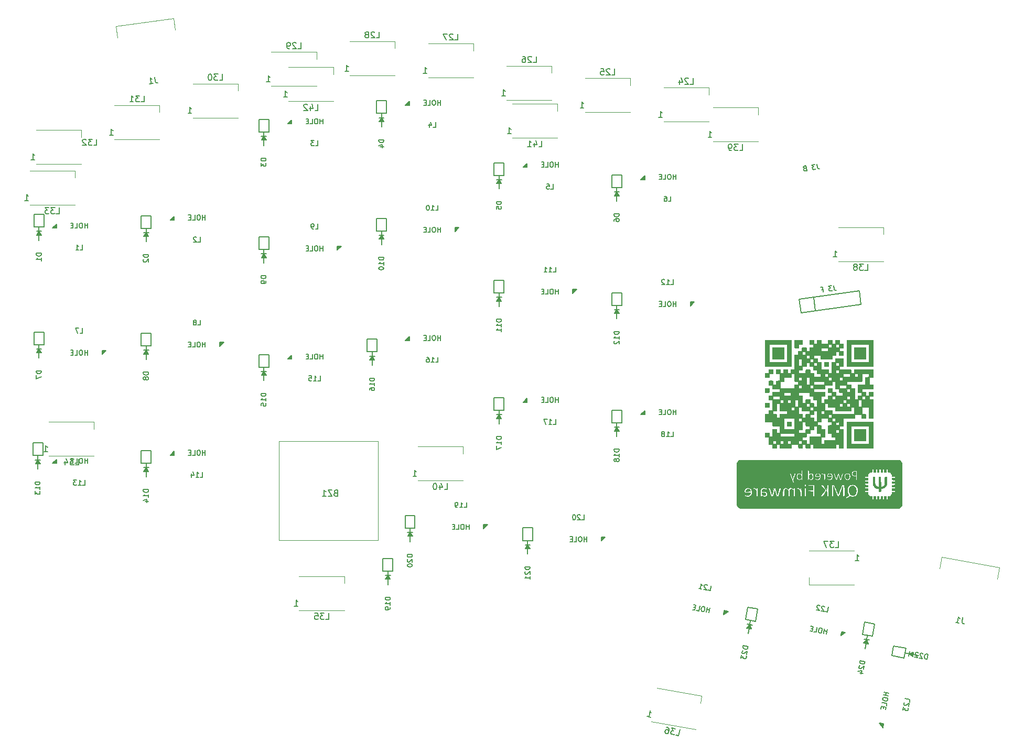
<source format=gbr>
%TF.GenerationSoftware,KiCad,Pcbnew,5.1.10*%
%TF.CreationDate,2021-05-25T13:28:19-05:00*%
%TF.ProjectId,nightwing,6e696768-7477-4696-9e67-2e6b69636164,rev?*%
%TF.SameCoordinates,Original*%
%TF.FileFunction,Legend,Bot*%
%TF.FilePolarity,Positive*%
%FSLAX46Y46*%
G04 Gerber Fmt 4.6, Leading zero omitted, Abs format (unit mm)*
G04 Created by KiCad (PCBNEW 5.1.10) date 2021-05-25 13:28:19*
%MOMM*%
%LPD*%
G01*
G04 APERTURE LIST*
%ADD10C,0.010000*%
%ADD11C,0.120000*%
%ADD12C,0.160000*%
%ADD13C,0.150000*%
%ADD14C,0.152400*%
G04 APERTURE END LIST*
D10*
%TO.C,Ref\u002A\u002A*%
G36*
X141152478Y-67601322D02*
G01*
X140956077Y-67602337D01*
X140796569Y-67604120D01*
X140671235Y-67606745D01*
X140577356Y-67610286D01*
X140512215Y-67614817D01*
X140473092Y-67620412D01*
X140457900Y-67626400D01*
X140451286Y-67644488D01*
X140445804Y-67686154D01*
X140441378Y-67754119D01*
X140437935Y-67851099D01*
X140435400Y-67979814D01*
X140433699Y-68142982D01*
X140432758Y-68343320D01*
X140432500Y-68556989D01*
X140432564Y-68776479D01*
X140432870Y-68957461D01*
X140433587Y-69103760D01*
X140434883Y-69219201D01*
X140436928Y-69307609D01*
X140439890Y-69372810D01*
X140443938Y-69418628D01*
X140449241Y-69448890D01*
X140455969Y-69467419D01*
X140464289Y-69478041D01*
X140473442Y-69484089D01*
X140506455Y-69490109D01*
X140580406Y-69495216D01*
X140693908Y-69499375D01*
X140845575Y-69502555D01*
X141034020Y-69504721D01*
X141257857Y-69505842D01*
X141392680Y-69506000D01*
X141611410Y-69505845D01*
X141791638Y-69505287D01*
X141937195Y-69504186D01*
X142051911Y-69502403D01*
X142139616Y-69499797D01*
X142204141Y-69496230D01*
X142249317Y-69491560D01*
X142278974Y-69485648D01*
X142296942Y-69478355D01*
X142304238Y-69472738D01*
X142312516Y-69460370D01*
X142319320Y-69438832D01*
X142324791Y-69404294D01*
X142329067Y-69352927D01*
X142332290Y-69280898D01*
X142334599Y-69184379D01*
X142336133Y-69059538D01*
X142337032Y-68902545D01*
X142337436Y-68709569D01*
X142337500Y-68561180D01*
X142336957Y-68318845D01*
X142335350Y-68111154D01*
X142332712Y-67939494D01*
X142329077Y-67805251D01*
X142324477Y-67709812D01*
X142318945Y-67654564D01*
X142315588Y-67641942D01*
X142308850Y-67632016D01*
X142297705Y-67623838D01*
X142278327Y-67617238D01*
X142246893Y-67612048D01*
X142199576Y-67608098D01*
X142132551Y-67605221D01*
X142041994Y-67603247D01*
X141924079Y-67602006D01*
X141774981Y-67601331D01*
X141590875Y-67601052D01*
X141388488Y-67601000D01*
X141152478Y-67601322D01*
G37*
X141152478Y-67601322D02*
X140956077Y-67602337D01*
X140796569Y-67604120D01*
X140671235Y-67606745D01*
X140577356Y-67610286D01*
X140512215Y-67614817D01*
X140473092Y-67620412D01*
X140457900Y-67626400D01*
X140451286Y-67644488D01*
X140445804Y-67686154D01*
X140441378Y-67754119D01*
X140437935Y-67851099D01*
X140435400Y-67979814D01*
X140433699Y-68142982D01*
X140432758Y-68343320D01*
X140432500Y-68556989D01*
X140432564Y-68776479D01*
X140432870Y-68957461D01*
X140433587Y-69103760D01*
X140434883Y-69219201D01*
X140436928Y-69307609D01*
X140439890Y-69372810D01*
X140443938Y-69418628D01*
X140449241Y-69448890D01*
X140455969Y-69467419D01*
X140464289Y-69478041D01*
X140473442Y-69484089D01*
X140506455Y-69490109D01*
X140580406Y-69495216D01*
X140693908Y-69499375D01*
X140845575Y-69502555D01*
X141034020Y-69504721D01*
X141257857Y-69505842D01*
X141392680Y-69506000D01*
X141611410Y-69505845D01*
X141791638Y-69505287D01*
X141937195Y-69504186D01*
X142051911Y-69502403D01*
X142139616Y-69499797D01*
X142204141Y-69496230D01*
X142249317Y-69491560D01*
X142278974Y-69485648D01*
X142296942Y-69478355D01*
X142304238Y-69472738D01*
X142312516Y-69460370D01*
X142319320Y-69438832D01*
X142324791Y-69404294D01*
X142329067Y-69352927D01*
X142332290Y-69280898D01*
X142334599Y-69184379D01*
X142336133Y-69059538D01*
X142337032Y-68902545D01*
X142337436Y-68709569D01*
X142337500Y-68561180D01*
X142336957Y-68318845D01*
X142335350Y-68111154D01*
X142332712Y-67939494D01*
X142329077Y-67805251D01*
X142324477Y-67709812D01*
X142318945Y-67654564D01*
X142315588Y-67641942D01*
X142308850Y-67632016D01*
X142297705Y-67623838D01*
X142278327Y-67617238D01*
X142246893Y-67612048D01*
X142199576Y-67608098D01*
X142132551Y-67605221D01*
X142041994Y-67603247D01*
X141924079Y-67602006D01*
X141774981Y-67601331D01*
X141590875Y-67601052D01*
X141388488Y-67601000D01*
X141152478Y-67601322D01*
G36*
X153645566Y-68541528D02*
G01*
X153644431Y-68774420D01*
X153644080Y-68968112D01*
X153644584Y-69125732D01*
X153646012Y-69250409D01*
X153648434Y-69345269D01*
X153651920Y-69413441D01*
X153656540Y-69458052D01*
X153662364Y-69482231D01*
X153666733Y-69488413D01*
X153693008Y-69492033D01*
X153757066Y-69495388D01*
X153854359Y-69498395D01*
X153980337Y-69500968D01*
X154130451Y-69503025D01*
X154300151Y-69504480D01*
X154484889Y-69505250D01*
X154582416Y-69505352D01*
X154773017Y-69504960D01*
X154950877Y-69503840D01*
X155111447Y-69502076D01*
X155250178Y-69499753D01*
X155362520Y-69496955D01*
X155443925Y-69493765D01*
X155489842Y-69490268D01*
X155498100Y-69488413D01*
X155504727Y-69475617D01*
X155510106Y-69444380D01*
X155514307Y-69391575D01*
X155517398Y-69314073D01*
X155519451Y-69208748D01*
X155520535Y-69072470D01*
X155520721Y-68902113D01*
X155520077Y-68694549D01*
X155519267Y-68541528D01*
X155513750Y-67611584D01*
X153651083Y-67611584D01*
X153645566Y-68541528D01*
G37*
X153645566Y-68541528D02*
X153644431Y-68774420D01*
X153644080Y-68968112D01*
X153644584Y-69125732D01*
X153646012Y-69250409D01*
X153648434Y-69345269D01*
X153651920Y-69413441D01*
X153656540Y-69458052D01*
X153662364Y-69482231D01*
X153666733Y-69488413D01*
X153693008Y-69492033D01*
X153757066Y-69495388D01*
X153854359Y-69498395D01*
X153980337Y-69500968D01*
X154130451Y-69503025D01*
X154300151Y-69504480D01*
X154484889Y-69505250D01*
X154582416Y-69505352D01*
X154773017Y-69504960D01*
X154950877Y-69503840D01*
X155111447Y-69502076D01*
X155250178Y-69499753D01*
X155362520Y-69496955D01*
X155443925Y-69493765D01*
X155489842Y-69490268D01*
X155498100Y-69488413D01*
X155504727Y-69475617D01*
X155510106Y-69444380D01*
X155514307Y-69391575D01*
X155517398Y-69314073D01*
X155519451Y-69208748D01*
X155520535Y-69072470D01*
X155520721Y-68902113D01*
X155520077Y-68694549D01*
X155519267Y-68541528D01*
X155513750Y-67611584D01*
X153651083Y-67611584D01*
X153645566Y-68541528D01*
G36*
X142856083Y-80290417D02*
G01*
X143179327Y-80296262D01*
X143309219Y-80297809D01*
X143402187Y-80296783D01*
X143463583Y-80292830D01*
X143498757Y-80285597D01*
X143513061Y-80274728D01*
X143513292Y-80274166D01*
X143516686Y-80244014D01*
X143518836Y-80179755D01*
X143519629Y-80089598D01*
X143518949Y-79981755D01*
X143518132Y-79929654D01*
X143512250Y-79613084D01*
X142856083Y-79613084D01*
X142856083Y-80290417D01*
G37*
X142856083Y-80290417D02*
X143179327Y-80296262D01*
X143309219Y-80297809D01*
X143402187Y-80296783D01*
X143463583Y-80292830D01*
X143498757Y-80285597D01*
X143513061Y-80274728D01*
X143513292Y-80274166D01*
X143516686Y-80244014D01*
X143518836Y-80179755D01*
X143519629Y-80089598D01*
X143518949Y-79981755D01*
X143518132Y-79929654D01*
X143512250Y-79613084D01*
X142856083Y-79613084D01*
X142856083Y-80290417D01*
G36*
X153640500Y-82692834D02*
G01*
X154572497Y-82692834D01*
X154806068Y-82692580D01*
X155000338Y-82691764D01*
X155158338Y-82690300D01*
X155283098Y-82688103D01*
X155377648Y-82685088D01*
X155445019Y-82681169D01*
X155488240Y-82676262D01*
X155510342Y-82670282D01*
X155514647Y-82666375D01*
X155516666Y-82640209D01*
X155518300Y-82576202D01*
X155519525Y-82478844D01*
X155520319Y-82352625D01*
X155520660Y-82202035D01*
X155520526Y-82031566D01*
X155519894Y-81845706D01*
X155519274Y-81729750D01*
X155513750Y-80819584D01*
X153640500Y-80808560D01*
X153640500Y-82692834D01*
G37*
X153640500Y-82692834D02*
X154572497Y-82692834D01*
X154806068Y-82692580D01*
X155000338Y-82691764D01*
X155158338Y-82690300D01*
X155283098Y-82688103D01*
X155377648Y-82685088D01*
X155445019Y-82681169D01*
X155488240Y-82676262D01*
X155510342Y-82670282D01*
X155514647Y-82666375D01*
X155516666Y-82640209D01*
X155518300Y-82576202D01*
X155519525Y-82478844D01*
X155520319Y-82352625D01*
X155520660Y-82202035D01*
X155520526Y-82031566D01*
X155519894Y-81845706D01*
X155519274Y-81729750D01*
X155513750Y-80819584D01*
X153640500Y-80808560D01*
X153640500Y-82692834D01*
G36*
X144041416Y-66426250D02*
G01*
X144035777Y-67040084D01*
X144034321Y-67218576D01*
X144033756Y-67359426D01*
X144034304Y-67467319D01*
X144036189Y-67546942D01*
X144039635Y-67602980D01*
X144044864Y-67640120D01*
X144052099Y-67663046D01*
X144061565Y-67676445D01*
X144066281Y-67680375D01*
X144098750Y-67689088D01*
X144163727Y-67696147D01*
X144251415Y-67701367D01*
X144352015Y-67704561D01*
X144455727Y-67705544D01*
X144552754Y-67704129D01*
X144633297Y-67700133D01*
X144687557Y-67693367D01*
X144692291Y-67692243D01*
X144707112Y-67684371D01*
X144717396Y-67665408D01*
X144723951Y-67628723D01*
X144727583Y-67567684D01*
X144729099Y-67475662D01*
X144729333Y-67387781D01*
X144729333Y-67093000D01*
X145322000Y-67093000D01*
X145322000Y-66415046D01*
X144041416Y-66426250D01*
G37*
X144041416Y-66426250D02*
X144035777Y-67040084D01*
X144034321Y-67218576D01*
X144033756Y-67359426D01*
X144034304Y-67467319D01*
X144036189Y-67546942D01*
X144039635Y-67602980D01*
X144044864Y-67640120D01*
X144052099Y-67663046D01*
X144061565Y-67676445D01*
X144066281Y-67680375D01*
X144098750Y-67689088D01*
X144163727Y-67696147D01*
X144251415Y-67701367D01*
X144352015Y-67704561D01*
X144455727Y-67705544D01*
X144552754Y-67704129D01*
X144633297Y-67700133D01*
X144687557Y-67693367D01*
X144692291Y-67692243D01*
X144707112Y-67684371D01*
X144717396Y-67665408D01*
X144723951Y-67628723D01*
X144727583Y-67567684D01*
X144729099Y-67475662D01*
X144729333Y-67387781D01*
X144729333Y-67093000D01*
X145322000Y-67093000D01*
X145322000Y-66415046D01*
X144041416Y-66426250D01*
G36*
X139247166Y-70691334D02*
G01*
X143522833Y-70691334D01*
X143522833Y-67093000D01*
X142845500Y-67093000D01*
X142845500Y-68539389D01*
X142845298Y-68783050D01*
X142844717Y-69014223D01*
X142843788Y-69229438D01*
X142842547Y-69425219D01*
X142841025Y-69598096D01*
X142839257Y-69744594D01*
X142837277Y-69861242D01*
X142835118Y-69944566D01*
X142832814Y-69991093D01*
X142831389Y-69999889D01*
X142808374Y-70002264D01*
X142746499Y-70004514D01*
X142649237Y-70006605D01*
X142520059Y-70008502D01*
X142362440Y-70010174D01*
X142179852Y-70011586D01*
X141975767Y-70012705D01*
X141753659Y-70013497D01*
X141517001Y-70013928D01*
X141370889Y-70014000D01*
X139924500Y-70014000D01*
X139924500Y-67093000D01*
X142845500Y-67093000D01*
X143522833Y-67093000D01*
X143522833Y-66415667D01*
X139247166Y-66415667D01*
X139247166Y-70691334D01*
G37*
X139247166Y-70691334D02*
X143522833Y-70691334D01*
X143522833Y-67093000D01*
X142845500Y-67093000D01*
X142845500Y-68539389D01*
X142845298Y-68783050D01*
X142844717Y-69014223D01*
X142843788Y-69229438D01*
X142842547Y-69425219D01*
X142841025Y-69598096D01*
X142839257Y-69744594D01*
X142837277Y-69861242D01*
X142835118Y-69944566D01*
X142832814Y-69991093D01*
X142831389Y-69999889D01*
X142808374Y-70002264D01*
X142746499Y-70004514D01*
X142649237Y-70006605D01*
X142520059Y-70008502D01*
X142362440Y-70010174D01*
X142179852Y-70011586D01*
X141975767Y-70012705D01*
X141753659Y-70013497D01*
X141517001Y-70013928D01*
X141370889Y-70014000D01*
X139924500Y-70014000D01*
X139924500Y-67093000D01*
X142845500Y-67093000D01*
X143522833Y-67093000D01*
X143522833Y-66415667D01*
X139247166Y-66415667D01*
X139247166Y-70691334D01*
G36*
X148846250Y-70680750D02*
G01*
X149180082Y-70686582D01*
X149312214Y-70688125D01*
X149407358Y-70687203D01*
X149470805Y-70683477D01*
X149507847Y-70676607D01*
X149523777Y-70666252D01*
X149524648Y-70664442D01*
X149528093Y-70634127D01*
X149530247Y-70569879D01*
X149530988Y-70480084D01*
X149530195Y-70373127D01*
X149529482Y-70330527D01*
X149523583Y-70024584D01*
X148846250Y-70024584D01*
X148846250Y-70680750D01*
G37*
X148846250Y-70680750D02*
X149180082Y-70686582D01*
X149312214Y-70688125D01*
X149407358Y-70687203D01*
X149470805Y-70683477D01*
X149507847Y-70676607D01*
X149523777Y-70666252D01*
X149524648Y-70664442D01*
X149528093Y-70634127D01*
X149530247Y-70569879D01*
X149530988Y-70480084D01*
X149530195Y-70373127D01*
X149529482Y-70330527D01*
X149523583Y-70024584D01*
X148846250Y-70024584D01*
X148846250Y-70680750D01*
G36*
X152444583Y-70680750D02*
G01*
X154577750Y-70686143D01*
X154938207Y-70686958D01*
X155258414Y-70687462D01*
X155540452Y-70687633D01*
X155786403Y-70687452D01*
X155998350Y-70686897D01*
X156178373Y-70685949D01*
X156328556Y-70684586D01*
X156450979Y-70682788D01*
X156547725Y-70680535D01*
X156620875Y-70677806D01*
X156672512Y-70674580D01*
X156704717Y-70670837D01*
X156719572Y-70666556D01*
X156721040Y-70664977D01*
X156722404Y-70640505D01*
X156723607Y-70576589D01*
X156724641Y-70476118D01*
X156725502Y-70341981D01*
X156726182Y-70177065D01*
X156726675Y-69984262D01*
X156726974Y-69766458D01*
X156727075Y-69526543D01*
X156726969Y-69267406D01*
X156726651Y-68991935D01*
X156726115Y-68703020D01*
X156725706Y-68532334D01*
X156721978Y-67093000D01*
X156032333Y-67093000D01*
X156032333Y-70014000D01*
X153132500Y-70014000D01*
X153132500Y-67093000D01*
X156032333Y-67093000D01*
X156721978Y-67093000D01*
X156720250Y-66426250D01*
X152444583Y-66426250D01*
X152444583Y-70680750D01*
G37*
X152444583Y-70680750D02*
X154577750Y-70686143D01*
X154938207Y-70686958D01*
X155258414Y-70687462D01*
X155540452Y-70687633D01*
X155786403Y-70687452D01*
X155998350Y-70686897D01*
X156178373Y-70685949D01*
X156328556Y-70684586D01*
X156450979Y-70682788D01*
X156547725Y-70680535D01*
X156620875Y-70677806D01*
X156672512Y-70674580D01*
X156704717Y-70670837D01*
X156719572Y-70666556D01*
X156721040Y-70664977D01*
X156722404Y-70640505D01*
X156723607Y-70576589D01*
X156724641Y-70476118D01*
X156725502Y-70341981D01*
X156726182Y-70177065D01*
X156726675Y-69984262D01*
X156726974Y-69766458D01*
X156727075Y-69526543D01*
X156726969Y-69267406D01*
X156726651Y-68991935D01*
X156726115Y-68703020D01*
X156725706Y-68532334D01*
X156721978Y-67093000D01*
X156032333Y-67093000D01*
X156032333Y-70014000D01*
X153132500Y-70014000D01*
X153132500Y-67093000D01*
X156032333Y-67093000D01*
X156721978Y-67093000D01*
X156720250Y-66426250D01*
X152444583Y-66426250D01*
X152444583Y-70680750D01*
G36*
X140091031Y-71200225D02*
G01*
X139994915Y-71202671D01*
X139921110Y-71206323D01*
X139878419Y-71210839D01*
X139873314Y-71212181D01*
X139859729Y-71223209D01*
X139850303Y-71248411D01*
X139844327Y-71294272D01*
X139841096Y-71367274D01*
X139839901Y-71473901D01*
X139839833Y-71519098D01*
X139839833Y-71813167D01*
X139247166Y-71813167D01*
X139247166Y-72490500D01*
X139924500Y-72490500D01*
X139924500Y-71897834D01*
X140218364Y-71897834D01*
X140335057Y-71897570D01*
X140416266Y-71896071D01*
X140468841Y-71892272D01*
X140499630Y-71885110D01*
X140515482Y-71873521D01*
X140523248Y-71856440D01*
X140524992Y-71850209D01*
X140531815Y-71802094D01*
X140536071Y-71725434D01*
X140537903Y-71630462D01*
X140537454Y-71527414D01*
X140534870Y-71426522D01*
X140530293Y-71338022D01*
X140523867Y-71272147D01*
X140516422Y-71240275D01*
X140504387Y-71223908D01*
X140484138Y-71212572D01*
X140448650Y-71205358D01*
X140390900Y-71201356D01*
X140303864Y-71199653D01*
X140200653Y-71199334D01*
X140091031Y-71200225D01*
G37*
X140091031Y-71200225D02*
X139994915Y-71202671D01*
X139921110Y-71206323D01*
X139878419Y-71210839D01*
X139873314Y-71212181D01*
X139859729Y-71223209D01*
X139850303Y-71248411D01*
X139844327Y-71294272D01*
X139841096Y-71367274D01*
X139839901Y-71473901D01*
X139839833Y-71519098D01*
X139839833Y-71813167D01*
X139247166Y-71813167D01*
X139247166Y-72490500D01*
X139924500Y-72490500D01*
X139924500Y-71897834D01*
X140218364Y-71897834D01*
X140335057Y-71897570D01*
X140416266Y-71896071D01*
X140468841Y-71892272D01*
X140499630Y-71885110D01*
X140515482Y-71873521D01*
X140523248Y-71856440D01*
X140524992Y-71850209D01*
X140531815Y-71802094D01*
X140536071Y-71725434D01*
X140537903Y-71630462D01*
X140537454Y-71527414D01*
X140534870Y-71426522D01*
X140530293Y-71338022D01*
X140523867Y-71272147D01*
X140516422Y-71240275D01*
X140504387Y-71223908D01*
X140484138Y-71212572D01*
X140448650Y-71205358D01*
X140390900Y-71201356D01*
X140303864Y-71199653D01*
X140200653Y-71199334D01*
X140091031Y-71200225D01*
G36*
X139257750Y-74892917D02*
G01*
X139564666Y-74898195D01*
X139675952Y-74898923D01*
X139773113Y-74897334D01*
X139847813Y-74893733D01*
X139891718Y-74888424D01*
X139898613Y-74886010D01*
X139909429Y-74867788D01*
X139916591Y-74826276D01*
X139920404Y-74756494D01*
X139921176Y-74653467D01*
X139919779Y-74542065D01*
X139913916Y-74215584D01*
X139257750Y-74215584D01*
X139257750Y-74892917D01*
G37*
X139257750Y-74892917D02*
X139564666Y-74898195D01*
X139675952Y-74898923D01*
X139773113Y-74897334D01*
X139847813Y-74893733D01*
X139891718Y-74888424D01*
X139898613Y-74886010D01*
X139909429Y-74867788D01*
X139916591Y-74826276D01*
X139920404Y-74756494D01*
X139921176Y-74653467D01*
X139919779Y-74542065D01*
X139913916Y-74215584D01*
X139257750Y-74215584D01*
X139257750Y-74892917D01*
G36*
X139480335Y-76597798D02*
G01*
X139388406Y-76600430D01*
X139319308Y-76604340D01*
X139282302Y-76609139D01*
X139280648Y-76609681D01*
X139267852Y-76619973D01*
X139258720Y-76643520D01*
X139252670Y-76686396D01*
X139249119Y-76754675D01*
X139247485Y-76854430D01*
X139247166Y-76958931D01*
X139247166Y-77295334D01*
X139571722Y-77295334D01*
X139684898Y-77294457D01*
X139782772Y-77292042D01*
X139857682Y-77288407D01*
X139901966Y-77283871D01*
X139910389Y-77281222D01*
X139915288Y-77256178D01*
X139919448Y-77196494D01*
X139922547Y-77109863D01*
X139924262Y-77003975D01*
X139924500Y-76944820D01*
X139923927Y-76819057D01*
X139921797Y-76729415D01*
X139917488Y-76669693D01*
X139910382Y-76633687D01*
X139899859Y-76615197D01*
X139891019Y-76609681D01*
X139857941Y-76604812D01*
X139791793Y-76600789D01*
X139701837Y-76598003D01*
X139597334Y-76596845D01*
X139585833Y-76596834D01*
X139480335Y-76597798D01*
G37*
X139480335Y-76597798D02*
X139388406Y-76600430D01*
X139319308Y-76604340D01*
X139282302Y-76609139D01*
X139280648Y-76609681D01*
X139267852Y-76619973D01*
X139258720Y-76643520D01*
X139252670Y-76686396D01*
X139249119Y-76754675D01*
X139247485Y-76854430D01*
X139247166Y-76958931D01*
X139247166Y-77295334D01*
X139571722Y-77295334D01*
X139684898Y-77294457D01*
X139782772Y-77292042D01*
X139857682Y-77288407D01*
X139901966Y-77283871D01*
X139910389Y-77281222D01*
X139915288Y-77256178D01*
X139919448Y-77196494D01*
X139922547Y-77109863D01*
X139924262Y-77003975D01*
X139924500Y-76944820D01*
X139923927Y-76819057D01*
X139921797Y-76729415D01*
X139917488Y-76669693D01*
X139910382Y-76633687D01*
X139899859Y-76615197D01*
X139891019Y-76609681D01*
X139857941Y-76604812D01*
X139791793Y-76600789D01*
X139701837Y-76598003D01*
X139597334Y-76596845D01*
X139585833Y-76596834D01*
X139480335Y-76597798D01*
G36*
X149661662Y-66416202D02*
G01*
X149569145Y-66418197D01*
X149506805Y-66422234D01*
X149468570Y-66428894D01*
X149448366Y-66438759D01*
X149441181Y-66449148D01*
X149436234Y-66482423D01*
X149432170Y-66548565D01*
X149429400Y-66638109D01*
X149428335Y-66741592D01*
X149428333Y-66745481D01*
X149428333Y-67008334D01*
X148327666Y-67008334D01*
X148327666Y-66415667D01*
X147991264Y-66415667D01*
X147862496Y-66416202D01*
X147769978Y-66418197D01*
X147707638Y-66422234D01*
X147669403Y-66428894D01*
X147649199Y-66438759D01*
X147642014Y-66449148D01*
X147637067Y-66482423D01*
X147633003Y-66548565D01*
X147630234Y-66638109D01*
X147629168Y-66741592D01*
X147629166Y-66745481D01*
X147629166Y-67008334D01*
X147121166Y-67008334D01*
X147121166Y-66415667D01*
X146443833Y-66415667D01*
X146443833Y-67093000D01*
X147036500Y-67093000D01*
X147036500Y-67599806D01*
X146454416Y-67611584D01*
X146448544Y-67913209D01*
X146442671Y-68214834D01*
X145935833Y-68214834D01*
X145935833Y-67933317D01*
X145933934Y-67795836D01*
X145928165Y-67699250D01*
X145918423Y-67642285D01*
X145910433Y-67626400D01*
X145881522Y-67617746D01*
X145819781Y-67610577D01*
X145734694Y-67605078D01*
X145635743Y-67601437D01*
X145532412Y-67599839D01*
X145434184Y-67600471D01*
X145350542Y-67603518D01*
X145290971Y-67609167D01*
X145270814Y-67613848D01*
X145257229Y-67624876D01*
X145247803Y-67650078D01*
X145241827Y-67695938D01*
X145238596Y-67768940D01*
X145237401Y-67875567D01*
X145237333Y-67920765D01*
X145237333Y-68214834D01*
X144644666Y-68214834D01*
X144644666Y-68807500D01*
X144350598Y-68807500D01*
X144231024Y-68808162D01*
X144147286Y-68810620D01*
X144092900Y-68815580D01*
X144061383Y-68823751D01*
X144046251Y-68835838D01*
X144043681Y-68840981D01*
X144041271Y-68867922D01*
X144039007Y-68933225D01*
X144036934Y-69032916D01*
X144035094Y-69163024D01*
X144033529Y-69319576D01*
X144032281Y-69498601D01*
X144031395Y-69696126D01*
X144030912Y-69908179D01*
X144030833Y-70036898D01*
X144030833Y-71199334D01*
X143767981Y-71199334D01*
X143664171Y-71200330D01*
X143573956Y-71203045D01*
X143506802Y-71207069D01*
X143472171Y-71211992D01*
X143471648Y-71212181D01*
X143458063Y-71223209D01*
X143448636Y-71248411D01*
X143442661Y-71294272D01*
X143439429Y-71367274D01*
X143438234Y-71473901D01*
X143438166Y-71519098D01*
X143438166Y-71813167D01*
X142930166Y-71813167D01*
X142930166Y-71519098D01*
X142929504Y-71399524D01*
X142927047Y-71315786D01*
X142922087Y-71261401D01*
X142913916Y-71229883D01*
X142901828Y-71214752D01*
X142896685Y-71212181D01*
X142855974Y-71204893D01*
X142785540Y-71200318D01*
X142694866Y-71198269D01*
X142593436Y-71198560D01*
X142490732Y-71201006D01*
X142396239Y-71205419D01*
X142319438Y-71211615D01*
X142269815Y-71219406D01*
X142257066Y-71224734D01*
X142244834Y-71258018D01*
X142236639Y-71330145D01*
X142232379Y-71442386D01*
X142231666Y-71531650D01*
X142231666Y-71813167D01*
X141724829Y-71813167D01*
X141713083Y-71209917D01*
X141056916Y-71209917D01*
X141056916Y-71887250D01*
X141639000Y-71899028D01*
X141639000Y-72997306D01*
X141056916Y-73009084D01*
X141051044Y-73310709D01*
X141045171Y-73612334D01*
X140538333Y-73612334D01*
X140538333Y-73346359D01*
X140536644Y-73241061D01*
X140532037Y-73148473D01*
X140525208Y-73078311D01*
X140516850Y-73040292D01*
X140516422Y-73039442D01*
X140504563Y-73023247D01*
X140484650Y-73011985D01*
X140449753Y-73004786D01*
X140392938Y-73000775D01*
X140307273Y-72999082D01*
X140193630Y-72998824D01*
X140083423Y-73000099D01*
X139987376Y-73003375D01*
X139913932Y-73008204D01*
X139871532Y-73014134D01*
X139865720Y-73016301D01*
X139854909Y-73034357D01*
X139847748Y-73075676D01*
X139843932Y-73145236D01*
X139843153Y-73248016D01*
X139844554Y-73359936D01*
X139850416Y-73686417D01*
X140140865Y-73692302D01*
X140431313Y-73698187D01*
X140437198Y-73988635D01*
X140443083Y-74279084D01*
X141041041Y-74284705D01*
X141639000Y-74290326D01*
X141639000Y-74797667D01*
X141061150Y-74797667D01*
X140872744Y-74798254D01*
X140723596Y-74800100D01*
X140610642Y-74803335D01*
X140530821Y-74808087D01*
X140481072Y-74814485D01*
X140458333Y-74822659D01*
X140457900Y-74823067D01*
X140445667Y-74856351D01*
X140437473Y-74928478D01*
X140433212Y-75040719D01*
X140432500Y-75129984D01*
X140432500Y-75411500D01*
X139839833Y-75411500D01*
X139839833Y-76088834D01*
X140432500Y-76088834D01*
X140432500Y-77802139D01*
X139850416Y-77813917D01*
X139844528Y-78104959D01*
X139838639Y-78396000D01*
X139576384Y-78396000D01*
X139472688Y-78396999D01*
X139382590Y-78399720D01*
X139315568Y-78403752D01*
X139281100Y-78408683D01*
X139280648Y-78408848D01*
X139271011Y-78416585D01*
X139263393Y-78434521D01*
X139257561Y-78467086D01*
X139253288Y-78518709D01*
X139250343Y-78593821D01*
X139248496Y-78696851D01*
X139247518Y-78832230D01*
X139247178Y-79004387D01*
X139247166Y-79054431D01*
X139247166Y-79687167D01*
X140432500Y-79687167D01*
X140432500Y-79968684D01*
X140434399Y-80106164D01*
X140440168Y-80202751D01*
X140449910Y-80259715D01*
X140457900Y-80275600D01*
X140479505Y-80283856D01*
X140527984Y-80290331D01*
X140606398Y-80295154D01*
X140717809Y-80298453D01*
X140865278Y-80300359D01*
X141051868Y-80300999D01*
X141061150Y-80301000D01*
X141639000Y-80301000D01*
X141639000Y-81401667D01*
X141132194Y-81401667D01*
X141126305Y-81110625D01*
X141120416Y-80819584D01*
X140443083Y-80819584D01*
X140437457Y-81406959D01*
X140431830Y-81994334D01*
X139925694Y-81994334D01*
X139913916Y-81412250D01*
X139257750Y-81412250D01*
X139257750Y-82089584D01*
X139548791Y-82095472D01*
X139839833Y-82101361D01*
X139839833Y-83280563D01*
X139887458Y-83293326D01*
X139927035Y-83298426D01*
X139998429Y-83302610D01*
X140091128Y-83305415D01*
X140183791Y-83306378D01*
X140432500Y-83306667D01*
X140432824Y-83576542D01*
X140434236Y-83680935D01*
X140437856Y-83771015D01*
X140443154Y-83837750D01*
X140449597Y-83872111D01*
X140450301Y-83873446D01*
X140468357Y-83884258D01*
X140509676Y-83891418D01*
X140579236Y-83895235D01*
X140682016Y-83896014D01*
X140793935Y-83894613D01*
X141120416Y-83888750D01*
X141126305Y-83597709D01*
X141132194Y-83306667D01*
X141637805Y-83306667D01*
X141643694Y-83597709D01*
X141649583Y-83888750D01*
X143512250Y-83888750D01*
X143518139Y-83597709D01*
X143524028Y-83306667D01*
X144643472Y-83306667D01*
X144649361Y-83597709D01*
X144655250Y-83888750D01*
X145311416Y-83888750D01*
X145317305Y-83597709D01*
X145323194Y-83306667D01*
X145830000Y-83306667D01*
X145830000Y-83579242D01*
X145831214Y-83700870D01*
X145835241Y-83786044D01*
X145842654Y-83840583D01*
X145854029Y-83870307D01*
X145859326Y-83876155D01*
X145893372Y-83886917D01*
X145965387Y-83893443D01*
X146076835Y-83895811D01*
X146203284Y-83894622D01*
X146517916Y-83888750D01*
X146523805Y-83597709D01*
X146529694Y-83306667D01*
X147035305Y-83306667D01*
X147041194Y-83597709D01*
X147047083Y-83888750D01*
X150708916Y-83888750D01*
X150714805Y-83597709D01*
X150720694Y-83306667D01*
X151227500Y-83306667D01*
X151227500Y-83562058D01*
X151229259Y-83665346D01*
X151234046Y-83755924D01*
X151241119Y-83823800D01*
X151249411Y-83858392D01*
X151260947Y-83874220D01*
X151280301Y-83885363D01*
X151314199Y-83892634D01*
X151369369Y-83896845D01*
X151452537Y-83898806D01*
X151570430Y-83899329D01*
X151588742Y-83899334D01*
X151721386Y-83898292D01*
X151816111Y-83894932D01*
X151877287Y-83888900D01*
X151909282Y-83879844D01*
X151916266Y-83872875D01*
X151917856Y-83847828D01*
X151919219Y-83783878D01*
X151920344Y-83684455D01*
X151921222Y-83552989D01*
X151921842Y-83392909D01*
X151922193Y-83207646D01*
X151922266Y-83000629D01*
X151922049Y-82775288D01*
X151921534Y-82535052D01*
X151920893Y-82333000D01*
X151920055Y-82101361D01*
X150634833Y-82101361D01*
X150634833Y-82607707D01*
X149740541Y-82613229D01*
X148846250Y-82618750D01*
X148834472Y-83200834D01*
X148327666Y-83200834D01*
X148327666Y-82101361D01*
X148618708Y-82095472D01*
X148909750Y-82089584D01*
X148914814Y-81510780D01*
X148243000Y-81510780D01*
X148243000Y-81994334D01*
X147409562Y-81994334D01*
X147223173Y-81994663D01*
X147047947Y-81995603D01*
X146888889Y-81997080D01*
X146751006Y-81999020D01*
X146639304Y-82001350D01*
X146558791Y-82003995D01*
X146514471Y-82006883D01*
X146509979Y-82007563D01*
X146443833Y-82020792D01*
X146443833Y-83200834D01*
X145935833Y-83200834D01*
X145935833Y-82937981D01*
X145934837Y-82834171D01*
X145932122Y-82743957D01*
X145929059Y-82692834D01*
X145237333Y-82692834D01*
X145237333Y-83200834D01*
X144729333Y-83200834D01*
X144729333Y-82692834D01*
X143438166Y-82692834D01*
X143438166Y-83200834D01*
X142930166Y-83200834D01*
X142930166Y-82692834D01*
X142231666Y-82692834D01*
X142231666Y-83200834D01*
X141723666Y-83200834D01*
X141723666Y-82692834D01*
X141046333Y-82692834D01*
X141046333Y-83200834D01*
X140538333Y-83200834D01*
X140538333Y-82692834D01*
X141046333Y-82692834D01*
X141723666Y-82692834D01*
X142231666Y-82692834D01*
X142930166Y-82692834D01*
X143438166Y-82692834D01*
X144729333Y-82692834D01*
X145237333Y-82692834D01*
X145929059Y-82692834D01*
X145928098Y-82676802D01*
X145923175Y-82642171D01*
X145922985Y-82641648D01*
X145911958Y-82628063D01*
X145886755Y-82618636D01*
X145840895Y-82612661D01*
X145767893Y-82609429D01*
X145661266Y-82608235D01*
X145616069Y-82608167D01*
X145322000Y-82608167D01*
X145322000Y-82100167D01*
X145603516Y-82100167D01*
X145740997Y-82098267D01*
X145837584Y-82092499D01*
X145894548Y-82082756D01*
X145910433Y-82074767D01*
X145922966Y-82040383D01*
X145931241Y-81966028D01*
X145935333Y-81850832D01*
X145935833Y-81778434D01*
X145935833Y-81507500D01*
X144030833Y-81507500D01*
X144030833Y-81994334D01*
X141723666Y-81994334D01*
X141723666Y-81507500D01*
X144030833Y-81507500D01*
X145935833Y-81507500D01*
X146166021Y-81507500D01*
X146267903Y-81506292D01*
X146360520Y-81503030D01*
X146431657Y-81498259D01*
X146462354Y-81494271D01*
X146528500Y-81481042D01*
X146528500Y-80893667D01*
X147121166Y-80893667D01*
X147121166Y-80301000D01*
X146443833Y-80301000D01*
X146443833Y-80809000D01*
X146149764Y-80809000D01*
X146030191Y-80809662D01*
X145946453Y-80812120D01*
X145892067Y-80817080D01*
X145860550Y-80825251D01*
X145845418Y-80837338D01*
X145842848Y-80842481D01*
X145837901Y-80875756D01*
X145833837Y-80941898D01*
X145831067Y-81031443D01*
X145830001Y-81134926D01*
X145830000Y-81138815D01*
X145830000Y-81401667D01*
X144729333Y-81401667D01*
X144729333Y-80893667D01*
X145322000Y-80893667D01*
X145322000Y-79687167D01*
X145830000Y-79687167D01*
X145830000Y-79968684D01*
X145831899Y-80106164D01*
X145837668Y-80202751D01*
X145847410Y-80259715D01*
X145855400Y-80275600D01*
X145888684Y-80287833D01*
X145960811Y-80296027D01*
X146073052Y-80300288D01*
X146162316Y-80301000D01*
X146443833Y-80301000D01*
X147121166Y-80301000D01*
X147629166Y-80301000D01*
X147629491Y-80867209D01*
X147630310Y-81024211D01*
X147632458Y-81165659D01*
X147635746Y-81286057D01*
X147639988Y-81379909D01*
X147644997Y-81441718D01*
X147649844Y-81465167D01*
X147667157Y-81478788D01*
X147703397Y-81488759D01*
X147764742Y-81495859D01*
X147857370Y-81500866D01*
X147956437Y-81503848D01*
X148243000Y-81510780D01*
X148914814Y-81510780D01*
X148920954Y-80809000D01*
X148327666Y-80809000D01*
X148327666Y-80515136D01*
X148328263Y-80396338D01*
X148326060Y-80311178D01*
X148315074Y-80254093D01*
X148289318Y-80219518D01*
X148242806Y-80201890D01*
X148169554Y-80195648D01*
X148063574Y-80195226D01*
X147983708Y-80195456D01*
X147735000Y-80195167D01*
X147735000Y-79687167D01*
X148327666Y-79687167D01*
X148327666Y-79094500D01*
X149428333Y-79094500D01*
X149428333Y-79357352D01*
X149429329Y-79461163D01*
X149432045Y-79551377D01*
X149436069Y-79618532D01*
X149440991Y-79653162D01*
X149441181Y-79653686D01*
X149452209Y-79667271D01*
X149477411Y-79676697D01*
X149523271Y-79682673D01*
X149596273Y-79685904D01*
X149702900Y-79687099D01*
X149748098Y-79687167D01*
X150042166Y-79687167D01*
X150042166Y-80191887D01*
X149755603Y-80198819D01*
X149633975Y-80202727D01*
X149548497Y-80208113D01*
X149492991Y-80215756D01*
X149461280Y-80226436D01*
X149449011Y-80237500D01*
X149443532Y-80266868D01*
X149438678Y-80333249D01*
X149434623Y-80431323D01*
X149431540Y-80555773D01*
X149429603Y-80701280D01*
X149428981Y-80851334D01*
X149429693Y-81011690D01*
X149431712Y-81155952D01*
X149434866Y-81278801D01*
X149438980Y-81374917D01*
X149443881Y-81438983D01*
X149449011Y-81465167D01*
X149466345Y-81478802D01*
X149502629Y-81488779D01*
X149564045Y-81495878D01*
X149656775Y-81500882D01*
X149755017Y-81503838D01*
X150040993Y-81510758D01*
X150046871Y-81800171D01*
X150052750Y-82089584D01*
X150343791Y-82095472D01*
X150634833Y-82101361D01*
X151920055Y-82101361D01*
X151915685Y-80893667D01*
X151227500Y-80893667D01*
X151227500Y-81401667D01*
X150719500Y-81401667D01*
X150719500Y-80893667D01*
X151227500Y-80893667D01*
X151915685Y-80893667D01*
X151915416Y-80819584D01*
X151624375Y-80813695D01*
X151333333Y-80807806D01*
X151333333Y-80302195D01*
X151624375Y-80296306D01*
X151915416Y-80290417D01*
X151916311Y-80195167D01*
X151227500Y-80195167D01*
X150718156Y-80195167D01*
X150724120Y-79946459D01*
X150730083Y-79697750D01*
X150978791Y-79691787D01*
X151227500Y-79685823D01*
X151227500Y-80195167D01*
X151916311Y-80195167D01*
X151926658Y-79094959D01*
X152000979Y-79094500D01*
X150634833Y-79094500D01*
X150634833Y-79602500D01*
X150126833Y-79602500D01*
X150126833Y-79094500D01*
X150634833Y-79094500D01*
X152000979Y-79094500D01*
X152820621Y-79089438D01*
X153714583Y-79083917D01*
X153720472Y-78792875D01*
X153726361Y-78501834D01*
X150042166Y-78501834D01*
X150042166Y-79009834D01*
X149534166Y-79009834D01*
X149534166Y-78501834D01*
X150042166Y-78501834D01*
X153726361Y-78501834D01*
X154825833Y-78501834D01*
X154826122Y-78750542D01*
X154825540Y-78877263D01*
X154827377Y-78968690D01*
X154837517Y-79030412D01*
X154861842Y-79068024D01*
X154906236Y-79087117D01*
X154976583Y-79093283D01*
X155078766Y-79092114D01*
X155182981Y-79089733D01*
X155513750Y-79083917D01*
X155519566Y-78753148D01*
X155522571Y-78622406D01*
X155522553Y-78528035D01*
X155513920Y-78464154D01*
X155491078Y-78424877D01*
X155448436Y-78404321D01*
X155380403Y-78396603D01*
X155281384Y-78395840D01*
X155180375Y-78396289D01*
X154931666Y-78396000D01*
X154931666Y-77295334D01*
X153640500Y-77295334D01*
X153640500Y-78396000D01*
X150128028Y-78396000D01*
X150122139Y-78104959D01*
X150117750Y-77888000D01*
X148835666Y-77888000D01*
X148835666Y-78396000D01*
X148327666Y-78396000D01*
X148327666Y-77888000D01*
X147629166Y-77888000D01*
X147629166Y-79602500D01*
X147121166Y-79602500D01*
X147121166Y-79094500D01*
X145237333Y-79094500D01*
X145237333Y-79602500D01*
X144729333Y-79602500D01*
X144729333Y-79094500D01*
X144030833Y-79094500D01*
X144030833Y-80809000D01*
X142337500Y-80809000D01*
X142337500Y-79094500D01*
X144030833Y-79094500D01*
X144729333Y-79094500D01*
X145237333Y-79094500D01*
X147121166Y-79094500D01*
X147121166Y-79009834D01*
X146528500Y-79009834D01*
X146528500Y-78503028D01*
X146819541Y-78497139D01*
X147110583Y-78491250D01*
X147122329Y-77888000D01*
X146443833Y-77888000D01*
X146443833Y-78396000D01*
X146177858Y-78396000D01*
X146072561Y-78397690D01*
X145979973Y-78402296D01*
X145909811Y-78409125D01*
X145871792Y-78417484D01*
X145870942Y-78417912D01*
X145854355Y-78430152D01*
X145842946Y-78450774D01*
X145835761Y-78486922D01*
X145831847Y-78545743D01*
X145830250Y-78634381D01*
X145830000Y-78724828D01*
X145830000Y-79009834D01*
X145322000Y-79009834D01*
X145322000Y-78715969D01*
X145322596Y-78597172D01*
X145320394Y-78512012D01*
X145309407Y-78454926D01*
X145283651Y-78420351D01*
X145237140Y-78402724D01*
X145163887Y-78396481D01*
X145057908Y-78396060D01*
X144978041Y-78396289D01*
X144729333Y-78396000D01*
X142846843Y-78396000D01*
X142290547Y-78396289D01*
X142138940Y-78396840D01*
X141999404Y-78398243D01*
X141878116Y-78400364D01*
X141781253Y-78403069D01*
X141714989Y-78406226D01*
X141686625Y-78409341D01*
X141667725Y-78416031D01*
X141654629Y-78428791D01*
X141646273Y-78454470D01*
X141641594Y-78499917D01*
X141639529Y-78571982D01*
X141639012Y-78677514D01*
X141639000Y-78715969D01*
X141639000Y-79009834D01*
X141131000Y-79009834D01*
X141131000Y-78724828D01*
X141130517Y-78609108D01*
X141128431Y-78528570D01*
X141123791Y-78476069D01*
X141115642Y-78444460D01*
X141103032Y-78426596D01*
X141090058Y-78417912D01*
X141053518Y-78409332D01*
X140984646Y-78402328D01*
X140893433Y-78397639D01*
X140793725Y-78396000D01*
X140538333Y-78396000D01*
X140538333Y-77889195D01*
X140829375Y-77883306D01*
X141120416Y-77877417D01*
X141126043Y-77290042D01*
X141131669Y-76702667D01*
X141639000Y-76702667D01*
X141639000Y-77887341D01*
X142236958Y-77892962D01*
X142834916Y-77898584D01*
X142840880Y-78147292D01*
X142846843Y-78396000D01*
X144729333Y-78396000D01*
X144729333Y-77295334D01*
X144030833Y-77295334D01*
X144030833Y-77803334D01*
X143522833Y-77803334D01*
X143522833Y-77295334D01*
X144030833Y-77295334D01*
X144729333Y-77295334D01*
X145237333Y-77295334D01*
X145237333Y-77888000D01*
X146443833Y-77888000D01*
X147122329Y-77888000D01*
X147629166Y-77888000D01*
X148327666Y-77888000D01*
X148835666Y-77888000D01*
X150117750Y-77888000D01*
X150116250Y-77813917D01*
X149518291Y-77808296D01*
X148920333Y-77802674D01*
X148920333Y-77295334D01*
X147036500Y-77295334D01*
X147036500Y-77803334D01*
X146528500Y-77803334D01*
X146528500Y-77295334D01*
X147036500Y-77295334D01*
X148920333Y-77295334D01*
X148920333Y-76702667D01*
X149428333Y-76702667D01*
X149428333Y-76965519D01*
X149429329Y-77069329D01*
X149432045Y-77159544D01*
X149436069Y-77226698D01*
X149440991Y-77261329D01*
X149441181Y-77261852D01*
X149449146Y-77271800D01*
X149467574Y-77279592D01*
X149501054Y-77285481D01*
X149554176Y-77289725D01*
X149631528Y-77292577D01*
X149737701Y-77294292D01*
X149877284Y-77295126D01*
X150043834Y-77295334D01*
X150633639Y-77295334D01*
X150639528Y-77586375D01*
X150645416Y-77877417D01*
X153121916Y-77877417D01*
X153127805Y-77586375D01*
X153133694Y-77295334D01*
X153640500Y-77295334D01*
X154931666Y-77295334D01*
X156031874Y-77295334D01*
X156037395Y-78189625D01*
X156042916Y-79083917D01*
X156720250Y-79083917D01*
X156720250Y-77210667D01*
X154825833Y-77210667D01*
X154317130Y-77210667D01*
X154322289Y-76702667D01*
X153026666Y-76702667D01*
X153026666Y-77210667D01*
X152518666Y-77210667D01*
X152518666Y-76702667D01*
X151841333Y-76702667D01*
X151841333Y-77210667D01*
X151333333Y-77210667D01*
X151333333Y-76702667D01*
X151841333Y-76702667D01*
X152518666Y-76702667D01*
X153026666Y-76702667D01*
X154322289Y-76702667D01*
X154328416Y-76099417D01*
X154577125Y-76093453D01*
X154769776Y-76088834D01*
X152434000Y-76088834D01*
X152434000Y-76596834D01*
X151926000Y-76596834D01*
X151926000Y-76088834D01*
X152434000Y-76088834D01*
X154769776Y-76088834D01*
X154825833Y-76087490D01*
X154825833Y-77210667D01*
X156720250Y-77210667D01*
X156720250Y-76014750D01*
X156138166Y-76002972D01*
X156138166Y-75497361D01*
X156197175Y-75496167D01*
X155439666Y-75496167D01*
X155439666Y-76004167D01*
X154931666Y-76004167D01*
X154931666Y-75496167D01*
X155439666Y-75496167D01*
X156197175Y-75496167D01*
X156429208Y-75491472D01*
X156720250Y-75485584D01*
X156726121Y-75170951D01*
X156727216Y-75024926D01*
X156724219Y-74919578D01*
X156717053Y-74853440D01*
X156707654Y-74826993D01*
X156677071Y-74815063D01*
X156613780Y-74805943D01*
X156527318Y-74799692D01*
X156427221Y-74796367D01*
X156323026Y-74796024D01*
X156224269Y-74798723D01*
X156140487Y-74804520D01*
X156081215Y-74813474D01*
X156057733Y-74823067D01*
X156045500Y-74856351D01*
X156037306Y-74928478D01*
X156033046Y-75040719D01*
X156032333Y-75129984D01*
X156032333Y-75411500D01*
X155524333Y-75411500D01*
X155524333Y-75117431D01*
X155523671Y-74997858D01*
X155521214Y-74914120D01*
X155516253Y-74859734D01*
X155508083Y-74828217D01*
X155495995Y-74813085D01*
X155490852Y-74810515D01*
X155457577Y-74805568D01*
X155391435Y-74801504D01*
X155301891Y-74798734D01*
X155198408Y-74797668D01*
X155194519Y-74797667D01*
X154931666Y-74797667D01*
X154931666Y-74290126D01*
X156720250Y-74279084D01*
X156720250Y-73622917D01*
X156138166Y-73611139D01*
X156138166Y-72491695D01*
X156720250Y-72479917D01*
X156725602Y-71897834D01*
X156032333Y-71897834D01*
X156032333Y-72404639D01*
X155741291Y-72410528D01*
X155450250Y-72416417D01*
X155439008Y-73611675D01*
X154243750Y-73622917D01*
X154238129Y-74234185D01*
X154236922Y-74433083D01*
X154237387Y-74592027D01*
X154239590Y-74713366D01*
X154243599Y-74799447D01*
X154249484Y-74852620D01*
X154256596Y-74874477D01*
X154279002Y-74887372D01*
X154324845Y-74896118D01*
X154399792Y-74901268D01*
X154509511Y-74903377D01*
X154553258Y-74903500D01*
X154825833Y-74903500D01*
X154825833Y-75410306D01*
X154534791Y-75416195D01*
X154243750Y-75422084D01*
X154237861Y-75713125D01*
X154231972Y-76004167D01*
X153725626Y-76004167D01*
X153722490Y-75496167D01*
X153026666Y-75496167D01*
X153026666Y-76004167D01*
X152518666Y-76004167D01*
X152518666Y-75496167D01*
X150634833Y-75496167D01*
X150634833Y-76004167D01*
X150126833Y-76004167D01*
X150126833Y-75496167D01*
X150634833Y-75496167D01*
X152518666Y-75496167D01*
X153026666Y-75496167D01*
X153722490Y-75496167D01*
X153720105Y-75109875D01*
X153718832Y-74903500D01*
X151841333Y-74903500D01*
X151841333Y-75411500D01*
X150719500Y-75411500D01*
X150719500Y-75117431D01*
X150718838Y-74997858D01*
X150716380Y-74914120D01*
X150711420Y-74859734D01*
X150703249Y-74828217D01*
X150691162Y-74813085D01*
X150686019Y-74810515D01*
X150652730Y-74805562D01*
X150586589Y-74801496D01*
X150497073Y-74798727D01*
X150393661Y-74797668D01*
X150390283Y-74797667D01*
X150128028Y-74797667D01*
X150122139Y-74506625D01*
X150116250Y-74215584D01*
X149785481Y-74209768D01*
X149660634Y-74207745D01*
X149571690Y-74207303D01*
X149512222Y-74209232D01*
X149475807Y-74214324D01*
X149456020Y-74223370D01*
X149446437Y-74237162D01*
X149441811Y-74252101D01*
X149434948Y-74300363D01*
X149430654Y-74377145D01*
X149428789Y-74472215D01*
X149429211Y-74575339D01*
X149431780Y-74676286D01*
X149436353Y-74764821D01*
X149442789Y-74830713D01*
X149450245Y-74862558D01*
X149462485Y-74879145D01*
X149483107Y-74890554D01*
X149519255Y-74897739D01*
X149578076Y-74901653D01*
X149666714Y-74903250D01*
X149757161Y-74903500D01*
X150042166Y-74903500D01*
X150042166Y-75411500D01*
X149748098Y-75411500D01*
X149628524Y-75412162D01*
X149544786Y-75414620D01*
X149490400Y-75419580D01*
X149458883Y-75427751D01*
X149443751Y-75439838D01*
X149441181Y-75444981D01*
X149436229Y-75478270D01*
X149432162Y-75544411D01*
X149429393Y-75633927D01*
X149428334Y-75737339D01*
X149428333Y-75740717D01*
X149428333Y-76002972D01*
X149137291Y-76008861D01*
X148846250Y-76014750D01*
X148834472Y-76596834D01*
X148327666Y-76596834D01*
X148327666Y-76090028D01*
X147629166Y-76090028D01*
X147629166Y-77210667D01*
X147121166Y-77210667D01*
X147121166Y-76916598D01*
X147120504Y-76797024D01*
X147118047Y-76713286D01*
X147117079Y-76702667D01*
X146443833Y-76702667D01*
X146443833Y-77210667D01*
X145935833Y-77210667D01*
X145935833Y-76702667D01*
X146443833Y-76702667D01*
X147117079Y-76702667D01*
X147113087Y-76658901D01*
X147104916Y-76627383D01*
X147092828Y-76612252D01*
X147087685Y-76609681D01*
X147054397Y-76604729D01*
X146988255Y-76600662D01*
X146898740Y-76597894D01*
X146795328Y-76596835D01*
X146791949Y-76596834D01*
X146529694Y-76596834D01*
X146517916Y-76014750D01*
X146191435Y-76008887D01*
X146057865Y-76007416D01*
X145961577Y-76008731D01*
X145897592Y-76013140D01*
X145860932Y-76020950D01*
X145847801Y-76030054D01*
X145841271Y-76060585D01*
X145835831Y-76124416D01*
X145832014Y-76212516D01*
X145830352Y-76315858D01*
X145830324Y-76326959D01*
X145830000Y-76596834D01*
X145322000Y-76596834D01*
X145322000Y-76088834D01*
X144644666Y-76088834D01*
X144644666Y-77210667D01*
X144136666Y-77210667D01*
X144136666Y-76088834D01*
X143438166Y-76088834D01*
X143438166Y-76596834D01*
X142930166Y-76596834D01*
X142930166Y-76088834D01*
X142231666Y-76088834D01*
X142231666Y-76596834D01*
X141723666Y-76596834D01*
X141723666Y-76088834D01*
X142231666Y-76088834D01*
X142930166Y-76088834D01*
X143438166Y-76088834D01*
X144136666Y-76088834D01*
X144644666Y-76088834D01*
X145322000Y-76088834D01*
X145322000Y-75496167D01*
X141639000Y-75496167D01*
X141639000Y-76004167D01*
X140538333Y-76004167D01*
X140538333Y-75496167D01*
X141639000Y-75496167D01*
X145322000Y-75496167D01*
X145322000Y-75411500D01*
X144729333Y-75411500D01*
X144729333Y-74903500D01*
X143438166Y-74903500D01*
X143438166Y-75411500D01*
X142337500Y-75411500D01*
X142337500Y-74903500D01*
X143438166Y-74903500D01*
X144729333Y-74903500D01*
X146442639Y-74903500D01*
X146448528Y-75194542D01*
X146454416Y-75485584D01*
X146744865Y-75491469D01*
X147035313Y-75497354D01*
X147047083Y-76078250D01*
X147338125Y-76084139D01*
X147629166Y-76090028D01*
X148327666Y-76090028D01*
X148327666Y-75496167D01*
X148920333Y-75496167D01*
X148920333Y-75159765D01*
X148919798Y-75030996D01*
X148917803Y-74938478D01*
X148913766Y-74876138D01*
X148907106Y-74837903D01*
X148897241Y-74817699D01*
X148886852Y-74810515D01*
X148858997Y-74807732D01*
X148793471Y-74805156D01*
X148694934Y-74802854D01*
X148568047Y-74800893D01*
X148417472Y-74799338D01*
X148247871Y-74798257D01*
X148063904Y-74797717D01*
X147987269Y-74797667D01*
X147121166Y-74797667D01*
X147121166Y-74289667D01*
X148920333Y-74289667D01*
X148920333Y-73697659D01*
X148990436Y-73697000D01*
X147036500Y-73697000D01*
X147036500Y-74205000D01*
X146528500Y-74205000D01*
X146528500Y-73697000D01*
X145237333Y-73697000D01*
X145237333Y-74205000D01*
X144729333Y-74205000D01*
X144729333Y-73697000D01*
X145237333Y-73697000D01*
X146528500Y-73697000D01*
X147036500Y-73697000D01*
X148990436Y-73697000D01*
X149518291Y-73692038D01*
X150116250Y-73686417D01*
X150122139Y-73395375D01*
X150128028Y-73104334D01*
X148835666Y-73104334D01*
X148835666Y-73612334D01*
X147121166Y-73612334D01*
X147121166Y-73104334D01*
X148835666Y-73104334D01*
X150128028Y-73104334D01*
X150634164Y-73104334D01*
X150645416Y-74279084D01*
X150936458Y-74284972D01*
X151227500Y-74290861D01*
X151227500Y-74556239D01*
X151229193Y-74661424D01*
X151233809Y-74753899D01*
X151240652Y-74823934D01*
X151249025Y-74861795D01*
X151249411Y-74862558D01*
X151261652Y-74879145D01*
X151282274Y-74890554D01*
X151318422Y-74897739D01*
X151377242Y-74901653D01*
X151465881Y-74903250D01*
X151556328Y-74903500D01*
X151841333Y-74903500D01*
X153718832Y-74903500D01*
X153718178Y-74797667D01*
X153026666Y-74797667D01*
X152517323Y-74797667D01*
X152523286Y-74548959D01*
X152529250Y-74300250D01*
X152777958Y-74294287D01*
X153026666Y-74288323D01*
X153026666Y-74797667D01*
X153718178Y-74797667D01*
X153714583Y-74215584D01*
X153424135Y-74209698D01*
X153133687Y-74203813D01*
X153127802Y-73913365D01*
X153123418Y-73697000D01*
X152434000Y-73697000D01*
X152434000Y-74205000D01*
X151333333Y-74205000D01*
X151333333Y-73697000D01*
X152434000Y-73697000D01*
X153123418Y-73697000D01*
X153121916Y-73622917D01*
X152518666Y-73611171D01*
X152518666Y-73104334D01*
X153699767Y-73104334D01*
X153970260Y-73104102D01*
X154200878Y-73103373D01*
X154394074Y-73102094D01*
X154552305Y-73100215D01*
X154678025Y-73097683D01*
X154773689Y-73094447D01*
X154841753Y-73090454D01*
X154884671Y-73085654D01*
X154904898Y-73079995D01*
X154906267Y-73078934D01*
X154914522Y-73057328D01*
X154920997Y-73008849D01*
X154925820Y-72930435D01*
X154929120Y-72819024D01*
X154931025Y-72671555D01*
X154931646Y-72490500D01*
X151841333Y-72490500D01*
X151841333Y-72998500D01*
X151333333Y-72998500D01*
X151333333Y-72490500D01*
X150042166Y-72490500D01*
X150042166Y-72998500D01*
X149534166Y-72998500D01*
X149534166Y-72490500D01*
X146443833Y-72490500D01*
X146443833Y-73612334D01*
X145935833Y-73612334D01*
X145935833Y-73104334D01*
X144644666Y-73104334D01*
X144644666Y-73611171D01*
X144041416Y-73622917D01*
X144035528Y-73913959D01*
X144029639Y-74205000D01*
X141723666Y-74205000D01*
X141723666Y-73104334D01*
X142008672Y-73104334D01*
X142124392Y-73103850D01*
X142204930Y-73101765D01*
X142257431Y-73097125D01*
X142289040Y-73088976D01*
X142306904Y-73076365D01*
X142315588Y-73063392D01*
X142324003Y-73027160D01*
X142330921Y-72958319D01*
X142335650Y-72866586D01*
X142337496Y-72761677D01*
X142337500Y-72756475D01*
X142337500Y-72490500D01*
X143522833Y-72490500D01*
X143522833Y-71897834D01*
X144030833Y-71897834D01*
X144030833Y-72475684D01*
X144031420Y-72664089D01*
X144033266Y-72813238D01*
X144036501Y-72926192D01*
X144041253Y-73006012D01*
X144047652Y-73055761D01*
X144055825Y-73078500D01*
X144056233Y-73078934D01*
X144089518Y-73091166D01*
X144161645Y-73099361D01*
X144273886Y-73103621D01*
X144363150Y-73104334D01*
X144644666Y-73104334D01*
X145935833Y-73104334D01*
X145935833Y-72490500D01*
X145237333Y-72490500D01*
X145237333Y-72998500D01*
X144729333Y-72998500D01*
X144729333Y-72490500D01*
X145237333Y-72490500D01*
X145935833Y-72490500D01*
X146443833Y-72490500D01*
X149534166Y-72490500D01*
X150042166Y-72490500D01*
X151333333Y-72490500D01*
X151841333Y-72490500D01*
X154931646Y-72490500D01*
X154931665Y-72484966D01*
X154931666Y-72475684D01*
X154931666Y-71897834D01*
X154233166Y-71897834D01*
X154233166Y-72405834D01*
X153725166Y-72405834D01*
X153725166Y-71897834D01*
X153026666Y-71897834D01*
X153026666Y-72405834D01*
X151926000Y-72405834D01*
X151926000Y-71897834D01*
X149428333Y-71897834D01*
X149428333Y-72405834D01*
X148920333Y-72405834D01*
X148920333Y-71897834D01*
X148243000Y-71897834D01*
X148243000Y-72405834D01*
X147121166Y-72405834D01*
X147121166Y-71813167D01*
X146528500Y-71813167D01*
X146528500Y-71519098D01*
X146527838Y-71399524D01*
X146525380Y-71315786D01*
X146520420Y-71261401D01*
X146512249Y-71229883D01*
X146500162Y-71214752D01*
X146495019Y-71212181D01*
X146454308Y-71204893D01*
X146383874Y-71200318D01*
X146293200Y-71198269D01*
X146191769Y-71198560D01*
X146089066Y-71201006D01*
X145994572Y-71205419D01*
X145917772Y-71211615D01*
X145868148Y-71219406D01*
X145855400Y-71224733D01*
X145843167Y-71258018D01*
X145834973Y-71330145D01*
X145830712Y-71442386D01*
X145830000Y-71531650D01*
X145830000Y-71813167D01*
X144729333Y-71813167D01*
X144729333Y-71305167D01*
X144992185Y-71305167D01*
X145095996Y-71304171D01*
X145186210Y-71301455D01*
X145253365Y-71297431D01*
X145287995Y-71292509D01*
X145288519Y-71292319D01*
X145302104Y-71281291D01*
X145311530Y-71256089D01*
X145317506Y-71210229D01*
X145320737Y-71137227D01*
X145321932Y-71030600D01*
X145322000Y-70985402D01*
X145322000Y-70691334D01*
X145616069Y-70691334D01*
X145735642Y-70690671D01*
X145819380Y-70688214D01*
X145873766Y-70683254D01*
X145905283Y-70675083D01*
X145920415Y-70662995D01*
X145922985Y-70657852D01*
X145927932Y-70624577D01*
X145931996Y-70558436D01*
X145934766Y-70468891D01*
X145935832Y-70365408D01*
X145935833Y-70361519D01*
X145935833Y-70098667D01*
X146443833Y-70098667D01*
X146443833Y-70691334D01*
X147036500Y-70691334D01*
X147036500Y-70985402D01*
X147037162Y-71104976D01*
X147039619Y-71188714D01*
X147044580Y-71243100D01*
X147052750Y-71274617D01*
X147064838Y-71289749D01*
X147069981Y-71292319D01*
X147103256Y-71297266D01*
X147169398Y-71301330D01*
X147258942Y-71304100D01*
X147362425Y-71305165D01*
X147366314Y-71305167D01*
X147629166Y-71305167D01*
X147629166Y-71568019D01*
X147630163Y-71671829D01*
X147632878Y-71762044D01*
X147636902Y-71829198D01*
X147641825Y-71863829D01*
X147642014Y-71864352D01*
X147653042Y-71877937D01*
X147678244Y-71887364D01*
X147724105Y-71893339D01*
X147797107Y-71896571D01*
X147903734Y-71897766D01*
X147948931Y-71897834D01*
X148243000Y-71897834D01*
X148920333Y-71897834D01*
X149428333Y-71897834D01*
X151926000Y-71897834D01*
X153026666Y-71897834D01*
X153725166Y-71897834D01*
X154233166Y-71897834D01*
X154931666Y-71897834D01*
X156032333Y-71897834D01*
X156725602Y-71897834D01*
X156725871Y-71868649D01*
X156727077Y-71669751D01*
X156726613Y-71510806D01*
X156724410Y-71389468D01*
X156720400Y-71303387D01*
X156714516Y-71250213D01*
X156707404Y-71228357D01*
X156696714Y-71222624D01*
X156673018Y-71217668D01*
X156633594Y-71213437D01*
X156575717Y-71209878D01*
X156496666Y-71206939D01*
X156393715Y-71204568D01*
X156264143Y-71202712D01*
X156105226Y-71201320D01*
X155914240Y-71200339D01*
X155688463Y-71199717D01*
X155425172Y-71199401D01*
X155195389Y-71199334D01*
X154947567Y-71199512D01*
X154711723Y-71200029D01*
X154491341Y-71200854D01*
X154289903Y-71201959D01*
X154110890Y-71203313D01*
X153957784Y-71204888D01*
X153834068Y-71206653D01*
X153743224Y-71208580D01*
X153688734Y-71210639D01*
X153673981Y-71212181D01*
X153660396Y-71223209D01*
X153650969Y-71248411D01*
X153644994Y-71294272D01*
X153641762Y-71367274D01*
X153640568Y-71473901D01*
X153640500Y-71519098D01*
X153640500Y-71813167D01*
X153132500Y-71813167D01*
X153132500Y-71531650D01*
X153130600Y-71394169D01*
X153125285Y-71305167D01*
X151227500Y-71305167D01*
X151227500Y-71813167D01*
X150719500Y-71813167D01*
X150719500Y-71305167D01*
X151227500Y-71305167D01*
X153125285Y-71305167D01*
X153124832Y-71297583D01*
X153115089Y-71240619D01*
X153107100Y-71224734D01*
X153088789Y-71218007D01*
X153046698Y-71212451D01*
X152978077Y-71207988D01*
X152880172Y-71204541D01*
X152750233Y-71202032D01*
X152585508Y-71200383D01*
X152383245Y-71199517D01*
X152207517Y-71199334D01*
X151333333Y-71199334D01*
X151333333Y-70692528D01*
X151624375Y-70686639D01*
X151915416Y-70680750D01*
X151920665Y-70098667D01*
X151227500Y-70098667D01*
X151227500Y-70606667D01*
X150719500Y-70606667D01*
X150719500Y-70098667D01*
X151227500Y-70098667D01*
X151920665Y-70098667D01*
X151921034Y-70057784D01*
X151922333Y-69869618D01*
X151922383Y-69719991D01*
X151921059Y-69605121D01*
X151918236Y-69521228D01*
X151913789Y-69464532D01*
X151907592Y-69431253D01*
X151899867Y-69417817D01*
X151872450Y-69413433D01*
X151809366Y-69409648D01*
X151717277Y-69406488D01*
X151602847Y-69403978D01*
X151472738Y-69402145D01*
X151333612Y-69401014D01*
X151192133Y-69400611D01*
X151054963Y-69400962D01*
X150928765Y-69402094D01*
X150820200Y-69404032D01*
X150735933Y-69406803D01*
X150682625Y-69410431D01*
X150668314Y-69413015D01*
X150654729Y-69424042D01*
X150645303Y-69449245D01*
X150639327Y-69495105D01*
X150636096Y-69568107D01*
X150634901Y-69674734D01*
X150634833Y-69719931D01*
X150634833Y-70014000D01*
X150042166Y-70014000D01*
X150042166Y-71813167D01*
X149534166Y-71813167D01*
X149534166Y-71531650D01*
X149532267Y-71394169D01*
X149526499Y-71297583D01*
X149516756Y-71240619D01*
X149508767Y-71224734D01*
X149487161Y-71216478D01*
X149438682Y-71210003D01*
X149360268Y-71205180D01*
X149248857Y-71201880D01*
X149101388Y-71199975D01*
X148914799Y-71199335D01*
X148905517Y-71199334D01*
X148327666Y-71199334D01*
X148327666Y-70098667D01*
X147629166Y-70098667D01*
X147629166Y-70606667D01*
X147121166Y-70606667D01*
X147121166Y-70098667D01*
X147629166Y-70098667D01*
X148327666Y-70098667D01*
X148327666Y-70014000D01*
X147735000Y-70014000D01*
X147735000Y-69732483D01*
X147733100Y-69595003D01*
X147727785Y-69506000D01*
X147036500Y-69506000D01*
X147036500Y-70014000D01*
X146528500Y-70014000D01*
X146528500Y-69506000D01*
X145237333Y-69506000D01*
X145237333Y-70606667D01*
X144729333Y-70606667D01*
X144729333Y-69506000D01*
X145237333Y-69506000D01*
X146528500Y-69506000D01*
X147036500Y-69506000D01*
X147727785Y-69506000D01*
X147727332Y-69498416D01*
X147717589Y-69441452D01*
X147709600Y-69425567D01*
X147676315Y-69413334D01*
X147604188Y-69405140D01*
X147491947Y-69400879D01*
X147402683Y-69400167D01*
X147121166Y-69400167D01*
X147121166Y-68892167D01*
X146443833Y-68892167D01*
X146443833Y-69400167D01*
X145935833Y-69400167D01*
X145935833Y-68892167D01*
X146443833Y-68892167D01*
X147121166Y-68892167D01*
X148243000Y-68892167D01*
X148243000Y-69186236D01*
X148243662Y-69305809D01*
X148246119Y-69389547D01*
X148251080Y-69443933D01*
X148259250Y-69475450D01*
X148271338Y-69490582D01*
X148276481Y-69493152D01*
X148305220Y-69496198D01*
X148370813Y-69498822D01*
X148467783Y-69501025D01*
X148590652Y-69502807D01*
X148733944Y-69504168D01*
X148892182Y-69505107D01*
X149059888Y-69505624D01*
X149231585Y-69505721D01*
X149401796Y-69505396D01*
X149565043Y-69504649D01*
X149715850Y-69503482D01*
X149848740Y-69501893D01*
X149958234Y-69499882D01*
X150038857Y-69497451D01*
X150085131Y-69494597D01*
X150093352Y-69493152D01*
X150106937Y-69482125D01*
X150116364Y-69456922D01*
X150122339Y-69411062D01*
X150125571Y-69338060D01*
X150126765Y-69231433D01*
X150126833Y-69186236D01*
X150126833Y-68892167D01*
X150719500Y-68892167D01*
X150719500Y-68299500D01*
X145830000Y-68299500D01*
X145830000Y-68807500D01*
X145322000Y-68807500D01*
X145322000Y-68299500D01*
X145830000Y-68299500D01*
X150719500Y-68299500D01*
X151227500Y-68299500D01*
X151227824Y-68569375D01*
X151229236Y-68673769D01*
X151232856Y-68763848D01*
X151238154Y-68830583D01*
X151244597Y-68864944D01*
X151245301Y-68866280D01*
X151263357Y-68877091D01*
X151304676Y-68884252D01*
X151374236Y-68888068D01*
X151477016Y-68888847D01*
X151588935Y-68887446D01*
X151915416Y-68881584D01*
X151921246Y-68548209D01*
X151927075Y-68214834D01*
X151333333Y-68214834D01*
X151333333Y-67706834D01*
X149428333Y-67706834D01*
X149428333Y-68214834D01*
X148327666Y-68214834D01*
X148327666Y-67706834D01*
X149428333Y-67706834D01*
X151333333Y-67706834D01*
X151582041Y-67706544D01*
X151708763Y-67707126D01*
X151800189Y-67705289D01*
X151861912Y-67695150D01*
X151899524Y-67670825D01*
X151918616Y-67626431D01*
X151924782Y-67556084D01*
X151923614Y-67453901D01*
X151921232Y-67349686D01*
X151916719Y-67093000D01*
X151227500Y-67093000D01*
X151227500Y-67601000D01*
X150719500Y-67601000D01*
X150719500Y-67093000D01*
X150042166Y-67093000D01*
X150042166Y-67601000D01*
X149534166Y-67601000D01*
X149534166Y-67093000D01*
X150042166Y-67093000D01*
X150719500Y-67093000D01*
X151227500Y-67093000D01*
X151916719Y-67093000D01*
X151915416Y-67018917D01*
X151334520Y-67007147D01*
X151328635Y-66716698D01*
X151322750Y-66426250D01*
X150645416Y-66426250D01*
X150639528Y-66717292D01*
X150633639Y-67008334D01*
X150126833Y-67008334D01*
X150126833Y-66415667D01*
X149790431Y-66415667D01*
X149661662Y-66416202D01*
G37*
X149661662Y-66416202D02*
X149569145Y-66418197D01*
X149506805Y-66422234D01*
X149468570Y-66428894D01*
X149448366Y-66438759D01*
X149441181Y-66449148D01*
X149436234Y-66482423D01*
X149432170Y-66548565D01*
X149429400Y-66638109D01*
X149428335Y-66741592D01*
X149428333Y-66745481D01*
X149428333Y-67008334D01*
X148327666Y-67008334D01*
X148327666Y-66415667D01*
X147991264Y-66415667D01*
X147862496Y-66416202D01*
X147769978Y-66418197D01*
X147707638Y-66422234D01*
X147669403Y-66428894D01*
X147649199Y-66438759D01*
X147642014Y-66449148D01*
X147637067Y-66482423D01*
X147633003Y-66548565D01*
X147630234Y-66638109D01*
X147629168Y-66741592D01*
X147629166Y-66745481D01*
X147629166Y-67008334D01*
X147121166Y-67008334D01*
X147121166Y-66415667D01*
X146443833Y-66415667D01*
X146443833Y-67093000D01*
X147036500Y-67093000D01*
X147036500Y-67599806D01*
X146454416Y-67611584D01*
X146448544Y-67913209D01*
X146442671Y-68214834D01*
X145935833Y-68214834D01*
X145935833Y-67933317D01*
X145933934Y-67795836D01*
X145928165Y-67699250D01*
X145918423Y-67642285D01*
X145910433Y-67626400D01*
X145881522Y-67617746D01*
X145819781Y-67610577D01*
X145734694Y-67605078D01*
X145635743Y-67601437D01*
X145532412Y-67599839D01*
X145434184Y-67600471D01*
X145350542Y-67603518D01*
X145290971Y-67609167D01*
X145270814Y-67613848D01*
X145257229Y-67624876D01*
X145247803Y-67650078D01*
X145241827Y-67695938D01*
X145238596Y-67768940D01*
X145237401Y-67875567D01*
X145237333Y-67920765D01*
X145237333Y-68214834D01*
X144644666Y-68214834D01*
X144644666Y-68807500D01*
X144350598Y-68807500D01*
X144231024Y-68808162D01*
X144147286Y-68810620D01*
X144092900Y-68815580D01*
X144061383Y-68823751D01*
X144046251Y-68835838D01*
X144043681Y-68840981D01*
X144041271Y-68867922D01*
X144039007Y-68933225D01*
X144036934Y-69032916D01*
X144035094Y-69163024D01*
X144033529Y-69319576D01*
X144032281Y-69498601D01*
X144031395Y-69696126D01*
X144030912Y-69908179D01*
X144030833Y-70036898D01*
X144030833Y-71199334D01*
X143767981Y-71199334D01*
X143664171Y-71200330D01*
X143573956Y-71203045D01*
X143506802Y-71207069D01*
X143472171Y-71211992D01*
X143471648Y-71212181D01*
X143458063Y-71223209D01*
X143448636Y-71248411D01*
X143442661Y-71294272D01*
X143439429Y-71367274D01*
X143438234Y-71473901D01*
X143438166Y-71519098D01*
X143438166Y-71813167D01*
X142930166Y-71813167D01*
X142930166Y-71519098D01*
X142929504Y-71399524D01*
X142927047Y-71315786D01*
X142922087Y-71261401D01*
X142913916Y-71229883D01*
X142901828Y-71214752D01*
X142896685Y-71212181D01*
X142855974Y-71204893D01*
X142785540Y-71200318D01*
X142694866Y-71198269D01*
X142593436Y-71198560D01*
X142490732Y-71201006D01*
X142396239Y-71205419D01*
X142319438Y-71211615D01*
X142269815Y-71219406D01*
X142257066Y-71224734D01*
X142244834Y-71258018D01*
X142236639Y-71330145D01*
X142232379Y-71442386D01*
X142231666Y-71531650D01*
X142231666Y-71813167D01*
X141724829Y-71813167D01*
X141713083Y-71209917D01*
X141056916Y-71209917D01*
X141056916Y-71887250D01*
X141639000Y-71899028D01*
X141639000Y-72997306D01*
X141056916Y-73009084D01*
X141051044Y-73310709D01*
X141045171Y-73612334D01*
X140538333Y-73612334D01*
X140538333Y-73346359D01*
X140536644Y-73241061D01*
X140532037Y-73148473D01*
X140525208Y-73078311D01*
X140516850Y-73040292D01*
X140516422Y-73039442D01*
X140504563Y-73023247D01*
X140484650Y-73011985D01*
X140449753Y-73004786D01*
X140392938Y-73000775D01*
X140307273Y-72999082D01*
X140193630Y-72998824D01*
X140083423Y-73000099D01*
X139987376Y-73003375D01*
X139913932Y-73008204D01*
X139871532Y-73014134D01*
X139865720Y-73016301D01*
X139854909Y-73034357D01*
X139847748Y-73075676D01*
X139843932Y-73145236D01*
X139843153Y-73248016D01*
X139844554Y-73359936D01*
X139850416Y-73686417D01*
X140140865Y-73692302D01*
X140431313Y-73698187D01*
X140437198Y-73988635D01*
X140443083Y-74279084D01*
X141041041Y-74284705D01*
X141639000Y-74290326D01*
X141639000Y-74797667D01*
X141061150Y-74797667D01*
X140872744Y-74798254D01*
X140723596Y-74800100D01*
X140610642Y-74803335D01*
X140530821Y-74808087D01*
X140481072Y-74814485D01*
X140458333Y-74822659D01*
X140457900Y-74823067D01*
X140445667Y-74856351D01*
X140437473Y-74928478D01*
X140433212Y-75040719D01*
X140432500Y-75129984D01*
X140432500Y-75411500D01*
X139839833Y-75411500D01*
X139839833Y-76088834D01*
X140432500Y-76088834D01*
X140432500Y-77802139D01*
X139850416Y-77813917D01*
X139844528Y-78104959D01*
X139838639Y-78396000D01*
X139576384Y-78396000D01*
X139472688Y-78396999D01*
X139382590Y-78399720D01*
X139315568Y-78403752D01*
X139281100Y-78408683D01*
X139280648Y-78408848D01*
X139271011Y-78416585D01*
X139263393Y-78434521D01*
X139257561Y-78467086D01*
X139253288Y-78518709D01*
X139250343Y-78593821D01*
X139248496Y-78696851D01*
X139247518Y-78832230D01*
X139247178Y-79004387D01*
X139247166Y-79054431D01*
X139247166Y-79687167D01*
X140432500Y-79687167D01*
X140432500Y-79968684D01*
X140434399Y-80106164D01*
X140440168Y-80202751D01*
X140449910Y-80259715D01*
X140457900Y-80275600D01*
X140479505Y-80283856D01*
X140527984Y-80290331D01*
X140606398Y-80295154D01*
X140717809Y-80298453D01*
X140865278Y-80300359D01*
X141051868Y-80300999D01*
X141061150Y-80301000D01*
X141639000Y-80301000D01*
X141639000Y-81401667D01*
X141132194Y-81401667D01*
X141126305Y-81110625D01*
X141120416Y-80819584D01*
X140443083Y-80819584D01*
X140437457Y-81406959D01*
X140431830Y-81994334D01*
X139925694Y-81994334D01*
X139913916Y-81412250D01*
X139257750Y-81412250D01*
X139257750Y-82089584D01*
X139548791Y-82095472D01*
X139839833Y-82101361D01*
X139839833Y-83280563D01*
X139887458Y-83293326D01*
X139927035Y-83298426D01*
X139998429Y-83302610D01*
X140091128Y-83305415D01*
X140183791Y-83306378D01*
X140432500Y-83306667D01*
X140432824Y-83576542D01*
X140434236Y-83680935D01*
X140437856Y-83771015D01*
X140443154Y-83837750D01*
X140449597Y-83872111D01*
X140450301Y-83873446D01*
X140468357Y-83884258D01*
X140509676Y-83891418D01*
X140579236Y-83895235D01*
X140682016Y-83896014D01*
X140793935Y-83894613D01*
X141120416Y-83888750D01*
X141126305Y-83597709D01*
X141132194Y-83306667D01*
X141637805Y-83306667D01*
X141643694Y-83597709D01*
X141649583Y-83888750D01*
X143512250Y-83888750D01*
X143518139Y-83597709D01*
X143524028Y-83306667D01*
X144643472Y-83306667D01*
X144649361Y-83597709D01*
X144655250Y-83888750D01*
X145311416Y-83888750D01*
X145317305Y-83597709D01*
X145323194Y-83306667D01*
X145830000Y-83306667D01*
X145830000Y-83579242D01*
X145831214Y-83700870D01*
X145835241Y-83786044D01*
X145842654Y-83840583D01*
X145854029Y-83870307D01*
X145859326Y-83876155D01*
X145893372Y-83886917D01*
X145965387Y-83893443D01*
X146076835Y-83895811D01*
X146203284Y-83894622D01*
X146517916Y-83888750D01*
X146523805Y-83597709D01*
X146529694Y-83306667D01*
X147035305Y-83306667D01*
X147041194Y-83597709D01*
X147047083Y-83888750D01*
X150708916Y-83888750D01*
X150714805Y-83597709D01*
X150720694Y-83306667D01*
X151227500Y-83306667D01*
X151227500Y-83562058D01*
X151229259Y-83665346D01*
X151234046Y-83755924D01*
X151241119Y-83823800D01*
X151249411Y-83858392D01*
X151260947Y-83874220D01*
X151280301Y-83885363D01*
X151314199Y-83892634D01*
X151369369Y-83896845D01*
X151452537Y-83898806D01*
X151570430Y-83899329D01*
X151588742Y-83899334D01*
X151721386Y-83898292D01*
X151816111Y-83894932D01*
X151877287Y-83888900D01*
X151909282Y-83879844D01*
X151916266Y-83872875D01*
X151917856Y-83847828D01*
X151919219Y-83783878D01*
X151920344Y-83684455D01*
X151921222Y-83552989D01*
X151921842Y-83392909D01*
X151922193Y-83207646D01*
X151922266Y-83000629D01*
X151922049Y-82775288D01*
X151921534Y-82535052D01*
X151920893Y-82333000D01*
X151920055Y-82101361D01*
X150634833Y-82101361D01*
X150634833Y-82607707D01*
X149740541Y-82613229D01*
X148846250Y-82618750D01*
X148834472Y-83200834D01*
X148327666Y-83200834D01*
X148327666Y-82101361D01*
X148618708Y-82095472D01*
X148909750Y-82089584D01*
X148914814Y-81510780D01*
X148243000Y-81510780D01*
X148243000Y-81994334D01*
X147409562Y-81994334D01*
X147223173Y-81994663D01*
X147047947Y-81995603D01*
X146888889Y-81997080D01*
X146751006Y-81999020D01*
X146639304Y-82001350D01*
X146558791Y-82003995D01*
X146514471Y-82006883D01*
X146509979Y-82007563D01*
X146443833Y-82020792D01*
X146443833Y-83200834D01*
X145935833Y-83200834D01*
X145935833Y-82937981D01*
X145934837Y-82834171D01*
X145932122Y-82743957D01*
X145929059Y-82692834D01*
X145237333Y-82692834D01*
X145237333Y-83200834D01*
X144729333Y-83200834D01*
X144729333Y-82692834D01*
X143438166Y-82692834D01*
X143438166Y-83200834D01*
X142930166Y-83200834D01*
X142930166Y-82692834D01*
X142231666Y-82692834D01*
X142231666Y-83200834D01*
X141723666Y-83200834D01*
X141723666Y-82692834D01*
X141046333Y-82692834D01*
X141046333Y-83200834D01*
X140538333Y-83200834D01*
X140538333Y-82692834D01*
X141046333Y-82692834D01*
X141723666Y-82692834D01*
X142231666Y-82692834D01*
X142930166Y-82692834D01*
X143438166Y-82692834D01*
X144729333Y-82692834D01*
X145237333Y-82692834D01*
X145929059Y-82692834D01*
X145928098Y-82676802D01*
X145923175Y-82642171D01*
X145922985Y-82641648D01*
X145911958Y-82628063D01*
X145886755Y-82618636D01*
X145840895Y-82612661D01*
X145767893Y-82609429D01*
X145661266Y-82608235D01*
X145616069Y-82608167D01*
X145322000Y-82608167D01*
X145322000Y-82100167D01*
X145603516Y-82100167D01*
X145740997Y-82098267D01*
X145837584Y-82092499D01*
X145894548Y-82082756D01*
X145910433Y-82074767D01*
X145922966Y-82040383D01*
X145931241Y-81966028D01*
X145935333Y-81850832D01*
X145935833Y-81778434D01*
X145935833Y-81507500D01*
X144030833Y-81507500D01*
X144030833Y-81994334D01*
X141723666Y-81994334D01*
X141723666Y-81507500D01*
X144030833Y-81507500D01*
X145935833Y-81507500D01*
X146166021Y-81507500D01*
X146267903Y-81506292D01*
X146360520Y-81503030D01*
X146431657Y-81498259D01*
X146462354Y-81494271D01*
X146528500Y-81481042D01*
X146528500Y-80893667D01*
X147121166Y-80893667D01*
X147121166Y-80301000D01*
X146443833Y-80301000D01*
X146443833Y-80809000D01*
X146149764Y-80809000D01*
X146030191Y-80809662D01*
X145946453Y-80812120D01*
X145892067Y-80817080D01*
X145860550Y-80825251D01*
X145845418Y-80837338D01*
X145842848Y-80842481D01*
X145837901Y-80875756D01*
X145833837Y-80941898D01*
X145831067Y-81031443D01*
X145830001Y-81134926D01*
X145830000Y-81138815D01*
X145830000Y-81401667D01*
X144729333Y-81401667D01*
X144729333Y-80893667D01*
X145322000Y-80893667D01*
X145322000Y-79687167D01*
X145830000Y-79687167D01*
X145830000Y-79968684D01*
X145831899Y-80106164D01*
X145837668Y-80202751D01*
X145847410Y-80259715D01*
X145855400Y-80275600D01*
X145888684Y-80287833D01*
X145960811Y-80296027D01*
X146073052Y-80300288D01*
X146162316Y-80301000D01*
X146443833Y-80301000D01*
X147121166Y-80301000D01*
X147629166Y-80301000D01*
X147629491Y-80867209D01*
X147630310Y-81024211D01*
X147632458Y-81165659D01*
X147635746Y-81286057D01*
X147639988Y-81379909D01*
X147644997Y-81441718D01*
X147649844Y-81465167D01*
X147667157Y-81478788D01*
X147703397Y-81488759D01*
X147764742Y-81495859D01*
X147857370Y-81500866D01*
X147956437Y-81503848D01*
X148243000Y-81510780D01*
X148914814Y-81510780D01*
X148920954Y-80809000D01*
X148327666Y-80809000D01*
X148327666Y-80515136D01*
X148328263Y-80396338D01*
X148326060Y-80311178D01*
X148315074Y-80254093D01*
X148289318Y-80219518D01*
X148242806Y-80201890D01*
X148169554Y-80195648D01*
X148063574Y-80195226D01*
X147983708Y-80195456D01*
X147735000Y-80195167D01*
X147735000Y-79687167D01*
X148327666Y-79687167D01*
X148327666Y-79094500D01*
X149428333Y-79094500D01*
X149428333Y-79357352D01*
X149429329Y-79461163D01*
X149432045Y-79551377D01*
X149436069Y-79618532D01*
X149440991Y-79653162D01*
X149441181Y-79653686D01*
X149452209Y-79667271D01*
X149477411Y-79676697D01*
X149523271Y-79682673D01*
X149596273Y-79685904D01*
X149702900Y-79687099D01*
X149748098Y-79687167D01*
X150042166Y-79687167D01*
X150042166Y-80191887D01*
X149755603Y-80198819D01*
X149633975Y-80202727D01*
X149548497Y-80208113D01*
X149492991Y-80215756D01*
X149461280Y-80226436D01*
X149449011Y-80237500D01*
X149443532Y-80266868D01*
X149438678Y-80333249D01*
X149434623Y-80431323D01*
X149431540Y-80555773D01*
X149429603Y-80701280D01*
X149428981Y-80851334D01*
X149429693Y-81011690D01*
X149431712Y-81155952D01*
X149434866Y-81278801D01*
X149438980Y-81374917D01*
X149443881Y-81438983D01*
X149449011Y-81465167D01*
X149466345Y-81478802D01*
X149502629Y-81488779D01*
X149564045Y-81495878D01*
X149656775Y-81500882D01*
X149755017Y-81503838D01*
X150040993Y-81510758D01*
X150046871Y-81800171D01*
X150052750Y-82089584D01*
X150343791Y-82095472D01*
X150634833Y-82101361D01*
X151920055Y-82101361D01*
X151915685Y-80893667D01*
X151227500Y-80893667D01*
X151227500Y-81401667D01*
X150719500Y-81401667D01*
X150719500Y-80893667D01*
X151227500Y-80893667D01*
X151915685Y-80893667D01*
X151915416Y-80819584D01*
X151624375Y-80813695D01*
X151333333Y-80807806D01*
X151333333Y-80302195D01*
X151624375Y-80296306D01*
X151915416Y-80290417D01*
X151916311Y-80195167D01*
X151227500Y-80195167D01*
X150718156Y-80195167D01*
X150724120Y-79946459D01*
X150730083Y-79697750D01*
X150978791Y-79691787D01*
X151227500Y-79685823D01*
X151227500Y-80195167D01*
X151916311Y-80195167D01*
X151926658Y-79094959D01*
X152000979Y-79094500D01*
X150634833Y-79094500D01*
X150634833Y-79602500D01*
X150126833Y-79602500D01*
X150126833Y-79094500D01*
X150634833Y-79094500D01*
X152000979Y-79094500D01*
X152820621Y-79089438D01*
X153714583Y-79083917D01*
X153720472Y-78792875D01*
X153726361Y-78501834D01*
X150042166Y-78501834D01*
X150042166Y-79009834D01*
X149534166Y-79009834D01*
X149534166Y-78501834D01*
X150042166Y-78501834D01*
X153726361Y-78501834D01*
X154825833Y-78501834D01*
X154826122Y-78750542D01*
X154825540Y-78877263D01*
X154827377Y-78968690D01*
X154837517Y-79030412D01*
X154861842Y-79068024D01*
X154906236Y-79087117D01*
X154976583Y-79093283D01*
X155078766Y-79092114D01*
X155182981Y-79089733D01*
X155513750Y-79083917D01*
X155519566Y-78753148D01*
X155522571Y-78622406D01*
X155522553Y-78528035D01*
X155513920Y-78464154D01*
X155491078Y-78424877D01*
X155448436Y-78404321D01*
X155380403Y-78396603D01*
X155281384Y-78395840D01*
X155180375Y-78396289D01*
X154931666Y-78396000D01*
X154931666Y-77295334D01*
X153640500Y-77295334D01*
X153640500Y-78396000D01*
X150128028Y-78396000D01*
X150122139Y-78104959D01*
X150117750Y-77888000D01*
X148835666Y-77888000D01*
X148835666Y-78396000D01*
X148327666Y-78396000D01*
X148327666Y-77888000D01*
X147629166Y-77888000D01*
X147629166Y-79602500D01*
X147121166Y-79602500D01*
X147121166Y-79094500D01*
X145237333Y-79094500D01*
X145237333Y-79602500D01*
X144729333Y-79602500D01*
X144729333Y-79094500D01*
X144030833Y-79094500D01*
X144030833Y-80809000D01*
X142337500Y-80809000D01*
X142337500Y-79094500D01*
X144030833Y-79094500D01*
X144729333Y-79094500D01*
X145237333Y-79094500D01*
X147121166Y-79094500D01*
X147121166Y-79009834D01*
X146528500Y-79009834D01*
X146528500Y-78503028D01*
X146819541Y-78497139D01*
X147110583Y-78491250D01*
X147122329Y-77888000D01*
X146443833Y-77888000D01*
X146443833Y-78396000D01*
X146177858Y-78396000D01*
X146072561Y-78397690D01*
X145979973Y-78402296D01*
X145909811Y-78409125D01*
X145871792Y-78417484D01*
X145870942Y-78417912D01*
X145854355Y-78430152D01*
X145842946Y-78450774D01*
X145835761Y-78486922D01*
X145831847Y-78545743D01*
X145830250Y-78634381D01*
X145830000Y-78724828D01*
X145830000Y-79009834D01*
X145322000Y-79009834D01*
X145322000Y-78715969D01*
X145322596Y-78597172D01*
X145320394Y-78512012D01*
X145309407Y-78454926D01*
X145283651Y-78420351D01*
X145237140Y-78402724D01*
X145163887Y-78396481D01*
X145057908Y-78396060D01*
X144978041Y-78396289D01*
X144729333Y-78396000D01*
X142846843Y-78396000D01*
X142290547Y-78396289D01*
X142138940Y-78396840D01*
X141999404Y-78398243D01*
X141878116Y-78400364D01*
X141781253Y-78403069D01*
X141714989Y-78406226D01*
X141686625Y-78409341D01*
X141667725Y-78416031D01*
X141654629Y-78428791D01*
X141646273Y-78454470D01*
X141641594Y-78499917D01*
X141639529Y-78571982D01*
X141639012Y-78677514D01*
X141639000Y-78715969D01*
X141639000Y-79009834D01*
X141131000Y-79009834D01*
X141131000Y-78724828D01*
X141130517Y-78609108D01*
X141128431Y-78528570D01*
X141123791Y-78476069D01*
X141115642Y-78444460D01*
X141103032Y-78426596D01*
X141090058Y-78417912D01*
X141053518Y-78409332D01*
X140984646Y-78402328D01*
X140893433Y-78397639D01*
X140793725Y-78396000D01*
X140538333Y-78396000D01*
X140538333Y-77889195D01*
X140829375Y-77883306D01*
X141120416Y-77877417D01*
X141126043Y-77290042D01*
X141131669Y-76702667D01*
X141639000Y-76702667D01*
X141639000Y-77887341D01*
X142236958Y-77892962D01*
X142834916Y-77898584D01*
X142840880Y-78147292D01*
X142846843Y-78396000D01*
X144729333Y-78396000D01*
X144729333Y-77295334D01*
X144030833Y-77295334D01*
X144030833Y-77803334D01*
X143522833Y-77803334D01*
X143522833Y-77295334D01*
X144030833Y-77295334D01*
X144729333Y-77295334D01*
X145237333Y-77295334D01*
X145237333Y-77888000D01*
X146443833Y-77888000D01*
X147122329Y-77888000D01*
X147629166Y-77888000D01*
X148327666Y-77888000D01*
X148835666Y-77888000D01*
X150117750Y-77888000D01*
X150116250Y-77813917D01*
X149518291Y-77808296D01*
X148920333Y-77802674D01*
X148920333Y-77295334D01*
X147036500Y-77295334D01*
X147036500Y-77803334D01*
X146528500Y-77803334D01*
X146528500Y-77295334D01*
X147036500Y-77295334D01*
X148920333Y-77295334D01*
X148920333Y-76702667D01*
X149428333Y-76702667D01*
X149428333Y-76965519D01*
X149429329Y-77069329D01*
X149432045Y-77159544D01*
X149436069Y-77226698D01*
X149440991Y-77261329D01*
X149441181Y-77261852D01*
X149449146Y-77271800D01*
X149467574Y-77279592D01*
X149501054Y-77285481D01*
X149554176Y-77289725D01*
X149631528Y-77292577D01*
X149737701Y-77294292D01*
X149877284Y-77295126D01*
X150043834Y-77295334D01*
X150633639Y-77295334D01*
X150639528Y-77586375D01*
X150645416Y-77877417D01*
X153121916Y-77877417D01*
X153127805Y-77586375D01*
X153133694Y-77295334D01*
X153640500Y-77295334D01*
X154931666Y-77295334D01*
X156031874Y-77295334D01*
X156037395Y-78189625D01*
X156042916Y-79083917D01*
X156720250Y-79083917D01*
X156720250Y-77210667D01*
X154825833Y-77210667D01*
X154317130Y-77210667D01*
X154322289Y-76702667D01*
X153026666Y-76702667D01*
X153026666Y-77210667D01*
X152518666Y-77210667D01*
X152518666Y-76702667D01*
X151841333Y-76702667D01*
X151841333Y-77210667D01*
X151333333Y-77210667D01*
X151333333Y-76702667D01*
X151841333Y-76702667D01*
X152518666Y-76702667D01*
X153026666Y-76702667D01*
X154322289Y-76702667D01*
X154328416Y-76099417D01*
X154577125Y-76093453D01*
X154769776Y-76088834D01*
X152434000Y-76088834D01*
X152434000Y-76596834D01*
X151926000Y-76596834D01*
X151926000Y-76088834D01*
X152434000Y-76088834D01*
X154769776Y-76088834D01*
X154825833Y-76087490D01*
X154825833Y-77210667D01*
X156720250Y-77210667D01*
X156720250Y-76014750D01*
X156138166Y-76002972D01*
X156138166Y-75497361D01*
X156197175Y-75496167D01*
X155439666Y-75496167D01*
X155439666Y-76004167D01*
X154931666Y-76004167D01*
X154931666Y-75496167D01*
X155439666Y-75496167D01*
X156197175Y-75496167D01*
X156429208Y-75491472D01*
X156720250Y-75485584D01*
X156726121Y-75170951D01*
X156727216Y-75024926D01*
X156724219Y-74919578D01*
X156717053Y-74853440D01*
X156707654Y-74826993D01*
X156677071Y-74815063D01*
X156613780Y-74805943D01*
X156527318Y-74799692D01*
X156427221Y-74796367D01*
X156323026Y-74796024D01*
X156224269Y-74798723D01*
X156140487Y-74804520D01*
X156081215Y-74813474D01*
X156057733Y-74823067D01*
X156045500Y-74856351D01*
X156037306Y-74928478D01*
X156033046Y-75040719D01*
X156032333Y-75129984D01*
X156032333Y-75411500D01*
X155524333Y-75411500D01*
X155524333Y-75117431D01*
X155523671Y-74997858D01*
X155521214Y-74914120D01*
X155516253Y-74859734D01*
X155508083Y-74828217D01*
X155495995Y-74813085D01*
X155490852Y-74810515D01*
X155457577Y-74805568D01*
X155391435Y-74801504D01*
X155301891Y-74798734D01*
X155198408Y-74797668D01*
X155194519Y-74797667D01*
X154931666Y-74797667D01*
X154931666Y-74290126D01*
X156720250Y-74279084D01*
X156720250Y-73622917D01*
X156138166Y-73611139D01*
X156138166Y-72491695D01*
X156720250Y-72479917D01*
X156725602Y-71897834D01*
X156032333Y-71897834D01*
X156032333Y-72404639D01*
X155741291Y-72410528D01*
X155450250Y-72416417D01*
X155439008Y-73611675D01*
X154243750Y-73622917D01*
X154238129Y-74234185D01*
X154236922Y-74433083D01*
X154237387Y-74592027D01*
X154239590Y-74713366D01*
X154243599Y-74799447D01*
X154249484Y-74852620D01*
X154256596Y-74874477D01*
X154279002Y-74887372D01*
X154324845Y-74896118D01*
X154399792Y-74901268D01*
X154509511Y-74903377D01*
X154553258Y-74903500D01*
X154825833Y-74903500D01*
X154825833Y-75410306D01*
X154534791Y-75416195D01*
X154243750Y-75422084D01*
X154237861Y-75713125D01*
X154231972Y-76004167D01*
X153725626Y-76004167D01*
X153722490Y-75496167D01*
X153026666Y-75496167D01*
X153026666Y-76004167D01*
X152518666Y-76004167D01*
X152518666Y-75496167D01*
X150634833Y-75496167D01*
X150634833Y-76004167D01*
X150126833Y-76004167D01*
X150126833Y-75496167D01*
X150634833Y-75496167D01*
X152518666Y-75496167D01*
X153026666Y-75496167D01*
X153722490Y-75496167D01*
X153720105Y-75109875D01*
X153718832Y-74903500D01*
X151841333Y-74903500D01*
X151841333Y-75411500D01*
X150719500Y-75411500D01*
X150719500Y-75117431D01*
X150718838Y-74997858D01*
X150716380Y-74914120D01*
X150711420Y-74859734D01*
X150703249Y-74828217D01*
X150691162Y-74813085D01*
X150686019Y-74810515D01*
X150652730Y-74805562D01*
X150586589Y-74801496D01*
X150497073Y-74798727D01*
X150393661Y-74797668D01*
X150390283Y-74797667D01*
X150128028Y-74797667D01*
X150122139Y-74506625D01*
X150116250Y-74215584D01*
X149785481Y-74209768D01*
X149660634Y-74207745D01*
X149571690Y-74207303D01*
X149512222Y-74209232D01*
X149475807Y-74214324D01*
X149456020Y-74223370D01*
X149446437Y-74237162D01*
X149441811Y-74252101D01*
X149434948Y-74300363D01*
X149430654Y-74377145D01*
X149428789Y-74472215D01*
X149429211Y-74575339D01*
X149431780Y-74676286D01*
X149436353Y-74764821D01*
X149442789Y-74830713D01*
X149450245Y-74862558D01*
X149462485Y-74879145D01*
X149483107Y-74890554D01*
X149519255Y-74897739D01*
X149578076Y-74901653D01*
X149666714Y-74903250D01*
X149757161Y-74903500D01*
X150042166Y-74903500D01*
X150042166Y-75411500D01*
X149748098Y-75411500D01*
X149628524Y-75412162D01*
X149544786Y-75414620D01*
X149490400Y-75419580D01*
X149458883Y-75427751D01*
X149443751Y-75439838D01*
X149441181Y-75444981D01*
X149436229Y-75478270D01*
X149432162Y-75544411D01*
X149429393Y-75633927D01*
X149428334Y-75737339D01*
X149428333Y-75740717D01*
X149428333Y-76002972D01*
X149137291Y-76008861D01*
X148846250Y-76014750D01*
X148834472Y-76596834D01*
X148327666Y-76596834D01*
X148327666Y-76090028D01*
X147629166Y-76090028D01*
X147629166Y-77210667D01*
X147121166Y-77210667D01*
X147121166Y-76916598D01*
X147120504Y-76797024D01*
X147118047Y-76713286D01*
X147117079Y-76702667D01*
X146443833Y-76702667D01*
X146443833Y-77210667D01*
X145935833Y-77210667D01*
X145935833Y-76702667D01*
X146443833Y-76702667D01*
X147117079Y-76702667D01*
X147113087Y-76658901D01*
X147104916Y-76627383D01*
X147092828Y-76612252D01*
X147087685Y-76609681D01*
X147054397Y-76604729D01*
X146988255Y-76600662D01*
X146898740Y-76597894D01*
X146795328Y-76596835D01*
X146791949Y-76596834D01*
X146529694Y-76596834D01*
X146517916Y-76014750D01*
X146191435Y-76008887D01*
X146057865Y-76007416D01*
X145961577Y-76008731D01*
X145897592Y-76013140D01*
X145860932Y-76020950D01*
X145847801Y-76030054D01*
X145841271Y-76060585D01*
X145835831Y-76124416D01*
X145832014Y-76212516D01*
X145830352Y-76315858D01*
X145830324Y-76326959D01*
X145830000Y-76596834D01*
X145322000Y-76596834D01*
X145322000Y-76088834D01*
X144644666Y-76088834D01*
X144644666Y-77210667D01*
X144136666Y-77210667D01*
X144136666Y-76088834D01*
X143438166Y-76088834D01*
X143438166Y-76596834D01*
X142930166Y-76596834D01*
X142930166Y-76088834D01*
X142231666Y-76088834D01*
X142231666Y-76596834D01*
X141723666Y-76596834D01*
X141723666Y-76088834D01*
X142231666Y-76088834D01*
X142930166Y-76088834D01*
X143438166Y-76088834D01*
X144136666Y-76088834D01*
X144644666Y-76088834D01*
X145322000Y-76088834D01*
X145322000Y-75496167D01*
X141639000Y-75496167D01*
X141639000Y-76004167D01*
X140538333Y-76004167D01*
X140538333Y-75496167D01*
X141639000Y-75496167D01*
X145322000Y-75496167D01*
X145322000Y-75411500D01*
X144729333Y-75411500D01*
X144729333Y-74903500D01*
X143438166Y-74903500D01*
X143438166Y-75411500D01*
X142337500Y-75411500D01*
X142337500Y-74903500D01*
X143438166Y-74903500D01*
X144729333Y-74903500D01*
X146442639Y-74903500D01*
X146448528Y-75194542D01*
X146454416Y-75485584D01*
X146744865Y-75491469D01*
X147035313Y-75497354D01*
X147047083Y-76078250D01*
X147338125Y-76084139D01*
X147629166Y-76090028D01*
X148327666Y-76090028D01*
X148327666Y-75496167D01*
X148920333Y-75496167D01*
X148920333Y-75159765D01*
X148919798Y-75030996D01*
X148917803Y-74938478D01*
X148913766Y-74876138D01*
X148907106Y-74837903D01*
X148897241Y-74817699D01*
X148886852Y-74810515D01*
X148858997Y-74807732D01*
X148793471Y-74805156D01*
X148694934Y-74802854D01*
X148568047Y-74800893D01*
X148417472Y-74799338D01*
X148247871Y-74798257D01*
X148063904Y-74797717D01*
X147987269Y-74797667D01*
X147121166Y-74797667D01*
X147121166Y-74289667D01*
X148920333Y-74289667D01*
X148920333Y-73697659D01*
X148990436Y-73697000D01*
X147036500Y-73697000D01*
X147036500Y-74205000D01*
X146528500Y-74205000D01*
X146528500Y-73697000D01*
X145237333Y-73697000D01*
X145237333Y-74205000D01*
X144729333Y-74205000D01*
X144729333Y-73697000D01*
X145237333Y-73697000D01*
X146528500Y-73697000D01*
X147036500Y-73697000D01*
X148990436Y-73697000D01*
X149518291Y-73692038D01*
X150116250Y-73686417D01*
X150122139Y-73395375D01*
X150128028Y-73104334D01*
X148835666Y-73104334D01*
X148835666Y-73612334D01*
X147121166Y-73612334D01*
X147121166Y-73104334D01*
X148835666Y-73104334D01*
X150128028Y-73104334D01*
X150634164Y-73104334D01*
X150645416Y-74279084D01*
X150936458Y-74284972D01*
X151227500Y-74290861D01*
X151227500Y-74556239D01*
X151229193Y-74661424D01*
X151233809Y-74753899D01*
X151240652Y-74823934D01*
X151249025Y-74861795D01*
X151249411Y-74862558D01*
X151261652Y-74879145D01*
X151282274Y-74890554D01*
X151318422Y-74897739D01*
X151377242Y-74901653D01*
X151465881Y-74903250D01*
X151556328Y-74903500D01*
X151841333Y-74903500D01*
X153718832Y-74903500D01*
X153718178Y-74797667D01*
X153026666Y-74797667D01*
X152517323Y-74797667D01*
X152523286Y-74548959D01*
X152529250Y-74300250D01*
X152777958Y-74294287D01*
X153026666Y-74288323D01*
X153026666Y-74797667D01*
X153718178Y-74797667D01*
X153714583Y-74215584D01*
X153424135Y-74209698D01*
X153133687Y-74203813D01*
X153127802Y-73913365D01*
X153123418Y-73697000D01*
X152434000Y-73697000D01*
X152434000Y-74205000D01*
X151333333Y-74205000D01*
X151333333Y-73697000D01*
X152434000Y-73697000D01*
X153123418Y-73697000D01*
X153121916Y-73622917D01*
X152518666Y-73611171D01*
X152518666Y-73104334D01*
X153699767Y-73104334D01*
X153970260Y-73104102D01*
X154200878Y-73103373D01*
X154394074Y-73102094D01*
X154552305Y-73100215D01*
X154678025Y-73097683D01*
X154773689Y-73094447D01*
X154841753Y-73090454D01*
X154884671Y-73085654D01*
X154904898Y-73079995D01*
X154906267Y-73078934D01*
X154914522Y-73057328D01*
X154920997Y-73008849D01*
X154925820Y-72930435D01*
X154929120Y-72819024D01*
X154931025Y-72671555D01*
X154931646Y-72490500D01*
X151841333Y-72490500D01*
X151841333Y-72998500D01*
X151333333Y-72998500D01*
X151333333Y-72490500D01*
X150042166Y-72490500D01*
X150042166Y-72998500D01*
X149534166Y-72998500D01*
X149534166Y-72490500D01*
X146443833Y-72490500D01*
X146443833Y-73612334D01*
X145935833Y-73612334D01*
X145935833Y-73104334D01*
X144644666Y-73104334D01*
X144644666Y-73611171D01*
X144041416Y-73622917D01*
X144035528Y-73913959D01*
X144029639Y-74205000D01*
X141723666Y-74205000D01*
X141723666Y-73104334D01*
X142008672Y-73104334D01*
X142124392Y-73103850D01*
X142204930Y-73101765D01*
X142257431Y-73097125D01*
X142289040Y-73088976D01*
X142306904Y-73076365D01*
X142315588Y-73063392D01*
X142324003Y-73027160D01*
X142330921Y-72958319D01*
X142335650Y-72866586D01*
X142337496Y-72761677D01*
X142337500Y-72756475D01*
X142337500Y-72490500D01*
X143522833Y-72490500D01*
X143522833Y-71897834D01*
X144030833Y-71897834D01*
X144030833Y-72475684D01*
X144031420Y-72664089D01*
X144033266Y-72813238D01*
X144036501Y-72926192D01*
X144041253Y-73006012D01*
X144047652Y-73055761D01*
X144055825Y-73078500D01*
X144056233Y-73078934D01*
X144089518Y-73091166D01*
X144161645Y-73099361D01*
X144273886Y-73103621D01*
X144363150Y-73104334D01*
X144644666Y-73104334D01*
X145935833Y-73104334D01*
X145935833Y-72490500D01*
X145237333Y-72490500D01*
X145237333Y-72998500D01*
X144729333Y-72998500D01*
X144729333Y-72490500D01*
X145237333Y-72490500D01*
X145935833Y-72490500D01*
X146443833Y-72490500D01*
X149534166Y-72490500D01*
X150042166Y-72490500D01*
X151333333Y-72490500D01*
X151841333Y-72490500D01*
X154931646Y-72490500D01*
X154931665Y-72484966D01*
X154931666Y-72475684D01*
X154931666Y-71897834D01*
X154233166Y-71897834D01*
X154233166Y-72405834D01*
X153725166Y-72405834D01*
X153725166Y-71897834D01*
X153026666Y-71897834D01*
X153026666Y-72405834D01*
X151926000Y-72405834D01*
X151926000Y-71897834D01*
X149428333Y-71897834D01*
X149428333Y-72405834D01*
X148920333Y-72405834D01*
X148920333Y-71897834D01*
X148243000Y-71897834D01*
X148243000Y-72405834D01*
X147121166Y-72405834D01*
X147121166Y-71813167D01*
X146528500Y-71813167D01*
X146528500Y-71519098D01*
X146527838Y-71399524D01*
X146525380Y-71315786D01*
X146520420Y-71261401D01*
X146512249Y-71229883D01*
X146500162Y-71214752D01*
X146495019Y-71212181D01*
X146454308Y-71204893D01*
X146383874Y-71200318D01*
X146293200Y-71198269D01*
X146191769Y-71198560D01*
X146089066Y-71201006D01*
X145994572Y-71205419D01*
X145917772Y-71211615D01*
X145868148Y-71219406D01*
X145855400Y-71224733D01*
X145843167Y-71258018D01*
X145834973Y-71330145D01*
X145830712Y-71442386D01*
X145830000Y-71531650D01*
X145830000Y-71813167D01*
X144729333Y-71813167D01*
X144729333Y-71305167D01*
X144992185Y-71305167D01*
X145095996Y-71304171D01*
X145186210Y-71301455D01*
X145253365Y-71297431D01*
X145287995Y-71292509D01*
X145288519Y-71292319D01*
X145302104Y-71281291D01*
X145311530Y-71256089D01*
X145317506Y-71210229D01*
X145320737Y-71137227D01*
X145321932Y-71030600D01*
X145322000Y-70985402D01*
X145322000Y-70691334D01*
X145616069Y-70691334D01*
X145735642Y-70690671D01*
X145819380Y-70688214D01*
X145873766Y-70683254D01*
X145905283Y-70675083D01*
X145920415Y-70662995D01*
X145922985Y-70657852D01*
X145927932Y-70624577D01*
X145931996Y-70558436D01*
X145934766Y-70468891D01*
X145935832Y-70365408D01*
X145935833Y-70361519D01*
X145935833Y-70098667D01*
X146443833Y-70098667D01*
X146443833Y-70691334D01*
X147036500Y-70691334D01*
X147036500Y-70985402D01*
X147037162Y-71104976D01*
X147039619Y-71188714D01*
X147044580Y-71243100D01*
X147052750Y-71274617D01*
X147064838Y-71289749D01*
X147069981Y-71292319D01*
X147103256Y-71297266D01*
X147169398Y-71301330D01*
X147258942Y-71304100D01*
X147362425Y-71305165D01*
X147366314Y-71305167D01*
X147629166Y-71305167D01*
X147629166Y-71568019D01*
X147630163Y-71671829D01*
X147632878Y-71762044D01*
X147636902Y-71829198D01*
X147641825Y-71863829D01*
X147642014Y-71864352D01*
X147653042Y-71877937D01*
X147678244Y-71887364D01*
X147724105Y-71893339D01*
X147797107Y-71896571D01*
X147903734Y-71897766D01*
X147948931Y-71897834D01*
X148243000Y-71897834D01*
X148920333Y-71897834D01*
X149428333Y-71897834D01*
X151926000Y-71897834D01*
X153026666Y-71897834D01*
X153725166Y-71897834D01*
X154233166Y-71897834D01*
X154931666Y-71897834D01*
X156032333Y-71897834D01*
X156725602Y-71897834D01*
X156725871Y-71868649D01*
X156727077Y-71669751D01*
X156726613Y-71510806D01*
X156724410Y-71389468D01*
X156720400Y-71303387D01*
X156714516Y-71250213D01*
X156707404Y-71228357D01*
X156696714Y-71222624D01*
X156673018Y-71217668D01*
X156633594Y-71213437D01*
X156575717Y-71209878D01*
X156496666Y-71206939D01*
X156393715Y-71204568D01*
X156264143Y-71202712D01*
X156105226Y-71201320D01*
X155914240Y-71200339D01*
X155688463Y-71199717D01*
X155425172Y-71199401D01*
X155195389Y-71199334D01*
X154947567Y-71199512D01*
X154711723Y-71200029D01*
X154491341Y-71200854D01*
X154289903Y-71201959D01*
X154110890Y-71203313D01*
X153957784Y-71204888D01*
X153834068Y-71206653D01*
X153743224Y-71208580D01*
X153688734Y-71210639D01*
X153673981Y-71212181D01*
X153660396Y-71223209D01*
X153650969Y-71248411D01*
X153644994Y-71294272D01*
X153641762Y-71367274D01*
X153640568Y-71473901D01*
X153640500Y-71519098D01*
X153640500Y-71813167D01*
X153132500Y-71813167D01*
X153132500Y-71531650D01*
X153130600Y-71394169D01*
X153125285Y-71305167D01*
X151227500Y-71305167D01*
X151227500Y-71813167D01*
X150719500Y-71813167D01*
X150719500Y-71305167D01*
X151227500Y-71305167D01*
X153125285Y-71305167D01*
X153124832Y-71297583D01*
X153115089Y-71240619D01*
X153107100Y-71224734D01*
X153088789Y-71218007D01*
X153046698Y-71212451D01*
X152978077Y-71207988D01*
X152880172Y-71204541D01*
X152750233Y-71202032D01*
X152585508Y-71200383D01*
X152383245Y-71199517D01*
X152207517Y-71199334D01*
X151333333Y-71199334D01*
X151333333Y-70692528D01*
X151624375Y-70686639D01*
X151915416Y-70680750D01*
X151920665Y-70098667D01*
X151227500Y-70098667D01*
X151227500Y-70606667D01*
X150719500Y-70606667D01*
X150719500Y-70098667D01*
X151227500Y-70098667D01*
X151920665Y-70098667D01*
X151921034Y-70057784D01*
X151922333Y-69869618D01*
X151922383Y-69719991D01*
X151921059Y-69605121D01*
X151918236Y-69521228D01*
X151913789Y-69464532D01*
X151907592Y-69431253D01*
X151899867Y-69417817D01*
X151872450Y-69413433D01*
X151809366Y-69409648D01*
X151717277Y-69406488D01*
X151602847Y-69403978D01*
X151472738Y-69402145D01*
X151333612Y-69401014D01*
X151192133Y-69400611D01*
X151054963Y-69400962D01*
X150928765Y-69402094D01*
X150820200Y-69404032D01*
X150735933Y-69406803D01*
X150682625Y-69410431D01*
X150668314Y-69413015D01*
X150654729Y-69424042D01*
X150645303Y-69449245D01*
X150639327Y-69495105D01*
X150636096Y-69568107D01*
X150634901Y-69674734D01*
X150634833Y-69719931D01*
X150634833Y-70014000D01*
X150042166Y-70014000D01*
X150042166Y-71813167D01*
X149534166Y-71813167D01*
X149534166Y-71531650D01*
X149532267Y-71394169D01*
X149526499Y-71297583D01*
X149516756Y-71240619D01*
X149508767Y-71224734D01*
X149487161Y-71216478D01*
X149438682Y-71210003D01*
X149360268Y-71205180D01*
X149248857Y-71201880D01*
X149101388Y-71199975D01*
X148914799Y-71199335D01*
X148905517Y-71199334D01*
X148327666Y-71199334D01*
X148327666Y-70098667D01*
X147629166Y-70098667D01*
X147629166Y-70606667D01*
X147121166Y-70606667D01*
X147121166Y-70098667D01*
X147629166Y-70098667D01*
X148327666Y-70098667D01*
X148327666Y-70014000D01*
X147735000Y-70014000D01*
X147735000Y-69732483D01*
X147733100Y-69595003D01*
X147727785Y-69506000D01*
X147036500Y-69506000D01*
X147036500Y-70014000D01*
X146528500Y-70014000D01*
X146528500Y-69506000D01*
X145237333Y-69506000D01*
X145237333Y-70606667D01*
X144729333Y-70606667D01*
X144729333Y-69506000D01*
X145237333Y-69506000D01*
X146528500Y-69506000D01*
X147036500Y-69506000D01*
X147727785Y-69506000D01*
X147727332Y-69498416D01*
X147717589Y-69441452D01*
X147709600Y-69425567D01*
X147676315Y-69413334D01*
X147604188Y-69405140D01*
X147491947Y-69400879D01*
X147402683Y-69400167D01*
X147121166Y-69400167D01*
X147121166Y-68892167D01*
X146443833Y-68892167D01*
X146443833Y-69400167D01*
X145935833Y-69400167D01*
X145935833Y-68892167D01*
X146443833Y-68892167D01*
X147121166Y-68892167D01*
X148243000Y-68892167D01*
X148243000Y-69186236D01*
X148243662Y-69305809D01*
X148246119Y-69389547D01*
X148251080Y-69443933D01*
X148259250Y-69475450D01*
X148271338Y-69490582D01*
X148276481Y-69493152D01*
X148305220Y-69496198D01*
X148370813Y-69498822D01*
X148467783Y-69501025D01*
X148590652Y-69502807D01*
X148733944Y-69504168D01*
X148892182Y-69505107D01*
X149059888Y-69505624D01*
X149231585Y-69505721D01*
X149401796Y-69505396D01*
X149565043Y-69504649D01*
X149715850Y-69503482D01*
X149848740Y-69501893D01*
X149958234Y-69499882D01*
X150038857Y-69497451D01*
X150085131Y-69494597D01*
X150093352Y-69493152D01*
X150106937Y-69482125D01*
X150116364Y-69456922D01*
X150122339Y-69411062D01*
X150125571Y-69338060D01*
X150126765Y-69231433D01*
X150126833Y-69186236D01*
X150126833Y-68892167D01*
X150719500Y-68892167D01*
X150719500Y-68299500D01*
X145830000Y-68299500D01*
X145830000Y-68807500D01*
X145322000Y-68807500D01*
X145322000Y-68299500D01*
X145830000Y-68299500D01*
X150719500Y-68299500D01*
X151227500Y-68299500D01*
X151227824Y-68569375D01*
X151229236Y-68673769D01*
X151232856Y-68763848D01*
X151238154Y-68830583D01*
X151244597Y-68864944D01*
X151245301Y-68866280D01*
X151263357Y-68877091D01*
X151304676Y-68884252D01*
X151374236Y-68888068D01*
X151477016Y-68888847D01*
X151588935Y-68887446D01*
X151915416Y-68881584D01*
X151921246Y-68548209D01*
X151927075Y-68214834D01*
X151333333Y-68214834D01*
X151333333Y-67706834D01*
X149428333Y-67706834D01*
X149428333Y-68214834D01*
X148327666Y-68214834D01*
X148327666Y-67706834D01*
X149428333Y-67706834D01*
X151333333Y-67706834D01*
X151582041Y-67706544D01*
X151708763Y-67707126D01*
X151800189Y-67705289D01*
X151861912Y-67695150D01*
X151899524Y-67670825D01*
X151918616Y-67626431D01*
X151924782Y-67556084D01*
X151923614Y-67453901D01*
X151921232Y-67349686D01*
X151916719Y-67093000D01*
X151227500Y-67093000D01*
X151227500Y-67601000D01*
X150719500Y-67601000D01*
X150719500Y-67093000D01*
X150042166Y-67093000D01*
X150042166Y-67601000D01*
X149534166Y-67601000D01*
X149534166Y-67093000D01*
X150042166Y-67093000D01*
X150719500Y-67093000D01*
X151227500Y-67093000D01*
X151916719Y-67093000D01*
X151915416Y-67018917D01*
X151334520Y-67007147D01*
X151328635Y-66716698D01*
X151322750Y-66426250D01*
X150645416Y-66426250D01*
X150639528Y-66717292D01*
X150633639Y-67008334D01*
X150126833Y-67008334D01*
X150126833Y-66415667D01*
X149790431Y-66415667D01*
X149661662Y-66416202D01*
G36*
X152444583Y-83888750D02*
G01*
X154577750Y-83894143D01*
X154938207Y-83894958D01*
X155258414Y-83895462D01*
X155540452Y-83895633D01*
X155786403Y-83895452D01*
X155998350Y-83894897D01*
X156178373Y-83893949D01*
X156328555Y-83892586D01*
X156450979Y-83890788D01*
X156547724Y-83888535D01*
X156620875Y-83885806D01*
X156672512Y-83882580D01*
X156704716Y-83878837D01*
X156719572Y-83874556D01*
X156721039Y-83872977D01*
X156722400Y-83848513D01*
X156723601Y-83784598D01*
X156724634Y-83684113D01*
X156725494Y-83549939D01*
X156726174Y-83384957D01*
X156726668Y-83192050D01*
X156726971Y-82974097D01*
X156727074Y-82733981D01*
X156726973Y-82474583D01*
X156726661Y-82198785D01*
X156726132Y-81909467D01*
X156725706Y-81729750D01*
X156722024Y-80301000D01*
X156032333Y-80301000D01*
X156032333Y-83200834D01*
X153132500Y-83200834D01*
X153132500Y-80301000D01*
X156032333Y-80301000D01*
X156722024Y-80301000D01*
X156720250Y-79613084D01*
X152444583Y-79613084D01*
X152444583Y-83888750D01*
G37*
X152444583Y-83888750D02*
X154577750Y-83894143D01*
X154938207Y-83894958D01*
X155258414Y-83895462D01*
X155540452Y-83895633D01*
X155786403Y-83895452D01*
X155998350Y-83894897D01*
X156178373Y-83893949D01*
X156328555Y-83892586D01*
X156450979Y-83890788D01*
X156547724Y-83888535D01*
X156620875Y-83885806D01*
X156672512Y-83882580D01*
X156704716Y-83878837D01*
X156719572Y-83874556D01*
X156721039Y-83872977D01*
X156722400Y-83848513D01*
X156723601Y-83784598D01*
X156724634Y-83684113D01*
X156725494Y-83549939D01*
X156726174Y-83384957D01*
X156726668Y-83192050D01*
X156726971Y-82974097D01*
X156727074Y-82733981D01*
X156726973Y-82474583D01*
X156726661Y-82198785D01*
X156726132Y-81909467D01*
X156725706Y-81729750D01*
X156722024Y-80301000D01*
X156032333Y-80301000D01*
X156032333Y-83200834D01*
X153132500Y-83200834D01*
X153132500Y-80301000D01*
X156032333Y-80301000D01*
X156722024Y-80301000D01*
X156720250Y-79613084D01*
X152444583Y-79613084D01*
X152444583Y-83888750D01*
%TO.C,G\u002A\u002A\u002A*%
G36*
X135129202Y-85854798D02*
G01*
X134984859Y-85945056D01*
X134863794Y-86066655D01*
X134775632Y-86208368D01*
X134719584Y-86327917D01*
X134719584Y-89704000D01*
X134719596Y-90146617D01*
X134719647Y-90548896D01*
X134719760Y-90912833D01*
X134719959Y-91240424D01*
X134720267Y-91533664D01*
X134720708Y-91794548D01*
X134721303Y-92025074D01*
X134722078Y-92227236D01*
X134723054Y-92403029D01*
X134724256Y-92554450D01*
X134725707Y-92683494D01*
X134727429Y-92792157D01*
X134729446Y-92882435D01*
X134731782Y-92956322D01*
X134734459Y-93015816D01*
X134737501Y-93062911D01*
X134740931Y-93099602D01*
X134744773Y-93127887D01*
X134749049Y-93149760D01*
X134753784Y-93167217D01*
X134758999Y-93182253D01*
X134760169Y-93185320D01*
X134818175Y-93292491D01*
X134904876Y-93399438D01*
X135008521Y-93493444D01*
X135100165Y-93553154D01*
X135206417Y-93609250D01*
X148012250Y-93612758D01*
X148747122Y-93612933D01*
X149471593Y-93613052D01*
X150184507Y-93613118D01*
X150884705Y-93613131D01*
X151571028Y-93613093D01*
X152242317Y-93613004D01*
X152897415Y-93612866D01*
X153535162Y-93612680D01*
X154154401Y-93612446D01*
X154753973Y-93612167D01*
X155332719Y-93611843D01*
X155889481Y-93611476D01*
X156423100Y-93611066D01*
X156932419Y-93610614D01*
X157416278Y-93610123D01*
X157873519Y-93609593D01*
X158302983Y-93609024D01*
X158703513Y-93608419D01*
X159073950Y-93607779D01*
X159413135Y-93607104D01*
X159719909Y-93606395D01*
X159993115Y-93605655D01*
X160231593Y-93604883D01*
X160434186Y-93604082D01*
X160599735Y-93603252D01*
X160727081Y-93602394D01*
X160815067Y-93601510D01*
X160862532Y-93600601D01*
X160871000Y-93600075D01*
X161005227Y-93540472D01*
X161130670Y-93450620D01*
X161237030Y-93339869D01*
X161314011Y-93217569D01*
X161327832Y-93185320D01*
X161333152Y-93170541D01*
X161337987Y-93153764D01*
X161342358Y-93132994D01*
X161346290Y-93106236D01*
X161349806Y-93071494D01*
X161352928Y-93026772D01*
X161355681Y-92970075D01*
X161358087Y-92899407D01*
X161360170Y-92812772D01*
X161361953Y-92708175D01*
X161363459Y-92583620D01*
X161364711Y-92437112D01*
X161365734Y-92266654D01*
X161366549Y-92070251D01*
X161367181Y-91845908D01*
X161367652Y-91591629D01*
X161367986Y-91305417D01*
X161368207Y-90985279D01*
X161368336Y-90629217D01*
X161368399Y-90235236D01*
X161368417Y-89801341D01*
X161368417Y-88612143D01*
X160275967Y-88612143D01*
X160267020Y-88657162D01*
X160241070Y-88685600D01*
X160191755Y-88701231D01*
X160112715Y-88707828D01*
X160000575Y-88709167D01*
X159770334Y-88709167D01*
X159770334Y-89004156D01*
X160019042Y-89010120D01*
X160267750Y-89016083D01*
X160274269Y-89118269D01*
X160275967Y-89183643D01*
X160267020Y-89228662D01*
X160241070Y-89257100D01*
X160191755Y-89272731D01*
X160112715Y-89279328D01*
X160000575Y-89280667D01*
X159770334Y-89280667D01*
X159770334Y-89575656D01*
X160019042Y-89581620D01*
X160267750Y-89587583D01*
X160274269Y-89689769D01*
X160275967Y-89755143D01*
X160267020Y-89800162D01*
X160241070Y-89828600D01*
X160191755Y-89844231D01*
X160112715Y-89850828D01*
X160000575Y-89852167D01*
X159770334Y-89852167D01*
X159770334Y-90147156D01*
X160019042Y-90153120D01*
X160267750Y-90159083D01*
X160274269Y-90261269D01*
X160275967Y-90326643D01*
X160267020Y-90371662D01*
X160241070Y-90400100D01*
X160191755Y-90415731D01*
X160112715Y-90422328D01*
X160000575Y-90423667D01*
X159770334Y-90423667D01*
X159770334Y-90718656D01*
X160019042Y-90724620D01*
X160267750Y-90730583D01*
X160274269Y-90832769D01*
X160275967Y-90898143D01*
X160267020Y-90943162D01*
X160241070Y-90971600D01*
X160191755Y-90987231D01*
X160112715Y-90993828D01*
X160000575Y-90995167D01*
X159770334Y-90995167D01*
X159770334Y-91089622D01*
X159751275Y-91224882D01*
X159698483Y-91357737D01*
X159618535Y-91472852D01*
X159595911Y-91496259D01*
X159494723Y-91580988D01*
X159394652Y-91633777D01*
X159280409Y-91661712D01*
X159226249Y-91667600D01*
X159093000Y-91678296D01*
X159093000Y-91903998D01*
X159090366Y-92027979D01*
X159082404Y-92110777D01*
X159069029Y-92153213D01*
X159066673Y-92156027D01*
X159027194Y-92171994D01*
X158958479Y-92177015D01*
X158934382Y-92176135D01*
X158828417Y-92169917D01*
X158822454Y-91921208D01*
X158816490Y-91672500D01*
X158521500Y-91672500D01*
X158521500Y-91902741D01*
X158520087Y-92016998D01*
X158513330Y-92095311D01*
X158497457Y-92144040D01*
X158468693Y-92169545D01*
X158423264Y-92178187D01*
X158359103Y-92176435D01*
X158256917Y-92169917D01*
X158250954Y-91921208D01*
X158244990Y-91672500D01*
X157950000Y-91672500D01*
X157950000Y-91902741D01*
X157948587Y-92016998D01*
X157941830Y-92095311D01*
X157925957Y-92144040D01*
X157897193Y-92169545D01*
X157851764Y-92178187D01*
X157787603Y-92176435D01*
X157685417Y-92169917D01*
X157679454Y-91921208D01*
X157673490Y-91672500D01*
X157378500Y-91672500D01*
X157378500Y-91902741D01*
X157377087Y-92016998D01*
X157370330Y-92095311D01*
X157354457Y-92144040D01*
X157325693Y-92169545D01*
X157280264Y-92178187D01*
X157216103Y-92176435D01*
X157113917Y-92169917D01*
X157107954Y-91921208D01*
X157101990Y-91672500D01*
X156807000Y-91672500D01*
X156807000Y-91902741D01*
X156805587Y-92016998D01*
X156798830Y-92095311D01*
X156782957Y-92144040D01*
X156754193Y-92169545D01*
X156708764Y-92178187D01*
X156644603Y-92176435D01*
X156542417Y-92169917D01*
X156536475Y-91923633D01*
X156530532Y-91677349D01*
X156398891Y-91668745D01*
X156241003Y-91639413D01*
X156105273Y-91575137D01*
X155994339Y-91478537D01*
X155910839Y-91352232D01*
X155857408Y-91198841D01*
X155843279Y-91116875D01*
X155828456Y-90995167D01*
X155598806Y-90995167D01*
X155486609Y-90993567D01*
X155409997Y-90986521D01*
X155362276Y-90970661D01*
X155336748Y-90942618D01*
X155326719Y-90899022D01*
X155325334Y-90857583D01*
X155328443Y-90801674D01*
X154257286Y-90801674D01*
X154242971Y-90992327D01*
X154209010Y-91169126D01*
X154179959Y-91261238D01*
X154100780Y-91419155D01*
X153993619Y-91545580D01*
X153859287Y-91640053D01*
X153698596Y-91702116D01*
X153512358Y-91731310D01*
X153349476Y-91730944D01*
X153214609Y-91715239D01*
X153103920Y-91687642D01*
X153073757Y-91675863D01*
X152974064Y-91631764D01*
X152845644Y-91735246D01*
X152756203Y-91800960D01*
X152657520Y-91863159D01*
X152558702Y-91917142D01*
X152468852Y-91958206D01*
X152397075Y-91981649D01*
X152362000Y-91985010D01*
X152320862Y-91969990D01*
X152303474Y-91928559D01*
X152302139Y-91918651D01*
X152299774Y-91852890D01*
X152314429Y-91802960D01*
X152352483Y-91760223D01*
X152420315Y-91716045D01*
X152472465Y-91688088D01*
X152556219Y-91641956D01*
X152634664Y-91593916D01*
X152692372Y-91553479D01*
X152697514Y-91549304D01*
X152768444Y-91490183D01*
X152714316Y-91410419D01*
X152638087Y-91266548D01*
X152582184Y-91094159D01*
X152557873Y-90956551D01*
X152108602Y-90956551D01*
X152108395Y-91122981D01*
X152107566Y-91278218D01*
X152106091Y-91416959D01*
X152103950Y-91533905D01*
X152101120Y-91623754D01*
X152097580Y-91681205D01*
X152093889Y-91700722D01*
X152059984Y-91712264D01*
X152001988Y-91715288D01*
X151937055Y-91710823D01*
X151882337Y-91699897D01*
X151856850Y-91686517D01*
X151849764Y-91659262D01*
X151843668Y-91595119D01*
X151838528Y-91493073D01*
X151834307Y-91352108D01*
X151830970Y-91171207D01*
X151828481Y-90949354D01*
X151827800Y-90861328D01*
X151822250Y-90064455D01*
X151527480Y-90831436D01*
X151460950Y-91004128D01*
X151398170Y-91166290D01*
X151340982Y-91313225D01*
X151291229Y-91440233D01*
X151250751Y-91542617D01*
X151221391Y-91615677D01*
X151204990Y-91654716D01*
X151203592Y-91657693D01*
X151182851Y-91692408D01*
X151156189Y-91708964D01*
X151109842Y-91712595D01*
X151064446Y-91710610D01*
X150954417Y-91704250D01*
X150611260Y-90857583D01*
X150268103Y-90010917D01*
X150262010Y-90857583D01*
X150255917Y-91704250D01*
X150023084Y-91704250D01*
X150017568Y-90775356D01*
X150017323Y-90720159D01*
X149504500Y-90720159D01*
X149504500Y-90748967D01*
X149504192Y-90944239D01*
X149503308Y-91126368D01*
X149501914Y-91291010D01*
X149500074Y-91433821D01*
X149497852Y-91550459D01*
X149495313Y-91636579D01*
X149492521Y-91687839D01*
X149490389Y-91700722D01*
X149456562Y-91712213D01*
X149398627Y-91715253D01*
X149333734Y-91710855D01*
X149279038Y-91700034D01*
X149253515Y-91686716D01*
X149244576Y-91654347D01*
X149237016Y-91581704D01*
X149230956Y-91470831D01*
X149226520Y-91323769D01*
X149224465Y-91201976D01*
X149218750Y-90745354D01*
X148890667Y-91192532D01*
X148800707Y-91314666D01*
X148717305Y-91426987D01*
X148644223Y-91524501D01*
X148585222Y-91602213D01*
X148544066Y-91655129D01*
X148525542Y-91677272D01*
X148486309Y-91697507D01*
X148424581Y-91710807D01*
X148355059Y-91716289D01*
X148292446Y-91713069D01*
X148251445Y-91700265D01*
X148245354Y-91694104D01*
X148241051Y-91681668D01*
X148243444Y-91664033D01*
X148254973Y-91637524D01*
X148278082Y-91598467D01*
X148315213Y-91543186D01*
X148368806Y-91468006D01*
X148441304Y-91369252D01*
X148535150Y-91243249D01*
X148621453Y-91128065D01*
X148723265Y-90991946D01*
X148801908Y-90885419D01*
X148859925Y-90804443D01*
X148899859Y-90744980D01*
X148924254Y-90702989D01*
X148935653Y-90674433D01*
X148936530Y-90656663D01*
X147240967Y-90656663D01*
X147240642Y-90829430D01*
X147239502Y-91000202D01*
X147237563Y-91163603D01*
X147234842Y-91314258D01*
X147231355Y-91446792D01*
X147227119Y-91555828D01*
X147222150Y-91635991D01*
X147216465Y-91681906D01*
X147213340Y-91690360D01*
X147173860Y-91706327D01*
X147105145Y-91711348D01*
X147081048Y-91710469D01*
X146975084Y-91704250D01*
X146969345Y-91286208D01*
X146963606Y-90868167D01*
X146629620Y-90868167D01*
X146492885Y-90867383D01*
X146392822Y-90864075D01*
X146323786Y-90856808D01*
X146280129Y-90844148D01*
X146256204Y-90824661D01*
X146246366Y-90796912D01*
X146244834Y-90770414D01*
X146245785Y-90729566D01*
X146252521Y-90699877D01*
X146270867Y-90679566D01*
X146306648Y-90666854D01*
X146365688Y-90659961D01*
X146453812Y-90657104D01*
X146576845Y-90656506D01*
X146617515Y-90656500D01*
X146964500Y-90656500D01*
X146964500Y-90316926D01*
X145863834Y-90316926D01*
X145863834Y-91001768D01*
X145863384Y-91168050D01*
X145862110Y-91320685D01*
X145860120Y-91454544D01*
X145857526Y-91564499D01*
X145854438Y-91645419D01*
X145850966Y-91692176D01*
X145848772Y-91701673D01*
X145820537Y-91709196D01*
X145765167Y-91711719D01*
X145727064Y-91710492D01*
X145620417Y-91704250D01*
X145617240Y-91303819D01*
X145161719Y-91303819D01*
X145161374Y-91438442D01*
X145160391Y-91549457D01*
X145158810Y-91631574D01*
X145156667Y-91679504D01*
X145155291Y-91689306D01*
X145129994Y-91706790D01*
X145069697Y-91711963D01*
X145033279Y-91710656D01*
X144921917Y-91704250D01*
X144912856Y-91303819D01*
X144103386Y-91303819D01*
X144103040Y-91438442D01*
X144102058Y-91549457D01*
X144100477Y-91631574D01*
X144098334Y-91679504D01*
X144096958Y-91689306D01*
X144071661Y-91706790D01*
X144011364Y-91711963D01*
X143974946Y-91710656D01*
X143863584Y-91704250D01*
X143853000Y-91213779D01*
X143849522Y-91057457D01*
X143846267Y-90937782D01*
X143842578Y-90849077D01*
X143837796Y-90785665D01*
X143831263Y-90741870D01*
X143822323Y-90712015D01*
X143810316Y-90690423D01*
X143794585Y-90671417D01*
X143789500Y-90665869D01*
X143684927Y-90569977D01*
X143583335Y-90510286D01*
X143488133Y-90487075D01*
X143402728Y-90500625D01*
X143330526Y-90551216D01*
X143281813Y-90624105D01*
X143267841Y-90656188D01*
X143257273Y-90691167D01*
X143249635Y-90735245D01*
X143244454Y-90794623D01*
X143241255Y-90875504D01*
X143239567Y-90984090D01*
X143238915Y-91126584D01*
X143238843Y-91187058D01*
X143237992Y-91325773D01*
X143235788Y-91451006D01*
X143232462Y-91556299D01*
X143228244Y-91635195D01*
X143223364Y-91681235D01*
X143220920Y-91689667D01*
X143184777Y-91708188D01*
X143110184Y-91711428D01*
X143099536Y-91710834D01*
X142995750Y-91704250D01*
X142984390Y-90747878D01*
X142908421Y-90659126D01*
X142815034Y-90570540D01*
X142717900Y-90514489D01*
X142622667Y-90491394D01*
X142534982Y-90501675D01*
X142460494Y-90545752D01*
X142405938Y-90621725D01*
X142394429Y-90652216D01*
X142385702Y-90692636D01*
X142379403Y-90748710D01*
X142375177Y-90826162D01*
X142372667Y-90930719D01*
X142371518Y-91068104D01*
X142371334Y-91179340D01*
X142370576Y-91352414D01*
X142368199Y-91486262D01*
X142364050Y-91583964D01*
X142357976Y-91648604D01*
X142349823Y-91683262D01*
X142345934Y-91689433D01*
X142310779Y-91704558D01*
X142250990Y-91713650D01*
X142219337Y-91714833D01*
X142157075Y-91712380D01*
X142124362Y-91701012D01*
X142108512Y-91674723D01*
X142104485Y-91660426D01*
X142099353Y-91615064D01*
X142096669Y-91535484D01*
X142096181Y-91429471D01*
X142097637Y-91304810D01*
X142100786Y-91169285D01*
X142105377Y-91030683D01*
X142111157Y-90896787D01*
X142117876Y-90775383D01*
X142125282Y-90674257D01*
X142133123Y-90601192D01*
X142139806Y-90567361D01*
X142201053Y-90445838D01*
X142291065Y-90354160D01*
X142342188Y-90327836D01*
X141821224Y-90327836D01*
X141820787Y-90354058D01*
X141813987Y-90394813D01*
X141799805Y-90454302D01*
X141777226Y-90536724D01*
X141745232Y-90646279D01*
X141702806Y-90787167D01*
X141648929Y-90963589D01*
X141639177Y-90995399D01*
X141589358Y-91156597D01*
X141542649Y-91305350D01*
X141500674Y-91436675D01*
X141465053Y-91545589D01*
X141437409Y-91627109D01*
X141419363Y-91676251D01*
X141413629Y-91688375D01*
X141379144Y-91704134D01*
X141311099Y-91713198D01*
X141256412Y-91714833D01*
X141182500Y-91713826D01*
X141139263Y-91707539D01*
X141115047Y-91691075D01*
X141098195Y-91659536D01*
X141092687Y-91646042D01*
X141079021Y-91605037D01*
X141056874Y-91530378D01*
X141028315Y-91429408D01*
X140995412Y-91309471D01*
X140960234Y-91177910D01*
X140952271Y-91147664D01*
X140918301Y-91021951D01*
X140887070Y-90913325D01*
X140860320Y-90827291D01*
X140839794Y-90769357D01*
X140827234Y-90745030D01*
X140825030Y-90745497D01*
X140815141Y-90773097D01*
X140795489Y-90835162D01*
X140767962Y-90925459D01*
X140734450Y-91037756D01*
X140696842Y-91165819D01*
X140678781Y-91227984D01*
X140639577Y-91360411D01*
X140602814Y-91479072D01*
X140570497Y-91577925D01*
X140544633Y-91650927D01*
X140527227Y-91692037D01*
X140522547Y-91698618D01*
X140481461Y-91710383D01*
X140417498Y-91714858D01*
X140345956Y-91712678D01*
X140282133Y-91704474D01*
X140241327Y-91690881D01*
X140236568Y-91686779D01*
X140225111Y-91660700D01*
X140203278Y-91600024D01*
X140172938Y-91510680D01*
X140135955Y-91398598D01*
X140100330Y-91288634D01*
X139631376Y-91288634D01*
X139626783Y-91406854D01*
X139586359Y-91520192D01*
X139528435Y-91601001D01*
X139466417Y-91654207D01*
X139395130Y-91696469D01*
X139376250Y-91704204D01*
X139272201Y-91727676D01*
X139154800Y-91733916D01*
X139045079Y-91722512D01*
X139003701Y-91711476D01*
X138941537Y-91684052D01*
X138869705Y-91643871D01*
X138843140Y-91626720D01*
X138754529Y-91566487D01*
X138747890Y-91635369D01*
X138741021Y-91677260D01*
X138723019Y-91698493D01*
X138681876Y-91707560D01*
X138641396Y-91710673D01*
X138580127Y-91712470D01*
X138548150Y-91703944D01*
X138532713Y-91679688D01*
X138527851Y-91662546D01*
X138524310Y-91626403D01*
X138521811Y-91554625D01*
X138520419Y-91453901D01*
X138520199Y-91330918D01*
X138520564Y-91281080D01*
X138092382Y-91281080D01*
X138091889Y-91416092D01*
X138090672Y-91527914D01*
X138088778Y-91610939D01*
X138086255Y-91659560D01*
X138085039Y-91668291D01*
X138073862Y-91696679D01*
X138050680Y-91710065D01*
X138003744Y-91712515D01*
X137962700Y-91710624D01*
X137852250Y-91704250D01*
X137841667Y-91247535D01*
X137838058Y-91097241D01*
X137835592Y-91015647D01*
X137132584Y-91015647D01*
X137131666Y-91131872D01*
X137128012Y-91216081D01*
X137120268Y-91278570D01*
X137107082Y-91329633D01*
X137087101Y-91379567D01*
X137083824Y-91386750D01*
X137000584Y-91521622D01*
X136888911Y-91625528D01*
X136747579Y-91699519D01*
X136698667Y-91716206D01*
X136626375Y-91728709D01*
X136527001Y-91733546D01*
X136415025Y-91731094D01*
X136304928Y-91721734D01*
X136211189Y-91705843D01*
X136200406Y-91703173D01*
X136099642Y-91673397D01*
X136034056Y-91643151D01*
X135996796Y-91606887D01*
X135981013Y-91559056D01*
X135979000Y-91523845D01*
X135982239Y-91474780D01*
X135996711Y-91447959D01*
X136029548Y-91441816D01*
X136087883Y-91454785D01*
X136169500Y-91482000D01*
X136263759Y-91505786D01*
X136374870Y-91519865D01*
X136487834Y-91523621D01*
X136587649Y-91516435D01*
X136649664Y-91501757D01*
X136750571Y-91442220D01*
X136823933Y-91350670D01*
X136869526Y-91227431D01*
X136880143Y-91167810D01*
X136894621Y-91058667D01*
X136438323Y-91058667D01*
X136276460Y-91058378D01*
X136152013Y-91056513D01*
X136060065Y-91051575D01*
X135995697Y-91042066D01*
X135953992Y-91026489D01*
X135930033Y-91003345D01*
X135918902Y-90971138D01*
X135915681Y-90928369D01*
X135915500Y-90899446D01*
X135930947Y-90740028D01*
X135974713Y-90592047D01*
X136020999Y-90501687D01*
X136107606Y-90402347D01*
X136219207Y-90330051D01*
X136348096Y-90284960D01*
X136486566Y-90267233D01*
X136626910Y-90277030D01*
X136761422Y-90314512D01*
X136882394Y-90379838D01*
X136982121Y-90473168D01*
X136988755Y-90481595D01*
X137046204Y-90563231D01*
X137086451Y-90640892D01*
X137112315Y-90725050D01*
X137126617Y-90826174D01*
X137132177Y-90954734D01*
X137132584Y-91015647D01*
X137835592Y-91015647D01*
X137834604Y-90983000D01*
X137830522Y-90898540D01*
X137825026Y-90837590D01*
X137817334Y-90793881D01*
X137806660Y-90761140D01*
X137792220Y-90733098D01*
X137773708Y-90704206D01*
X137721359Y-90637426D01*
X137660425Y-90576031D01*
X137642498Y-90561275D01*
X137595388Y-90529666D01*
X137550098Y-90513875D01*
X137490104Y-90509965D01*
X137435290Y-90511937D01*
X137301917Y-90518917D01*
X137301917Y-90413083D01*
X137303480Y-90349939D01*
X137314228Y-90315309D01*
X137343251Y-90295374D01*
X137389827Y-90279424D01*
X137496707Y-90262773D01*
X137597614Y-90284247D01*
X137696821Y-90345306D01*
X137762292Y-90406781D01*
X137862834Y-90513145D01*
X137862834Y-90405309D01*
X137864875Y-90340825D01*
X137874751Y-90306338D01*
X137898096Y-90289568D01*
X137918723Y-90283446D01*
X137982774Y-90279781D01*
X138029848Y-90288836D01*
X138085084Y-90308254D01*
X138091006Y-90963919D01*
X138092104Y-91128487D01*
X138092382Y-91281080D01*
X138520564Y-91281080D01*
X138521216Y-91192364D01*
X138522427Y-91105790D01*
X138525276Y-90945799D01*
X138528278Y-90822035D01*
X138532011Y-90728395D01*
X138537055Y-90658776D01*
X138543989Y-90607072D01*
X138553390Y-90567181D01*
X138565839Y-90532998D01*
X138579581Y-90503189D01*
X138644025Y-90405452D01*
X138730718Y-90335614D01*
X138843821Y-90291699D01*
X138987495Y-90271726D01*
X139069716Y-90270073D01*
X139203963Y-90280297D01*
X139324387Y-90306191D01*
X139426377Y-90344809D01*
X139505321Y-90393204D01*
X139556609Y-90448431D01*
X139575629Y-90507542D01*
X139557771Y-90567593D01*
X139550875Y-90577498D01*
X139533891Y-90593979D01*
X139510416Y-90597557D01*
X139470788Y-90586598D01*
X139405342Y-90559462D01*
X139381067Y-90548740D01*
X139222240Y-90491903D01*
X139083491Y-90471631D01*
X138963807Y-90487787D01*
X138954939Y-90490679D01*
X138875680Y-90531004D01*
X138824508Y-90591905D01*
X138796964Y-90680433D01*
X138789823Y-90751750D01*
X138783584Y-90878750D01*
X139016417Y-90892182D01*
X139157983Y-90902949D01*
X139265825Y-90917870D01*
X139348490Y-90938785D01*
X139414526Y-90967534D01*
X139441318Y-90983664D01*
X139537529Y-91069142D01*
X139601253Y-91173431D01*
X139631376Y-91288634D01*
X140100330Y-91288634D01*
X140094197Y-91269704D01*
X140049530Y-91129928D01*
X140003820Y-90985199D01*
X139958934Y-90841445D01*
X139916739Y-90704594D01*
X139879100Y-90580575D01*
X139847884Y-90475316D01*
X139824957Y-90394747D01*
X139812187Y-90344795D01*
X139810167Y-90332366D01*
X139828555Y-90300441D01*
X139874817Y-90280480D01*
X139935595Y-90274841D01*
X139997535Y-90285881D01*
X140019516Y-90295426D01*
X140036422Y-90317257D01*
X140059731Y-90369347D01*
X140090245Y-90454018D01*
X140128764Y-90573597D01*
X140176090Y-90730408D01*
X140212815Y-90856386D01*
X140254666Y-90999075D01*
X140293367Y-91126484D01*
X140327264Y-91233523D01*
X140354700Y-91315103D01*
X140374020Y-91366134D01*
X140383570Y-91381527D01*
X140383595Y-91381501D01*
X140393183Y-91357633D01*
X140412631Y-91298575D01*
X140440241Y-91209864D01*
X140474317Y-91097038D01*
X140513163Y-90965631D01*
X140552128Y-90831448D01*
X140705947Y-90297313D01*
X140774800Y-90284396D01*
X140860031Y-90280880D01*
X140922939Y-90304000D01*
X140949658Y-90335142D01*
X140959760Y-90364803D01*
X140978879Y-90429429D01*
X141005337Y-90523026D01*
X141037460Y-90639597D01*
X141073570Y-90773147D01*
X141103094Y-90883988D01*
X141140588Y-91024139D01*
X141174958Y-91149709D01*
X141204639Y-91255218D01*
X141228068Y-91335187D01*
X141243683Y-91384134D01*
X141249545Y-91397280D01*
X141258028Y-91377827D01*
X141276531Y-91322960D01*
X141303413Y-91237961D01*
X141337034Y-91128111D01*
X141375754Y-90998693D01*
X141417583Y-90856189D01*
X141472111Y-90671888D01*
X141517195Y-90526624D01*
X141553547Y-90418339D01*
X141581882Y-90344972D01*
X141602913Y-90304465D01*
X141611939Y-90295272D01*
X141676374Y-90277615D01*
X141749244Y-90280244D01*
X141807078Y-90302191D01*
X141816316Y-90311947D01*
X141821224Y-90327836D01*
X142342188Y-90327836D01*
X142406288Y-90294831D01*
X142543167Y-90270355D01*
X142562111Y-90269866D01*
X142672780Y-90282450D01*
X142781500Y-90324724D01*
X142896021Y-90400248D01*
X142957786Y-90451509D01*
X143008010Y-90489598D01*
X143037749Y-90498946D01*
X143043022Y-90493519D01*
X143089751Y-90414992D01*
X143168345Y-90347909D01*
X143268701Y-90298143D01*
X143380719Y-90271566D01*
X143429667Y-90268730D01*
X143529048Y-90277775D01*
X143620714Y-90308407D01*
X143716755Y-90365689D01*
X143784209Y-90417136D01*
X143874167Y-90490001D01*
X143874167Y-90393737D01*
X143876888Y-90333318D01*
X143889489Y-90301968D01*
X143918629Y-90286548D01*
X143930056Y-90283446D01*
X143994107Y-90279781D01*
X144041181Y-90288837D01*
X144096417Y-90308255D01*
X144102013Y-90984903D01*
X144103056Y-91150876D01*
X144103386Y-91303819D01*
X144912856Y-91303819D01*
X144911334Y-91236575D01*
X144900750Y-90768899D01*
X144819179Y-90669415D01*
X144750247Y-90590518D01*
X144693093Y-90541709D01*
X144636585Y-90517476D01*
X144569589Y-90512308D01*
X144511265Y-90516996D01*
X144441840Y-90523858D01*
X144403279Y-90522126D01*
X144384431Y-90508382D01*
X144374144Y-90479212D01*
X144372987Y-90474636D01*
X144366903Y-90409860D01*
X144372096Y-90357836D01*
X144390654Y-90314035D01*
X144430550Y-90287245D01*
X144468431Y-90275070D01*
X144577911Y-90263828D01*
X144682429Y-90291820D01*
X144785388Y-90360254D01*
X144831959Y-90404402D01*
X144932500Y-90508193D01*
X144932500Y-90402833D01*
X144934664Y-90339211D01*
X144945043Y-90305403D01*
X144969464Y-90288956D01*
X144988390Y-90283446D01*
X145052441Y-90279781D01*
X145099515Y-90288837D01*
X145154750Y-90308255D01*
X145160346Y-90984903D01*
X145161389Y-91150876D01*
X145161719Y-91303819D01*
X145617240Y-91303819D01*
X145614841Y-91001471D01*
X145609266Y-90298691D01*
X145685253Y-90284436D01*
X145754583Y-90281046D01*
X145812537Y-90293553D01*
X145863834Y-90316926D01*
X146964500Y-90316926D01*
X146964500Y-90000333D01*
X146604143Y-90000333D01*
X146472951Y-90000169D01*
X146377860Y-89999143D01*
X146312638Y-89996453D01*
X146271054Y-89991299D01*
X146246875Y-89982879D01*
X146233870Y-89970393D01*
X146225807Y-89953040D01*
X146225272Y-89951637D01*
X146214959Y-89892679D01*
X146216452Y-89866953D01*
X145883779Y-89866953D01*
X145881713Y-89930926D01*
X145868968Y-89981159D01*
X145858542Y-89995464D01*
X145794419Y-90024154D01*
X145715277Y-90029185D01*
X145641168Y-90010612D01*
X145615125Y-89994823D01*
X145598788Y-89962156D01*
X145589486Y-89905179D01*
X145588667Y-89881813D01*
X145593811Y-89817218D01*
X145613894Y-89777528D01*
X145641831Y-89754808D01*
X145709267Y-89732615D01*
X145786940Y-89737548D01*
X145853904Y-89768102D01*
X145856525Y-89770217D01*
X145875329Y-89807348D01*
X145883779Y-89866953D01*
X146216452Y-89866953D01*
X146217680Y-89845803D01*
X146228602Y-89788667D01*
X147198382Y-89788667D01*
X147219024Y-89842961D01*
X147224870Y-89879183D01*
X147229784Y-89951037D01*
X147233783Y-90053149D01*
X147236885Y-90180143D01*
X147239105Y-90326644D01*
X147240461Y-90487275D01*
X147240967Y-90656663D01*
X148936530Y-90656663D01*
X148936599Y-90655271D01*
X148929636Y-90641465D01*
X148928601Y-90640222D01*
X148825267Y-90518782D01*
X148721156Y-90394878D01*
X148620116Y-90273238D01*
X148525995Y-90158592D01*
X148442640Y-90055666D01*
X148373901Y-89969190D01*
X148323624Y-89903892D01*
X148295658Y-89864500D01*
X148291939Y-89857900D01*
X148279516Y-89815389D01*
X148294849Y-89790408D01*
X148299204Y-89787475D01*
X148345341Y-89773890D01*
X148412256Y-89769886D01*
X148479433Y-89775711D01*
X148513461Y-89784863D01*
X148535880Y-89804862D01*
X148580380Y-89853611D01*
X148643025Y-89926466D01*
X148719880Y-90018780D01*
X148807011Y-90125908D01*
X148883878Y-90222194D01*
X149218750Y-90645137D01*
X149224295Y-90232777D01*
X149226647Y-90088256D01*
X149229631Y-89980338D01*
X149233784Y-89903294D01*
X149239642Y-89851393D01*
X149247742Y-89818906D01*
X149258620Y-89800103D01*
X149265382Y-89793958D01*
X149323533Y-89771868D01*
X149396950Y-89770178D01*
X149463530Y-89789396D01*
X149463559Y-89789411D01*
X149473326Y-89796034D01*
X149481404Y-89806988D01*
X149487952Y-89826030D01*
X149493131Y-89856915D01*
X149497101Y-89903398D01*
X149500021Y-89969235D01*
X149502054Y-90058180D01*
X149503357Y-90173990D01*
X149504093Y-90320419D01*
X149504420Y-90501224D01*
X149504500Y-90720159D01*
X150017323Y-90720159D01*
X150016477Y-90529760D01*
X150016398Y-90324355D01*
X150017370Y-90157009D01*
X150019435Y-90025590D01*
X150022635Y-89927967D01*
X150027010Y-89862008D01*
X150032601Y-89825582D01*
X150036034Y-89817564D01*
X150072243Y-89799802D01*
X150145868Y-89790439D01*
X150217777Y-89788667D01*
X150301977Y-89790268D01*
X150355696Y-89796991D01*
X150390728Y-89811714D01*
X150418867Y-89837314D01*
X150419350Y-89837855D01*
X150437418Y-89868451D01*
X150469220Y-89933479D01*
X150512623Y-90028125D01*
X150565492Y-90147574D01*
X150625694Y-90287012D01*
X150691093Y-90441625D01*
X150752105Y-90588489D01*
X150819034Y-90750496D01*
X150881159Y-90899968D01*
X150936587Y-91032419D01*
X150983425Y-91143364D01*
X151019780Y-91228319D01*
X151043760Y-91282798D01*
X151053324Y-91302212D01*
X151066475Y-91290516D01*
X151089357Y-91248128D01*
X151117114Y-91184095D01*
X151118227Y-91181287D01*
X151139676Y-91126957D01*
X151174111Y-91039689D01*
X151218989Y-90925925D01*
X151271770Y-90792109D01*
X151329911Y-90644686D01*
X151390871Y-90490098D01*
X151400373Y-90466000D01*
X151463726Y-90307790D01*
X151523005Y-90164455D01*
X151576065Y-90040870D01*
X151620761Y-89941910D01*
X151654946Y-89872450D01*
X151676475Y-89837365D01*
X151677484Y-89836292D01*
X151707207Y-89811916D01*
X151743620Y-89797524D01*
X151798134Y-89790614D01*
X151882160Y-89788683D01*
X151894627Y-89788667D01*
X151981502Y-89790018D01*
X152035699Y-89795442D01*
X152066826Y-89806992D01*
X152084488Y-89826723D01*
X152086089Y-89829608D01*
X152090492Y-89858241D01*
X152094471Y-89923389D01*
X152098004Y-90019750D01*
X152101069Y-90142024D01*
X152103644Y-90284910D01*
X152105707Y-90443106D01*
X152107236Y-90611313D01*
X152108208Y-90784228D01*
X152108602Y-90956551D01*
X152557873Y-90956551D01*
X152548373Y-90902783D01*
X152538423Y-90701953D01*
X152550504Y-90527330D01*
X152592704Y-90319835D01*
X152661885Y-90144945D01*
X152758018Y-90002686D01*
X152881075Y-89893086D01*
X153031026Y-89816170D01*
X153207843Y-89771965D01*
X153388584Y-89760160D01*
X153590257Y-89778706D01*
X153767158Y-89831253D01*
X153918730Y-89917440D01*
X154044419Y-90036909D01*
X154143669Y-90189297D01*
X154182071Y-90274833D01*
X154226863Y-90430104D01*
X154251925Y-90609992D01*
X154257286Y-90801674D01*
X155328443Y-90801674D01*
X155328461Y-90801354D01*
X155342289Y-90762884D01*
X155373490Y-90738846D01*
X155428736Y-90725914D01*
X155514697Y-90720761D01*
X155601245Y-90720000D01*
X155833334Y-90720000D01*
X155833334Y-90423667D01*
X155601245Y-90423667D01*
X155488483Y-90422107D01*
X155411334Y-90415212D01*
X155363129Y-90399653D01*
X155337194Y-90372105D01*
X155326860Y-90329241D01*
X155325334Y-90286083D01*
X155328461Y-90229854D01*
X155342289Y-90191384D01*
X155373490Y-90167346D01*
X155428736Y-90154414D01*
X155514697Y-90149261D01*
X155601245Y-90148500D01*
X155833334Y-90148500D01*
X155833334Y-89852167D01*
X155601245Y-89852167D01*
X155488483Y-89850607D01*
X155411334Y-89843712D01*
X155363129Y-89828153D01*
X155337194Y-89800605D01*
X155326860Y-89757741D01*
X155325334Y-89714583D01*
X155328461Y-89658354D01*
X155342289Y-89619884D01*
X155373490Y-89595846D01*
X155428736Y-89582914D01*
X155514697Y-89577761D01*
X155601245Y-89577000D01*
X155833334Y-89577000D01*
X155833334Y-89280667D01*
X155601245Y-89280667D01*
X155488483Y-89279107D01*
X155411334Y-89272212D01*
X155363129Y-89256653D01*
X155337194Y-89229105D01*
X155326860Y-89186241D01*
X155325334Y-89143083D01*
X155328461Y-89086854D01*
X155342289Y-89048384D01*
X155373490Y-89024346D01*
X155428736Y-89011414D01*
X155514697Y-89006261D01*
X155601245Y-89005500D01*
X155833334Y-89005500D01*
X155833334Y-88709167D01*
X155601245Y-88709167D01*
X155488483Y-88707607D01*
X155411334Y-88700712D01*
X155363129Y-88685153D01*
X155337194Y-88657605D01*
X155326860Y-88614741D01*
X155325334Y-88571583D01*
X155328520Y-88515110D01*
X155342546Y-88476558D01*
X155374111Y-88452553D01*
X155429913Y-88439722D01*
X155516651Y-88434689D01*
X155598511Y-88434000D01*
X155827866Y-88434000D01*
X155841638Y-88312292D01*
X155843758Y-88302889D01*
X154120974Y-88302889D01*
X154120264Y-88453790D01*
X154118406Y-88598216D01*
X154115405Y-88730152D01*
X154111266Y-88843587D01*
X154105991Y-88932506D01*
X154099587Y-88990896D01*
X154092375Y-89012648D01*
X154029603Y-89024238D01*
X153960652Y-89019550D01*
X153940648Y-89013819D01*
X153926542Y-89002279D01*
X153916940Y-88975919D01*
X153911043Y-88927988D01*
X153908052Y-88851735D01*
X153907171Y-88740412D01*
X153907167Y-88730723D01*
X153907167Y-88460475D01*
X153729274Y-88451138D01*
X153562287Y-88428560D01*
X153505991Y-88408068D01*
X153046556Y-88408068D01*
X153045699Y-88557571D01*
X153018113Y-88696358D01*
X152966084Y-88818124D01*
X152891898Y-88916564D01*
X152797841Y-88985372D01*
X152745756Y-89006189D01*
X152652465Y-89022853D01*
X152541489Y-89025846D01*
X152430031Y-89016097D01*
X152335294Y-88994533D01*
X152305158Y-88982433D01*
X152192191Y-88905243D01*
X152107164Y-88798387D01*
X152051752Y-88665404D01*
X152027634Y-88509831D01*
X152029341Y-88400776D01*
X152058393Y-88241380D01*
X152117588Y-88110618D01*
X152204258Y-88010376D01*
X152299432Y-87952458D01*
X151875465Y-87952458D01*
X151869345Y-87987587D01*
X151852042Y-88054703D01*
X151825715Y-88147058D01*
X151792522Y-88257903D01*
X151754623Y-88380489D01*
X151714175Y-88508067D01*
X151673338Y-88633889D01*
X151634270Y-88751205D01*
X151599130Y-88853267D01*
X151570076Y-88933326D01*
X151549267Y-88984633D01*
X151540342Y-89000208D01*
X151493549Y-89019518D01*
X151430284Y-89025843D01*
X151369239Y-89019299D01*
X151329102Y-89000003D01*
X151328128Y-88998885D01*
X151315032Y-88969670D01*
X151293894Y-88907107D01*
X151267089Y-88818881D01*
X151236991Y-88712677D01*
X151218557Y-88644344D01*
X151188323Y-88530834D01*
X151161216Y-88430334D01*
X151139359Y-88350623D01*
X151124878Y-88299478D01*
X151120646Y-88285833D01*
X151111473Y-88294632D01*
X151092945Y-88338447D01*
X151067105Y-88411528D01*
X151035995Y-88508121D01*
X151004152Y-88613917D01*
X150966789Y-88736767D01*
X150931457Y-88843564D01*
X150900557Y-88927671D01*
X150876488Y-88982451D01*
X150864482Y-89000208D01*
X150818787Y-89019384D01*
X150763917Y-89026667D01*
X150706286Y-89018461D01*
X150665783Y-89000208D01*
X150652263Y-88974604D01*
X150628835Y-88915214D01*
X150597686Y-88828819D01*
X150561001Y-88722203D01*
X150520969Y-88602148D01*
X150482309Y-88483224D01*
X150179858Y-88483224D01*
X150175281Y-88599638D01*
X150159217Y-88699683D01*
X150152086Y-88724304D01*
X150092419Y-88840205D01*
X150001034Y-88936355D01*
X149906667Y-88994185D01*
X149841690Y-89011076D01*
X149748797Y-89020221D01*
X149641640Y-89021901D01*
X149533869Y-89016398D01*
X149439133Y-89003994D01*
X149371083Y-88984972D01*
X149366917Y-88983034D01*
X149321927Y-88952667D01*
X149304999Y-88910205D01*
X149303417Y-88878215D01*
X149308543Y-88827277D01*
X149326147Y-88810658D01*
X149335167Y-88811487D01*
X149371865Y-88820322D01*
X149434438Y-88835972D01*
X149492829Y-88850830D01*
X149638756Y-88874398D01*
X149760119Y-88864420D01*
X149856120Y-88821312D01*
X149925960Y-88745492D01*
X149968842Y-88637377D01*
X149976434Y-88598042D01*
X149988672Y-88518667D01*
X149643345Y-88518667D01*
X149503817Y-88518354D01*
X149401189Y-88515548D01*
X149330026Y-88507450D01*
X149284896Y-88491259D01*
X149260366Y-88464175D01*
X149251002Y-88423399D01*
X149251283Y-88379641D01*
X148975904Y-88379641D01*
X148975415Y-88510378D01*
X148973609Y-88639191D01*
X148970534Y-88758828D01*
X148966239Y-88862039D01*
X148960773Y-88941572D01*
X148954182Y-88990175D01*
X148949934Y-89001267D01*
X148903113Y-89022865D01*
X148838411Y-89024236D01*
X148797148Y-89013819D01*
X148784649Y-89003793D01*
X148775637Y-88980838D01*
X148769572Y-88939036D01*
X148765915Y-88872470D01*
X148764126Y-88775221D01*
X148763667Y-88646382D01*
X148763667Y-88491035D01*
X148253079Y-88491035D01*
X148240236Y-88621762D01*
X148205031Y-88744585D01*
X148147658Y-88852703D01*
X148068313Y-88939314D01*
X147967192Y-88997617D01*
X147944835Y-89005143D01*
X147863079Y-89019341D01*
X147756633Y-89023921D01*
X147641901Y-89019442D01*
X147535283Y-89006463D01*
X147461917Y-88988698D01*
X147398049Y-88963606D01*
X147364657Y-88938586D01*
X147350933Y-88904351D01*
X147349137Y-88891796D01*
X147350116Y-88835841D01*
X147373044Y-88810537D01*
X147423145Y-88812978D01*
X147467155Y-88826113D01*
X147615135Y-88864047D01*
X147746809Y-88871766D01*
X147858176Y-88850140D01*
X147945233Y-88800043D01*
X148003978Y-88722346D01*
X148010337Y-88707776D01*
X148031936Y-88641489D01*
X148043427Y-88582236D01*
X148044000Y-88571155D01*
X148044000Y-88518667D01*
X147714526Y-88518667D01*
X147592965Y-88517280D01*
X147487202Y-88513427D01*
X147405006Y-88507567D01*
X147354150Y-88500161D01*
X147344109Y-88496755D01*
X147328193Y-88476333D01*
X147080861Y-88476333D01*
X147075569Y-88618528D01*
X147058104Y-88729106D01*
X147025949Y-88817668D01*
X146976590Y-88893813D01*
X146969023Y-88903010D01*
X146892823Y-88971481D01*
X146799610Y-89011081D01*
X146679984Y-89025609D01*
X146665003Y-89025838D01*
X146587393Y-89022208D01*
X146526360Y-89005605D01*
X146460752Y-88969393D01*
X146438651Y-88954816D01*
X146331882Y-88882965D01*
X146325399Y-88936806D01*
X146301646Y-88995251D01*
X146251548Y-89022280D01*
X146194933Y-89018731D01*
X146138480Y-89004563D01*
X146144032Y-88227156D01*
X146149584Y-87449750D01*
X146232096Y-87442993D01*
X146297618Y-87445467D01*
X146332314Y-87464160D01*
X146339052Y-87495043D01*
X146344664Y-87559194D01*
X146348601Y-87647553D01*
X146350315Y-87751060D01*
X146350343Y-87762258D01*
X146350667Y-88032434D01*
X146439080Y-87973925D01*
X146549164Y-87925097D01*
X146670511Y-87911422D01*
X146790846Y-87932866D01*
X146877965Y-87975167D01*
X146966755Y-88053803D01*
X147029073Y-88156591D01*
X147066509Y-88287453D01*
X147080650Y-88450313D01*
X147080861Y-88476333D01*
X147328193Y-88476333D01*
X147313082Y-88456946D01*
X147303333Y-88385285D01*
X147315017Y-88286607D01*
X147334864Y-88207947D01*
X147389586Y-88091425D01*
X147472973Y-88001083D01*
X147578585Y-87939450D01*
X147699981Y-87909051D01*
X147830718Y-87912413D01*
X147964356Y-87952061D01*
X147974994Y-87956884D01*
X148076903Y-88025112D01*
X148155470Y-88119442D01*
X148210891Y-88233074D01*
X148243362Y-88359205D01*
X148253079Y-88491035D01*
X148763667Y-88491035D01*
X148763667Y-88291793D01*
X148675046Y-88191114D01*
X148586424Y-88090434D01*
X148361500Y-88116870D01*
X148361500Y-88032763D01*
X148373980Y-87961931D01*
X148413396Y-87920842D01*
X148482710Y-87907443D01*
X148536594Y-87911388D01*
X148617804Y-87937368D01*
X148696697Y-87996741D01*
X148701327Y-88001216D01*
X148781736Y-88079733D01*
X148788577Y-88008158D01*
X148798192Y-87958712D01*
X148823650Y-87937003D01*
X148867281Y-87929721D01*
X148925862Y-87932818D01*
X148956915Y-87950888D01*
X148963732Y-87982477D01*
X148968991Y-88048397D01*
X148972741Y-88141399D01*
X148975029Y-88254231D01*
X148975904Y-88379641D01*
X149251283Y-88379641D01*
X149251371Y-88366129D01*
X149254293Y-88318160D01*
X149280860Y-88179344D01*
X149339871Y-88066638D01*
X149429159Y-87982339D01*
X149546554Y-87928745D01*
X149638318Y-87911315D01*
X149784099Y-87915696D01*
X149914832Y-87958769D01*
X150026547Y-88038364D01*
X150115275Y-88152316D01*
X150130407Y-88180000D01*
X150156846Y-88258982D01*
X150173522Y-88364864D01*
X150179858Y-88483224D01*
X150482309Y-88483224D01*
X150479777Y-88475436D01*
X150439610Y-88348849D01*
X150402658Y-88229170D01*
X150371106Y-88123180D01*
X150347141Y-88037663D01*
X150332951Y-87979400D01*
X150330000Y-87958897D01*
X150347608Y-87935389D01*
X150390373Y-87924685D01*
X150443210Y-87926450D01*
X150491032Y-87940352D01*
X150517359Y-87963042D01*
X150529006Y-87994306D01*
X150549861Y-88059391D01*
X150577809Y-88151326D01*
X150610733Y-88263143D01*
X150646519Y-88387869D01*
X150649452Y-88398232D01*
X150762031Y-88796381D01*
X150843494Y-88514649D01*
X150878233Y-88395470D01*
X150913608Y-88275759D01*
X150945610Y-88168979D01*
X150970233Y-88088595D01*
X150971437Y-88084750D01*
X151017917Y-87936583D01*
X151107175Y-87930109D01*
X151164286Y-87928620D01*
X151193281Y-87939840D01*
X151207994Y-87970805D01*
X151211204Y-87983025D01*
X151245837Y-88118758D01*
X151282086Y-88254695D01*
X151318250Y-88385083D01*
X151352623Y-88504169D01*
X151383502Y-88606203D01*
X151409182Y-88685431D01*
X151427960Y-88736100D01*
X151438131Y-88752460D01*
X151438849Y-88751500D01*
X151449644Y-88718948D01*
X151469164Y-88655600D01*
X151494404Y-88571337D01*
X151516114Y-88497500D01*
X151550022Y-88381817D01*
X151586586Y-88257979D01*
X151620008Y-88145590D01*
X151633485Y-88100625D01*
X151686028Y-87926000D01*
X151780598Y-87926000D01*
X151846508Y-87931644D01*
X151874627Y-87948051D01*
X151875465Y-87952458D01*
X152299432Y-87952458D01*
X152315732Y-87942539D01*
X152449343Y-87908995D01*
X152602421Y-87911629D01*
X152696000Y-87929698D01*
X152798320Y-87974763D01*
X152893366Y-88051182D01*
X152970368Y-88148117D01*
X153018397Y-88254154D01*
X153046556Y-88408068D01*
X153505991Y-88408068D01*
X153428422Y-88379833D01*
X153327185Y-88304542D01*
X153258086Y-88202274D01*
X153220630Y-88072614D01*
X153214708Y-88017834D01*
X153220418Y-87873515D01*
X153259112Y-87755519D01*
X153331288Y-87663022D01*
X153437444Y-87595203D01*
X153481503Y-87577572D01*
X153541954Y-87563529D01*
X153626887Y-87553167D01*
X153726400Y-87546601D01*
X153830587Y-87543947D01*
X153929543Y-87545322D01*
X154013363Y-87550842D01*
X154072144Y-87560622D01*
X154093434Y-87570400D01*
X154100882Y-87598253D01*
X154107151Y-87661724D01*
X154112247Y-87754800D01*
X154116172Y-87871468D01*
X154118932Y-88005715D01*
X154120531Y-88151526D01*
X154120974Y-88302889D01*
X155843758Y-88302889D01*
X155879094Y-88146199D01*
X155949774Y-88005552D01*
X156051615Y-87892405D01*
X156182556Y-87808815D01*
X156340535Y-87756838D01*
X156410125Y-87745445D01*
X156531834Y-87730622D01*
X156531834Y-87500972D01*
X156532195Y-87439973D01*
X145271167Y-87439973D01*
X145271167Y-88219209D01*
X145270796Y-88396821D01*
X145269741Y-88560974D01*
X145268086Y-88706884D01*
X145265917Y-88829766D01*
X145263319Y-88924837D01*
X145260376Y-88987313D01*
X145257174Y-89012411D01*
X145257056Y-89012555D01*
X145220169Y-89025411D01*
X145165188Y-89022280D01*
X145135315Y-89013819D01*
X145109421Y-88983402D01*
X145101834Y-88938738D01*
X145101834Y-88876505D01*
X145016159Y-88945355D01*
X144957569Y-88986588D01*
X144900184Y-89009454D01*
X144825015Y-89020664D01*
X144797456Y-89022676D01*
X144660617Y-89014450D01*
X144547272Y-88971332D01*
X144457978Y-88894009D01*
X144393291Y-88783168D01*
X144353767Y-88639498D01*
X144339962Y-88463684D01*
X144339952Y-88457094D01*
X144350350Y-88292791D01*
X144382522Y-88161783D01*
X144438339Y-88060004D01*
X144519671Y-87983385D01*
X144572031Y-87952458D01*
X144598023Y-87942923D01*
X144199628Y-87942923D01*
X144195243Y-87966447D01*
X144177576Y-88024211D01*
X144148456Y-88110907D01*
X144109711Y-88221229D01*
X144063171Y-88349873D01*
X144010663Y-88491531D01*
X144009435Y-88494804D01*
X143808784Y-89029762D01*
X143874492Y-89200149D01*
X143903137Y-89280826D01*
X143922627Y-89348428D01*
X143929958Y-89391955D01*
X143929015Y-89399684D01*
X143899835Y-89424350D01*
X143849428Y-89430463D01*
X143793816Y-89419583D01*
X143749021Y-89393268D01*
X143739181Y-89381208D01*
X143722842Y-89346932D01*
X143695588Y-89280117D01*
X143659375Y-89186273D01*
X143616159Y-89070912D01*
X143567898Y-88939545D01*
X143516547Y-88797684D01*
X143464064Y-88650839D01*
X143412405Y-88504522D01*
X143363525Y-88364244D01*
X143319383Y-88235517D01*
X143281935Y-88123851D01*
X143253136Y-88034759D01*
X143234944Y-87973750D01*
X143229315Y-87946336D01*
X143229535Y-87945628D01*
X143256676Y-87932997D01*
X143308734Y-87926316D01*
X143323562Y-87926000D01*
X143349761Y-87925457D01*
X143370696Y-87926810D01*
X143388634Y-87934532D01*
X143405844Y-87953098D01*
X143424594Y-87986979D01*
X143447149Y-88040649D01*
X143475780Y-88118582D01*
X143512753Y-88225251D01*
X143560335Y-88365128D01*
X143589140Y-88449875D01*
X143625589Y-88554777D01*
X143657939Y-88643785D01*
X143683557Y-88709963D01*
X143699807Y-88746377D01*
X143703607Y-88751256D01*
X143713922Y-88732179D01*
X143735678Y-88679177D01*
X143766547Y-88598356D01*
X143804204Y-88495825D01*
X143846320Y-88377690D01*
X143850789Y-88364964D01*
X143893983Y-88243408D01*
X143933664Y-88134770D01*
X143967306Y-88045723D01*
X143992387Y-87982939D01*
X144006382Y-87953089D01*
X144006839Y-87952458D01*
X144038703Y-87936334D01*
X144091850Y-87927544D01*
X144148316Y-87926976D01*
X144190143Y-87935519D01*
X144199628Y-87942923D01*
X144598023Y-87942923D01*
X144681722Y-87912220D01*
X144786056Y-87908565D01*
X144894322Y-87942091D01*
X144960204Y-87977372D01*
X145080667Y-88049911D01*
X145080667Y-87745965D01*
X145080991Y-87626719D01*
X145082581Y-87543063D01*
X145086369Y-87488258D01*
X145093283Y-87455563D01*
X145104256Y-87438236D01*
X145120215Y-87429536D01*
X145124528Y-87428098D01*
X145180247Y-87422143D01*
X145219778Y-87427075D01*
X145271167Y-87439973D01*
X156532195Y-87439973D01*
X156532437Y-87399090D01*
X156535225Y-87331309D01*
X156541664Y-87289401D01*
X156553218Y-87265142D01*
X156571355Y-87250304D01*
X156577070Y-87247113D01*
X156629751Y-87233797D01*
X156694815Y-87235585D01*
X156754129Y-87250145D01*
X156789089Y-87274375D01*
X156796377Y-87306046D01*
X156802213Y-87369655D01*
X156805847Y-87454809D01*
X156806676Y-87518542D01*
X156807000Y-87735500D01*
X157103334Y-87735500D01*
X157103334Y-87503411D01*
X157103924Y-87400919D01*
X157106657Y-87332579D01*
X157112974Y-87290217D01*
X157124320Y-87265659D01*
X157142136Y-87250729D01*
X157148570Y-87247113D01*
X157201251Y-87233797D01*
X157266315Y-87235585D01*
X157325629Y-87250145D01*
X157360589Y-87274375D01*
X157367877Y-87306046D01*
X157373713Y-87369655D01*
X157377347Y-87454809D01*
X157378176Y-87518542D01*
X157378500Y-87735500D01*
X157674834Y-87735500D01*
X157674834Y-87503411D01*
X157675424Y-87400919D01*
X157678157Y-87332579D01*
X157684474Y-87290217D01*
X157695820Y-87265659D01*
X157713636Y-87250729D01*
X157720070Y-87247113D01*
X157772751Y-87233797D01*
X157837815Y-87235585D01*
X157897129Y-87250145D01*
X157932089Y-87274375D01*
X157939377Y-87306046D01*
X157945213Y-87369655D01*
X157948847Y-87454809D01*
X157949676Y-87518542D01*
X157950000Y-87735500D01*
X158246334Y-87735500D01*
X158246334Y-87503411D01*
X158246924Y-87400919D01*
X158249657Y-87332579D01*
X158255974Y-87290217D01*
X158267320Y-87265659D01*
X158285136Y-87250729D01*
X158291570Y-87247113D01*
X158344251Y-87233797D01*
X158409315Y-87235585D01*
X158468629Y-87250145D01*
X158503589Y-87274375D01*
X158510877Y-87306046D01*
X158516713Y-87369655D01*
X158520347Y-87454809D01*
X158521176Y-87518542D01*
X158521500Y-87735500D01*
X158817834Y-87735500D01*
X158817834Y-87503411D01*
X158818424Y-87400919D01*
X158821157Y-87332579D01*
X158827474Y-87290217D01*
X158838820Y-87265659D01*
X158856636Y-87250729D01*
X158863070Y-87247113D01*
X158915751Y-87233797D01*
X158980815Y-87235585D01*
X159040129Y-87250145D01*
X159075089Y-87274375D01*
X159082402Y-87306083D01*
X159088248Y-87369679D01*
X159091871Y-87454726D01*
X159092676Y-87517018D01*
X159093000Y-87732454D01*
X159214709Y-87747116D01*
X159296694Y-87760647D01*
X159373168Y-87779204D01*
X159407076Y-87790673D01*
X159527488Y-87860798D01*
X159630377Y-87961017D01*
X159709291Y-88081926D01*
X159757781Y-88214120D01*
X159770334Y-88320292D01*
X159770334Y-88432656D01*
X160019042Y-88438620D01*
X160267750Y-88444583D01*
X160274269Y-88546769D01*
X160275967Y-88612143D01*
X161368417Y-88612143D01*
X161368417Y-86327917D01*
X161312369Y-86208368D01*
X161222111Y-86064025D01*
X161100512Y-85942960D01*
X160958799Y-85854798D01*
X160839250Y-85798750D01*
X135248750Y-85798750D01*
X135129202Y-85854798D01*
G37*
X135129202Y-85854798D02*
X134984859Y-85945056D01*
X134863794Y-86066655D01*
X134775632Y-86208368D01*
X134719584Y-86327917D01*
X134719584Y-89704000D01*
X134719596Y-90146617D01*
X134719647Y-90548896D01*
X134719760Y-90912833D01*
X134719959Y-91240424D01*
X134720267Y-91533664D01*
X134720708Y-91794548D01*
X134721303Y-92025074D01*
X134722078Y-92227236D01*
X134723054Y-92403029D01*
X134724256Y-92554450D01*
X134725707Y-92683494D01*
X134727429Y-92792157D01*
X134729446Y-92882435D01*
X134731782Y-92956322D01*
X134734459Y-93015816D01*
X134737501Y-93062911D01*
X134740931Y-93099602D01*
X134744773Y-93127887D01*
X134749049Y-93149760D01*
X134753784Y-93167217D01*
X134758999Y-93182253D01*
X134760169Y-93185320D01*
X134818175Y-93292491D01*
X134904876Y-93399438D01*
X135008521Y-93493444D01*
X135100165Y-93553154D01*
X135206417Y-93609250D01*
X148012250Y-93612758D01*
X148747122Y-93612933D01*
X149471593Y-93613052D01*
X150184507Y-93613118D01*
X150884705Y-93613131D01*
X151571028Y-93613093D01*
X152242317Y-93613004D01*
X152897415Y-93612866D01*
X153535162Y-93612680D01*
X154154401Y-93612446D01*
X154753973Y-93612167D01*
X155332719Y-93611843D01*
X155889481Y-93611476D01*
X156423100Y-93611066D01*
X156932419Y-93610614D01*
X157416278Y-93610123D01*
X157873519Y-93609593D01*
X158302983Y-93609024D01*
X158703513Y-93608419D01*
X159073950Y-93607779D01*
X159413135Y-93607104D01*
X159719909Y-93606395D01*
X159993115Y-93605655D01*
X160231593Y-93604883D01*
X160434186Y-93604082D01*
X160599735Y-93603252D01*
X160727081Y-93602394D01*
X160815067Y-93601510D01*
X160862532Y-93600601D01*
X160871000Y-93600075D01*
X161005227Y-93540472D01*
X161130670Y-93450620D01*
X161237030Y-93339869D01*
X161314011Y-93217569D01*
X161327832Y-93185320D01*
X161333152Y-93170541D01*
X161337987Y-93153764D01*
X161342358Y-93132994D01*
X161346290Y-93106236D01*
X161349806Y-93071494D01*
X161352928Y-93026772D01*
X161355681Y-92970075D01*
X161358087Y-92899407D01*
X161360170Y-92812772D01*
X161361953Y-92708175D01*
X161363459Y-92583620D01*
X161364711Y-92437112D01*
X161365734Y-92266654D01*
X161366549Y-92070251D01*
X161367181Y-91845908D01*
X161367652Y-91591629D01*
X161367986Y-91305417D01*
X161368207Y-90985279D01*
X161368336Y-90629217D01*
X161368399Y-90235236D01*
X161368417Y-89801341D01*
X161368417Y-88612143D01*
X160275967Y-88612143D01*
X160267020Y-88657162D01*
X160241070Y-88685600D01*
X160191755Y-88701231D01*
X160112715Y-88707828D01*
X160000575Y-88709167D01*
X159770334Y-88709167D01*
X159770334Y-89004156D01*
X160019042Y-89010120D01*
X160267750Y-89016083D01*
X160274269Y-89118269D01*
X160275967Y-89183643D01*
X160267020Y-89228662D01*
X160241070Y-89257100D01*
X160191755Y-89272731D01*
X160112715Y-89279328D01*
X160000575Y-89280667D01*
X159770334Y-89280667D01*
X159770334Y-89575656D01*
X160019042Y-89581620D01*
X160267750Y-89587583D01*
X160274269Y-89689769D01*
X160275967Y-89755143D01*
X160267020Y-89800162D01*
X160241070Y-89828600D01*
X160191755Y-89844231D01*
X160112715Y-89850828D01*
X160000575Y-89852167D01*
X159770334Y-89852167D01*
X159770334Y-90147156D01*
X160019042Y-90153120D01*
X160267750Y-90159083D01*
X160274269Y-90261269D01*
X160275967Y-90326643D01*
X160267020Y-90371662D01*
X160241070Y-90400100D01*
X160191755Y-90415731D01*
X160112715Y-90422328D01*
X160000575Y-90423667D01*
X159770334Y-90423667D01*
X159770334Y-90718656D01*
X160019042Y-90724620D01*
X160267750Y-90730583D01*
X160274269Y-90832769D01*
X160275967Y-90898143D01*
X160267020Y-90943162D01*
X160241070Y-90971600D01*
X160191755Y-90987231D01*
X160112715Y-90993828D01*
X160000575Y-90995167D01*
X159770334Y-90995167D01*
X159770334Y-91089622D01*
X159751275Y-91224882D01*
X159698483Y-91357737D01*
X159618535Y-91472852D01*
X159595911Y-91496259D01*
X159494723Y-91580988D01*
X159394652Y-91633777D01*
X159280409Y-91661712D01*
X159226249Y-91667600D01*
X159093000Y-91678296D01*
X159093000Y-91903998D01*
X159090366Y-92027979D01*
X159082404Y-92110777D01*
X159069029Y-92153213D01*
X159066673Y-92156027D01*
X159027194Y-92171994D01*
X158958479Y-92177015D01*
X158934382Y-92176135D01*
X158828417Y-92169917D01*
X158822454Y-91921208D01*
X158816490Y-91672500D01*
X158521500Y-91672500D01*
X158521500Y-91902741D01*
X158520087Y-92016998D01*
X158513330Y-92095311D01*
X158497457Y-92144040D01*
X158468693Y-92169545D01*
X158423264Y-92178187D01*
X158359103Y-92176435D01*
X158256917Y-92169917D01*
X158250954Y-91921208D01*
X158244990Y-91672500D01*
X157950000Y-91672500D01*
X157950000Y-91902741D01*
X157948587Y-92016998D01*
X157941830Y-92095311D01*
X157925957Y-92144040D01*
X157897193Y-92169545D01*
X157851764Y-92178187D01*
X157787603Y-92176435D01*
X157685417Y-92169917D01*
X157679454Y-91921208D01*
X157673490Y-91672500D01*
X157378500Y-91672500D01*
X157378500Y-91902741D01*
X157377087Y-92016998D01*
X157370330Y-92095311D01*
X157354457Y-92144040D01*
X157325693Y-92169545D01*
X157280264Y-92178187D01*
X157216103Y-92176435D01*
X157113917Y-92169917D01*
X157107954Y-91921208D01*
X157101990Y-91672500D01*
X156807000Y-91672500D01*
X156807000Y-91902741D01*
X156805587Y-92016998D01*
X156798830Y-92095311D01*
X156782957Y-92144040D01*
X156754193Y-92169545D01*
X156708764Y-92178187D01*
X156644603Y-92176435D01*
X156542417Y-92169917D01*
X156536475Y-91923633D01*
X156530532Y-91677349D01*
X156398891Y-91668745D01*
X156241003Y-91639413D01*
X156105273Y-91575137D01*
X155994339Y-91478537D01*
X155910839Y-91352232D01*
X155857408Y-91198841D01*
X155843279Y-91116875D01*
X155828456Y-90995167D01*
X155598806Y-90995167D01*
X155486609Y-90993567D01*
X155409997Y-90986521D01*
X155362276Y-90970661D01*
X155336748Y-90942618D01*
X155326719Y-90899022D01*
X155325334Y-90857583D01*
X155328443Y-90801674D01*
X154257286Y-90801674D01*
X154242971Y-90992327D01*
X154209010Y-91169126D01*
X154179959Y-91261238D01*
X154100780Y-91419155D01*
X153993619Y-91545580D01*
X153859287Y-91640053D01*
X153698596Y-91702116D01*
X153512358Y-91731310D01*
X153349476Y-91730944D01*
X153214609Y-91715239D01*
X153103920Y-91687642D01*
X153073757Y-91675863D01*
X152974064Y-91631764D01*
X152845644Y-91735246D01*
X152756203Y-91800960D01*
X152657520Y-91863159D01*
X152558702Y-91917142D01*
X152468852Y-91958206D01*
X152397075Y-91981649D01*
X152362000Y-91985010D01*
X152320862Y-91969990D01*
X152303474Y-91928559D01*
X152302139Y-91918651D01*
X152299774Y-91852890D01*
X152314429Y-91802960D01*
X152352483Y-91760223D01*
X152420315Y-91716045D01*
X152472465Y-91688088D01*
X152556219Y-91641956D01*
X152634664Y-91593916D01*
X152692372Y-91553479D01*
X152697514Y-91549304D01*
X152768444Y-91490183D01*
X152714316Y-91410419D01*
X152638087Y-91266548D01*
X152582184Y-91094159D01*
X152557873Y-90956551D01*
X152108602Y-90956551D01*
X152108395Y-91122981D01*
X152107566Y-91278218D01*
X152106091Y-91416959D01*
X152103950Y-91533905D01*
X152101120Y-91623754D01*
X152097580Y-91681205D01*
X152093889Y-91700722D01*
X152059984Y-91712264D01*
X152001988Y-91715288D01*
X151937055Y-91710823D01*
X151882337Y-91699897D01*
X151856850Y-91686517D01*
X151849764Y-91659262D01*
X151843668Y-91595119D01*
X151838528Y-91493073D01*
X151834307Y-91352108D01*
X151830970Y-91171207D01*
X151828481Y-90949354D01*
X151827800Y-90861328D01*
X151822250Y-90064455D01*
X151527480Y-90831436D01*
X151460950Y-91004128D01*
X151398170Y-91166290D01*
X151340982Y-91313225D01*
X151291229Y-91440233D01*
X151250751Y-91542617D01*
X151221391Y-91615677D01*
X151204990Y-91654716D01*
X151203592Y-91657693D01*
X151182851Y-91692408D01*
X151156189Y-91708964D01*
X151109842Y-91712595D01*
X151064446Y-91710610D01*
X150954417Y-91704250D01*
X150611260Y-90857583D01*
X150268103Y-90010917D01*
X150262010Y-90857583D01*
X150255917Y-91704250D01*
X150023084Y-91704250D01*
X150017568Y-90775356D01*
X150017323Y-90720159D01*
X149504500Y-90720159D01*
X149504500Y-90748967D01*
X149504192Y-90944239D01*
X149503308Y-91126368D01*
X149501914Y-91291010D01*
X149500074Y-91433821D01*
X149497852Y-91550459D01*
X149495313Y-91636579D01*
X149492521Y-91687839D01*
X149490389Y-91700722D01*
X149456562Y-91712213D01*
X149398627Y-91715253D01*
X149333734Y-91710855D01*
X149279038Y-91700034D01*
X149253515Y-91686716D01*
X149244576Y-91654347D01*
X149237016Y-91581704D01*
X149230956Y-91470831D01*
X149226520Y-91323769D01*
X149224465Y-91201976D01*
X149218750Y-90745354D01*
X148890667Y-91192532D01*
X148800707Y-91314666D01*
X148717305Y-91426987D01*
X148644223Y-91524501D01*
X148585222Y-91602213D01*
X148544066Y-91655129D01*
X148525542Y-91677272D01*
X148486309Y-91697507D01*
X148424581Y-91710807D01*
X148355059Y-91716289D01*
X148292446Y-91713069D01*
X148251445Y-91700265D01*
X148245354Y-91694104D01*
X148241051Y-91681668D01*
X148243444Y-91664033D01*
X148254973Y-91637524D01*
X148278082Y-91598467D01*
X148315213Y-91543186D01*
X148368806Y-91468006D01*
X148441304Y-91369252D01*
X148535150Y-91243249D01*
X148621453Y-91128065D01*
X148723265Y-90991946D01*
X148801908Y-90885419D01*
X148859925Y-90804443D01*
X148899859Y-90744980D01*
X148924254Y-90702989D01*
X148935653Y-90674433D01*
X148936530Y-90656663D01*
X147240967Y-90656663D01*
X147240642Y-90829430D01*
X147239502Y-91000202D01*
X147237563Y-91163603D01*
X147234842Y-91314258D01*
X147231355Y-91446792D01*
X147227119Y-91555828D01*
X147222150Y-91635991D01*
X147216465Y-91681906D01*
X147213340Y-91690360D01*
X147173860Y-91706327D01*
X147105145Y-91711348D01*
X147081048Y-91710469D01*
X146975084Y-91704250D01*
X146969345Y-91286208D01*
X146963606Y-90868167D01*
X146629620Y-90868167D01*
X146492885Y-90867383D01*
X146392822Y-90864075D01*
X146323786Y-90856808D01*
X146280129Y-90844148D01*
X146256204Y-90824661D01*
X146246366Y-90796912D01*
X146244834Y-90770414D01*
X146245785Y-90729566D01*
X146252521Y-90699877D01*
X146270867Y-90679566D01*
X146306648Y-90666854D01*
X146365688Y-90659961D01*
X146453812Y-90657104D01*
X146576845Y-90656506D01*
X146617515Y-90656500D01*
X146964500Y-90656500D01*
X146964500Y-90316926D01*
X145863834Y-90316926D01*
X145863834Y-91001768D01*
X145863384Y-91168050D01*
X145862110Y-91320685D01*
X145860120Y-91454544D01*
X145857526Y-91564499D01*
X145854438Y-91645419D01*
X145850966Y-91692176D01*
X145848772Y-91701673D01*
X145820537Y-91709196D01*
X145765167Y-91711719D01*
X145727064Y-91710492D01*
X145620417Y-91704250D01*
X145617240Y-91303819D01*
X145161719Y-91303819D01*
X145161374Y-91438442D01*
X145160391Y-91549457D01*
X145158810Y-91631574D01*
X145156667Y-91679504D01*
X145155291Y-91689306D01*
X145129994Y-91706790D01*
X145069697Y-91711963D01*
X145033279Y-91710656D01*
X144921917Y-91704250D01*
X144912856Y-91303819D01*
X144103386Y-91303819D01*
X144103040Y-91438442D01*
X144102058Y-91549457D01*
X144100477Y-91631574D01*
X144098334Y-91679504D01*
X144096958Y-91689306D01*
X144071661Y-91706790D01*
X144011364Y-91711963D01*
X143974946Y-91710656D01*
X143863584Y-91704250D01*
X143853000Y-91213779D01*
X143849522Y-91057457D01*
X143846267Y-90937782D01*
X143842578Y-90849077D01*
X143837796Y-90785665D01*
X143831263Y-90741870D01*
X143822323Y-90712015D01*
X143810316Y-90690423D01*
X143794585Y-90671417D01*
X143789500Y-90665869D01*
X143684927Y-90569977D01*
X143583335Y-90510286D01*
X143488133Y-90487075D01*
X143402728Y-90500625D01*
X143330526Y-90551216D01*
X143281813Y-90624105D01*
X143267841Y-90656188D01*
X143257273Y-90691167D01*
X143249635Y-90735245D01*
X143244454Y-90794623D01*
X143241255Y-90875504D01*
X143239567Y-90984090D01*
X143238915Y-91126584D01*
X143238843Y-91187058D01*
X143237992Y-91325773D01*
X143235788Y-91451006D01*
X143232462Y-91556299D01*
X143228244Y-91635195D01*
X143223364Y-91681235D01*
X143220920Y-91689667D01*
X143184777Y-91708188D01*
X143110184Y-91711428D01*
X143099536Y-91710834D01*
X142995750Y-91704250D01*
X142984390Y-90747878D01*
X142908421Y-90659126D01*
X142815034Y-90570540D01*
X142717900Y-90514489D01*
X142622667Y-90491394D01*
X142534982Y-90501675D01*
X142460494Y-90545752D01*
X142405938Y-90621725D01*
X142394429Y-90652216D01*
X142385702Y-90692636D01*
X142379403Y-90748710D01*
X142375177Y-90826162D01*
X142372667Y-90930719D01*
X142371518Y-91068104D01*
X142371334Y-91179340D01*
X142370576Y-91352414D01*
X142368199Y-91486262D01*
X142364050Y-91583964D01*
X142357976Y-91648604D01*
X142349823Y-91683262D01*
X142345934Y-91689433D01*
X142310779Y-91704558D01*
X142250990Y-91713650D01*
X142219337Y-91714833D01*
X142157075Y-91712380D01*
X142124362Y-91701012D01*
X142108512Y-91674723D01*
X142104485Y-91660426D01*
X142099353Y-91615064D01*
X142096669Y-91535484D01*
X142096181Y-91429471D01*
X142097637Y-91304810D01*
X142100786Y-91169285D01*
X142105377Y-91030683D01*
X142111157Y-90896787D01*
X142117876Y-90775383D01*
X142125282Y-90674257D01*
X142133123Y-90601192D01*
X142139806Y-90567361D01*
X142201053Y-90445838D01*
X142291065Y-90354160D01*
X142342188Y-90327836D01*
X141821224Y-90327836D01*
X141820787Y-90354058D01*
X141813987Y-90394813D01*
X141799805Y-90454302D01*
X141777226Y-90536724D01*
X141745232Y-90646279D01*
X141702806Y-90787167D01*
X141648929Y-90963589D01*
X141639177Y-90995399D01*
X141589358Y-91156597D01*
X141542649Y-91305350D01*
X141500674Y-91436675D01*
X141465053Y-91545589D01*
X141437409Y-91627109D01*
X141419363Y-91676251D01*
X141413629Y-91688375D01*
X141379144Y-91704134D01*
X141311099Y-91713198D01*
X141256412Y-91714833D01*
X141182500Y-91713826D01*
X141139263Y-91707539D01*
X141115047Y-91691075D01*
X141098195Y-91659536D01*
X141092687Y-91646042D01*
X141079021Y-91605037D01*
X141056874Y-91530378D01*
X141028315Y-91429408D01*
X140995412Y-91309471D01*
X140960234Y-91177910D01*
X140952271Y-91147664D01*
X140918301Y-91021951D01*
X140887070Y-90913325D01*
X140860320Y-90827291D01*
X140839794Y-90769357D01*
X140827234Y-90745030D01*
X140825030Y-90745497D01*
X140815141Y-90773097D01*
X140795489Y-90835162D01*
X140767962Y-90925459D01*
X140734450Y-91037756D01*
X140696842Y-91165819D01*
X140678781Y-91227984D01*
X140639577Y-91360411D01*
X140602814Y-91479072D01*
X140570497Y-91577925D01*
X140544633Y-91650927D01*
X140527227Y-91692037D01*
X140522547Y-91698618D01*
X140481461Y-91710383D01*
X140417498Y-91714858D01*
X140345956Y-91712678D01*
X140282133Y-91704474D01*
X140241327Y-91690881D01*
X140236568Y-91686779D01*
X140225111Y-91660700D01*
X140203278Y-91600024D01*
X140172938Y-91510680D01*
X140135955Y-91398598D01*
X140100330Y-91288634D01*
X139631376Y-91288634D01*
X139626783Y-91406854D01*
X139586359Y-91520192D01*
X139528435Y-91601001D01*
X139466417Y-91654207D01*
X139395130Y-91696469D01*
X139376250Y-91704204D01*
X139272201Y-91727676D01*
X139154800Y-91733916D01*
X139045079Y-91722512D01*
X139003701Y-91711476D01*
X138941537Y-91684052D01*
X138869705Y-91643871D01*
X138843140Y-91626720D01*
X138754529Y-91566487D01*
X138747890Y-91635369D01*
X138741021Y-91677260D01*
X138723019Y-91698493D01*
X138681876Y-91707560D01*
X138641396Y-91710673D01*
X138580127Y-91712470D01*
X138548150Y-91703944D01*
X138532713Y-91679688D01*
X138527851Y-91662546D01*
X138524310Y-91626403D01*
X138521811Y-91554625D01*
X138520419Y-91453901D01*
X138520199Y-91330918D01*
X138520564Y-91281080D01*
X138092382Y-91281080D01*
X138091889Y-91416092D01*
X138090672Y-91527914D01*
X138088778Y-91610939D01*
X138086255Y-91659560D01*
X138085039Y-91668291D01*
X138073862Y-91696679D01*
X138050680Y-91710065D01*
X138003744Y-91712515D01*
X137962700Y-91710624D01*
X137852250Y-91704250D01*
X137841667Y-91247535D01*
X137838058Y-91097241D01*
X137835592Y-91015647D01*
X137132584Y-91015647D01*
X137131666Y-91131872D01*
X137128012Y-91216081D01*
X137120268Y-91278570D01*
X137107082Y-91329633D01*
X137087101Y-91379567D01*
X137083824Y-91386750D01*
X137000584Y-91521622D01*
X136888911Y-91625528D01*
X136747579Y-91699519D01*
X136698667Y-91716206D01*
X136626375Y-91728709D01*
X136527001Y-91733546D01*
X136415025Y-91731094D01*
X136304928Y-91721734D01*
X136211189Y-91705843D01*
X136200406Y-91703173D01*
X136099642Y-91673397D01*
X136034056Y-91643151D01*
X135996796Y-91606887D01*
X135981013Y-91559056D01*
X135979000Y-91523845D01*
X135982239Y-91474780D01*
X135996711Y-91447959D01*
X136029548Y-91441816D01*
X136087883Y-91454785D01*
X136169500Y-91482000D01*
X136263759Y-91505786D01*
X136374870Y-91519865D01*
X136487834Y-91523621D01*
X136587649Y-91516435D01*
X136649664Y-91501757D01*
X136750571Y-91442220D01*
X136823933Y-91350670D01*
X136869526Y-91227431D01*
X136880143Y-91167810D01*
X136894621Y-91058667D01*
X136438323Y-91058667D01*
X136276460Y-91058378D01*
X136152013Y-91056513D01*
X136060065Y-91051575D01*
X135995697Y-91042066D01*
X135953992Y-91026489D01*
X135930033Y-91003345D01*
X135918902Y-90971138D01*
X135915681Y-90928369D01*
X135915500Y-90899446D01*
X135930947Y-90740028D01*
X135974713Y-90592047D01*
X136020999Y-90501687D01*
X136107606Y-90402347D01*
X136219207Y-90330051D01*
X136348096Y-90284960D01*
X136486566Y-90267233D01*
X136626910Y-90277030D01*
X136761422Y-90314512D01*
X136882394Y-90379838D01*
X136982121Y-90473168D01*
X136988755Y-90481595D01*
X137046204Y-90563231D01*
X137086451Y-90640892D01*
X137112315Y-90725050D01*
X137126617Y-90826174D01*
X137132177Y-90954734D01*
X137132584Y-91015647D01*
X137835592Y-91015647D01*
X137834604Y-90983000D01*
X137830522Y-90898540D01*
X137825026Y-90837590D01*
X137817334Y-90793881D01*
X137806660Y-90761140D01*
X137792220Y-90733098D01*
X137773708Y-90704206D01*
X137721359Y-90637426D01*
X137660425Y-90576031D01*
X137642498Y-90561275D01*
X137595388Y-90529666D01*
X137550098Y-90513875D01*
X137490104Y-90509965D01*
X137435290Y-90511937D01*
X137301917Y-90518917D01*
X137301917Y-90413083D01*
X137303480Y-90349939D01*
X137314228Y-90315309D01*
X137343251Y-90295374D01*
X137389827Y-90279424D01*
X137496707Y-90262773D01*
X137597614Y-90284247D01*
X137696821Y-90345306D01*
X137762292Y-90406781D01*
X137862834Y-90513145D01*
X137862834Y-90405309D01*
X137864875Y-90340825D01*
X137874751Y-90306338D01*
X137898096Y-90289568D01*
X137918723Y-90283446D01*
X137982774Y-90279781D01*
X138029848Y-90288836D01*
X138085084Y-90308254D01*
X138091006Y-90963919D01*
X138092104Y-91128487D01*
X138092382Y-91281080D01*
X138520564Y-91281080D01*
X138521216Y-91192364D01*
X138522427Y-91105790D01*
X138525276Y-90945799D01*
X138528278Y-90822035D01*
X138532011Y-90728395D01*
X138537055Y-90658776D01*
X138543989Y-90607072D01*
X138553390Y-90567181D01*
X138565839Y-90532998D01*
X138579581Y-90503189D01*
X138644025Y-90405452D01*
X138730718Y-90335614D01*
X138843821Y-90291699D01*
X138987495Y-90271726D01*
X139069716Y-90270073D01*
X139203963Y-90280297D01*
X139324387Y-90306191D01*
X139426377Y-90344809D01*
X139505321Y-90393204D01*
X139556609Y-90448431D01*
X139575629Y-90507542D01*
X139557771Y-90567593D01*
X139550875Y-90577498D01*
X139533891Y-90593979D01*
X139510416Y-90597557D01*
X139470788Y-90586598D01*
X139405342Y-90559462D01*
X139381067Y-90548740D01*
X139222240Y-90491903D01*
X139083491Y-90471631D01*
X138963807Y-90487787D01*
X138954939Y-90490679D01*
X138875680Y-90531004D01*
X138824508Y-90591905D01*
X138796964Y-90680433D01*
X138789823Y-90751750D01*
X138783584Y-90878750D01*
X139016417Y-90892182D01*
X139157983Y-90902949D01*
X139265825Y-90917870D01*
X139348490Y-90938785D01*
X139414526Y-90967534D01*
X139441318Y-90983664D01*
X139537529Y-91069142D01*
X139601253Y-91173431D01*
X139631376Y-91288634D01*
X140100330Y-91288634D01*
X140094197Y-91269704D01*
X140049530Y-91129928D01*
X140003820Y-90985199D01*
X139958934Y-90841445D01*
X139916739Y-90704594D01*
X139879100Y-90580575D01*
X139847884Y-90475316D01*
X139824957Y-90394747D01*
X139812187Y-90344795D01*
X139810167Y-90332366D01*
X139828555Y-90300441D01*
X139874817Y-90280480D01*
X139935595Y-90274841D01*
X139997535Y-90285881D01*
X140019516Y-90295426D01*
X140036422Y-90317257D01*
X140059731Y-90369347D01*
X140090245Y-90454018D01*
X140128764Y-90573597D01*
X140176090Y-90730408D01*
X140212815Y-90856386D01*
X140254666Y-90999075D01*
X140293367Y-91126484D01*
X140327264Y-91233523D01*
X140354700Y-91315103D01*
X140374020Y-91366134D01*
X140383570Y-91381527D01*
X140383595Y-91381501D01*
X140393183Y-91357633D01*
X140412631Y-91298575D01*
X140440241Y-91209864D01*
X140474317Y-91097038D01*
X140513163Y-90965631D01*
X140552128Y-90831448D01*
X140705947Y-90297313D01*
X140774800Y-90284396D01*
X140860031Y-90280880D01*
X140922939Y-90304000D01*
X140949658Y-90335142D01*
X140959760Y-90364803D01*
X140978879Y-90429429D01*
X141005337Y-90523026D01*
X141037460Y-90639597D01*
X141073570Y-90773147D01*
X141103094Y-90883988D01*
X141140588Y-91024139D01*
X141174958Y-91149709D01*
X141204639Y-91255218D01*
X141228068Y-91335187D01*
X141243683Y-91384134D01*
X141249545Y-91397280D01*
X141258028Y-91377827D01*
X141276531Y-91322960D01*
X141303413Y-91237961D01*
X141337034Y-91128111D01*
X141375754Y-90998693D01*
X141417583Y-90856189D01*
X141472111Y-90671888D01*
X141517195Y-90526624D01*
X141553547Y-90418339D01*
X141581882Y-90344972D01*
X141602913Y-90304465D01*
X141611939Y-90295272D01*
X141676374Y-90277615D01*
X141749244Y-90280244D01*
X141807078Y-90302191D01*
X141816316Y-90311947D01*
X141821224Y-90327836D01*
X142342188Y-90327836D01*
X142406288Y-90294831D01*
X142543167Y-90270355D01*
X142562111Y-90269866D01*
X142672780Y-90282450D01*
X142781500Y-90324724D01*
X142896021Y-90400248D01*
X142957786Y-90451509D01*
X143008010Y-90489598D01*
X143037749Y-90498946D01*
X143043022Y-90493519D01*
X143089751Y-90414992D01*
X143168345Y-90347909D01*
X143268701Y-90298143D01*
X143380719Y-90271566D01*
X143429667Y-90268730D01*
X143529048Y-90277775D01*
X143620714Y-90308407D01*
X143716755Y-90365689D01*
X143784209Y-90417136D01*
X143874167Y-90490001D01*
X143874167Y-90393737D01*
X143876888Y-90333318D01*
X143889489Y-90301968D01*
X143918629Y-90286548D01*
X143930056Y-90283446D01*
X143994107Y-90279781D01*
X144041181Y-90288837D01*
X144096417Y-90308255D01*
X144102013Y-90984903D01*
X144103056Y-91150876D01*
X144103386Y-91303819D01*
X144912856Y-91303819D01*
X144911334Y-91236575D01*
X144900750Y-90768899D01*
X144819179Y-90669415D01*
X144750247Y-90590518D01*
X144693093Y-90541709D01*
X144636585Y-90517476D01*
X144569589Y-90512308D01*
X144511265Y-90516996D01*
X144441840Y-90523858D01*
X144403279Y-90522126D01*
X144384431Y-90508382D01*
X144374144Y-90479212D01*
X144372987Y-90474636D01*
X144366903Y-90409860D01*
X144372096Y-90357836D01*
X144390654Y-90314035D01*
X144430550Y-90287245D01*
X144468431Y-90275070D01*
X144577911Y-90263828D01*
X144682429Y-90291820D01*
X144785388Y-90360254D01*
X144831959Y-90404402D01*
X144932500Y-90508193D01*
X144932500Y-90402833D01*
X144934664Y-90339211D01*
X144945043Y-90305403D01*
X144969464Y-90288956D01*
X144988390Y-90283446D01*
X145052441Y-90279781D01*
X145099515Y-90288837D01*
X145154750Y-90308255D01*
X145160346Y-90984903D01*
X145161389Y-91150876D01*
X145161719Y-91303819D01*
X145617240Y-91303819D01*
X145614841Y-91001471D01*
X145609266Y-90298691D01*
X145685253Y-90284436D01*
X145754583Y-90281046D01*
X145812537Y-90293553D01*
X145863834Y-90316926D01*
X146964500Y-90316926D01*
X146964500Y-90000333D01*
X146604143Y-90000333D01*
X146472951Y-90000169D01*
X146377860Y-89999143D01*
X146312638Y-89996453D01*
X146271054Y-89991299D01*
X146246875Y-89982879D01*
X146233870Y-89970393D01*
X146225807Y-89953040D01*
X146225272Y-89951637D01*
X146214959Y-89892679D01*
X146216452Y-89866953D01*
X145883779Y-89866953D01*
X145881713Y-89930926D01*
X145868968Y-89981159D01*
X145858542Y-89995464D01*
X145794419Y-90024154D01*
X145715277Y-90029185D01*
X145641168Y-90010612D01*
X145615125Y-89994823D01*
X145598788Y-89962156D01*
X145589486Y-89905179D01*
X145588667Y-89881813D01*
X145593811Y-89817218D01*
X145613894Y-89777528D01*
X145641831Y-89754808D01*
X145709267Y-89732615D01*
X145786940Y-89737548D01*
X145853904Y-89768102D01*
X145856525Y-89770217D01*
X145875329Y-89807348D01*
X145883779Y-89866953D01*
X146216452Y-89866953D01*
X146217680Y-89845803D01*
X146228602Y-89788667D01*
X147198382Y-89788667D01*
X147219024Y-89842961D01*
X147224870Y-89879183D01*
X147229784Y-89951037D01*
X147233783Y-90053149D01*
X147236885Y-90180143D01*
X147239105Y-90326644D01*
X147240461Y-90487275D01*
X147240967Y-90656663D01*
X148936530Y-90656663D01*
X148936599Y-90655271D01*
X148929636Y-90641465D01*
X148928601Y-90640222D01*
X148825267Y-90518782D01*
X148721156Y-90394878D01*
X148620116Y-90273238D01*
X148525995Y-90158592D01*
X148442640Y-90055666D01*
X148373901Y-89969190D01*
X148323624Y-89903892D01*
X148295658Y-89864500D01*
X148291939Y-89857900D01*
X148279516Y-89815389D01*
X148294849Y-89790408D01*
X148299204Y-89787475D01*
X148345341Y-89773890D01*
X148412256Y-89769886D01*
X148479433Y-89775711D01*
X148513461Y-89784863D01*
X148535880Y-89804862D01*
X148580380Y-89853611D01*
X148643025Y-89926466D01*
X148719880Y-90018780D01*
X148807011Y-90125908D01*
X148883878Y-90222194D01*
X149218750Y-90645137D01*
X149224295Y-90232777D01*
X149226647Y-90088256D01*
X149229631Y-89980338D01*
X149233784Y-89903294D01*
X149239642Y-89851393D01*
X149247742Y-89818906D01*
X149258620Y-89800103D01*
X149265382Y-89793958D01*
X149323533Y-89771868D01*
X149396950Y-89770178D01*
X149463530Y-89789396D01*
X149463559Y-89789411D01*
X149473326Y-89796034D01*
X149481404Y-89806988D01*
X149487952Y-89826030D01*
X149493131Y-89856915D01*
X149497101Y-89903398D01*
X149500021Y-89969235D01*
X149502054Y-90058180D01*
X149503357Y-90173990D01*
X149504093Y-90320419D01*
X149504420Y-90501224D01*
X149504500Y-90720159D01*
X150017323Y-90720159D01*
X150016477Y-90529760D01*
X150016398Y-90324355D01*
X150017370Y-90157009D01*
X150019435Y-90025590D01*
X150022635Y-89927967D01*
X150027010Y-89862008D01*
X150032601Y-89825582D01*
X150036034Y-89817564D01*
X150072243Y-89799802D01*
X150145868Y-89790439D01*
X150217777Y-89788667D01*
X150301977Y-89790268D01*
X150355696Y-89796991D01*
X150390728Y-89811714D01*
X150418867Y-89837314D01*
X150419350Y-89837855D01*
X150437418Y-89868451D01*
X150469220Y-89933479D01*
X150512623Y-90028125D01*
X150565492Y-90147574D01*
X150625694Y-90287012D01*
X150691093Y-90441625D01*
X150752105Y-90588489D01*
X150819034Y-90750496D01*
X150881159Y-90899968D01*
X150936587Y-91032419D01*
X150983425Y-91143364D01*
X151019780Y-91228319D01*
X151043760Y-91282798D01*
X151053324Y-91302212D01*
X151066475Y-91290516D01*
X151089357Y-91248128D01*
X151117114Y-91184095D01*
X151118227Y-91181287D01*
X151139676Y-91126957D01*
X151174111Y-91039689D01*
X151218989Y-90925925D01*
X151271770Y-90792109D01*
X151329911Y-90644686D01*
X151390871Y-90490098D01*
X151400373Y-90466000D01*
X151463726Y-90307790D01*
X151523005Y-90164455D01*
X151576065Y-90040870D01*
X151620761Y-89941910D01*
X151654946Y-89872450D01*
X151676475Y-89837365D01*
X151677484Y-89836292D01*
X151707207Y-89811916D01*
X151743620Y-89797524D01*
X151798134Y-89790614D01*
X151882160Y-89788683D01*
X151894627Y-89788667D01*
X151981502Y-89790018D01*
X152035699Y-89795442D01*
X152066826Y-89806992D01*
X152084488Y-89826723D01*
X152086089Y-89829608D01*
X152090492Y-89858241D01*
X152094471Y-89923389D01*
X152098004Y-90019750D01*
X152101069Y-90142024D01*
X152103644Y-90284910D01*
X152105707Y-90443106D01*
X152107236Y-90611313D01*
X152108208Y-90784228D01*
X152108602Y-90956551D01*
X152557873Y-90956551D01*
X152548373Y-90902783D01*
X152538423Y-90701953D01*
X152550504Y-90527330D01*
X152592704Y-90319835D01*
X152661885Y-90144945D01*
X152758018Y-90002686D01*
X152881075Y-89893086D01*
X153031026Y-89816170D01*
X153207843Y-89771965D01*
X153388584Y-89760160D01*
X153590257Y-89778706D01*
X153767158Y-89831253D01*
X153918730Y-89917440D01*
X154044419Y-90036909D01*
X154143669Y-90189297D01*
X154182071Y-90274833D01*
X154226863Y-90430104D01*
X154251925Y-90609992D01*
X154257286Y-90801674D01*
X155328443Y-90801674D01*
X155328461Y-90801354D01*
X155342289Y-90762884D01*
X155373490Y-90738846D01*
X155428736Y-90725914D01*
X155514697Y-90720761D01*
X155601245Y-90720000D01*
X155833334Y-90720000D01*
X155833334Y-90423667D01*
X155601245Y-90423667D01*
X155488483Y-90422107D01*
X155411334Y-90415212D01*
X155363129Y-90399653D01*
X155337194Y-90372105D01*
X155326860Y-90329241D01*
X155325334Y-90286083D01*
X155328461Y-90229854D01*
X155342289Y-90191384D01*
X155373490Y-90167346D01*
X155428736Y-90154414D01*
X155514697Y-90149261D01*
X155601245Y-90148500D01*
X155833334Y-90148500D01*
X155833334Y-89852167D01*
X155601245Y-89852167D01*
X155488483Y-89850607D01*
X155411334Y-89843712D01*
X155363129Y-89828153D01*
X155337194Y-89800605D01*
X155326860Y-89757741D01*
X155325334Y-89714583D01*
X155328461Y-89658354D01*
X155342289Y-89619884D01*
X155373490Y-89595846D01*
X155428736Y-89582914D01*
X155514697Y-89577761D01*
X155601245Y-89577000D01*
X155833334Y-89577000D01*
X155833334Y-89280667D01*
X155601245Y-89280667D01*
X155488483Y-89279107D01*
X155411334Y-89272212D01*
X155363129Y-89256653D01*
X155337194Y-89229105D01*
X155326860Y-89186241D01*
X155325334Y-89143083D01*
X155328461Y-89086854D01*
X155342289Y-89048384D01*
X155373490Y-89024346D01*
X155428736Y-89011414D01*
X155514697Y-89006261D01*
X155601245Y-89005500D01*
X155833334Y-89005500D01*
X155833334Y-88709167D01*
X155601245Y-88709167D01*
X155488483Y-88707607D01*
X155411334Y-88700712D01*
X155363129Y-88685153D01*
X155337194Y-88657605D01*
X155326860Y-88614741D01*
X155325334Y-88571583D01*
X155328520Y-88515110D01*
X155342546Y-88476558D01*
X155374111Y-88452553D01*
X155429913Y-88439722D01*
X155516651Y-88434689D01*
X155598511Y-88434000D01*
X155827866Y-88434000D01*
X155841638Y-88312292D01*
X155843758Y-88302889D01*
X154120974Y-88302889D01*
X154120264Y-88453790D01*
X154118406Y-88598216D01*
X154115405Y-88730152D01*
X154111266Y-88843587D01*
X154105991Y-88932506D01*
X154099587Y-88990896D01*
X154092375Y-89012648D01*
X154029603Y-89024238D01*
X153960652Y-89019550D01*
X153940648Y-89013819D01*
X153926542Y-89002279D01*
X153916940Y-88975919D01*
X153911043Y-88927988D01*
X153908052Y-88851735D01*
X153907171Y-88740412D01*
X153907167Y-88730723D01*
X153907167Y-88460475D01*
X153729274Y-88451138D01*
X153562287Y-88428560D01*
X153505991Y-88408068D01*
X153046556Y-88408068D01*
X153045699Y-88557571D01*
X153018113Y-88696358D01*
X152966084Y-88818124D01*
X152891898Y-88916564D01*
X152797841Y-88985372D01*
X152745756Y-89006189D01*
X152652465Y-89022853D01*
X152541489Y-89025846D01*
X152430031Y-89016097D01*
X152335294Y-88994533D01*
X152305158Y-88982433D01*
X152192191Y-88905243D01*
X152107164Y-88798387D01*
X152051752Y-88665404D01*
X152027634Y-88509831D01*
X152029341Y-88400776D01*
X152058393Y-88241380D01*
X152117588Y-88110618D01*
X152204258Y-88010376D01*
X152299432Y-87952458D01*
X151875465Y-87952458D01*
X151869345Y-87987587D01*
X151852042Y-88054703D01*
X151825715Y-88147058D01*
X151792522Y-88257903D01*
X151754623Y-88380489D01*
X151714175Y-88508067D01*
X151673338Y-88633889D01*
X151634270Y-88751205D01*
X151599130Y-88853267D01*
X151570076Y-88933326D01*
X151549267Y-88984633D01*
X151540342Y-89000208D01*
X151493549Y-89019518D01*
X151430284Y-89025843D01*
X151369239Y-89019299D01*
X151329102Y-89000003D01*
X151328128Y-88998885D01*
X151315032Y-88969670D01*
X151293894Y-88907107D01*
X151267089Y-88818881D01*
X151236991Y-88712677D01*
X151218557Y-88644344D01*
X151188323Y-88530834D01*
X151161216Y-88430334D01*
X151139359Y-88350623D01*
X151124878Y-88299478D01*
X151120646Y-88285833D01*
X151111473Y-88294632D01*
X151092945Y-88338447D01*
X151067105Y-88411528D01*
X151035995Y-88508121D01*
X151004152Y-88613917D01*
X150966789Y-88736767D01*
X150931457Y-88843564D01*
X150900557Y-88927671D01*
X150876488Y-88982451D01*
X150864482Y-89000208D01*
X150818787Y-89019384D01*
X150763917Y-89026667D01*
X150706286Y-89018461D01*
X150665783Y-89000208D01*
X150652263Y-88974604D01*
X150628835Y-88915214D01*
X150597686Y-88828819D01*
X150561001Y-88722203D01*
X150520969Y-88602148D01*
X150482309Y-88483224D01*
X150179858Y-88483224D01*
X150175281Y-88599638D01*
X150159217Y-88699683D01*
X150152086Y-88724304D01*
X150092419Y-88840205D01*
X150001034Y-88936355D01*
X149906667Y-88994185D01*
X149841690Y-89011076D01*
X149748797Y-89020221D01*
X149641640Y-89021901D01*
X149533869Y-89016398D01*
X149439133Y-89003994D01*
X149371083Y-88984972D01*
X149366917Y-88983034D01*
X149321927Y-88952667D01*
X149304999Y-88910205D01*
X149303417Y-88878215D01*
X149308543Y-88827277D01*
X149326147Y-88810658D01*
X149335167Y-88811487D01*
X149371865Y-88820322D01*
X149434438Y-88835972D01*
X149492829Y-88850830D01*
X149638756Y-88874398D01*
X149760119Y-88864420D01*
X149856120Y-88821312D01*
X149925960Y-88745492D01*
X149968842Y-88637377D01*
X149976434Y-88598042D01*
X149988672Y-88518667D01*
X149643345Y-88518667D01*
X149503817Y-88518354D01*
X149401189Y-88515548D01*
X149330026Y-88507450D01*
X149284896Y-88491259D01*
X149260366Y-88464175D01*
X149251002Y-88423399D01*
X149251283Y-88379641D01*
X148975904Y-88379641D01*
X148975415Y-88510378D01*
X148973609Y-88639191D01*
X148970534Y-88758828D01*
X148966239Y-88862039D01*
X148960773Y-88941572D01*
X148954182Y-88990175D01*
X148949934Y-89001267D01*
X148903113Y-89022865D01*
X148838411Y-89024236D01*
X148797148Y-89013819D01*
X148784649Y-89003793D01*
X148775637Y-88980838D01*
X148769572Y-88939036D01*
X148765915Y-88872470D01*
X148764126Y-88775221D01*
X148763667Y-88646382D01*
X148763667Y-88491035D01*
X148253079Y-88491035D01*
X148240236Y-88621762D01*
X148205031Y-88744585D01*
X148147658Y-88852703D01*
X148068313Y-88939314D01*
X147967192Y-88997617D01*
X147944835Y-89005143D01*
X147863079Y-89019341D01*
X147756633Y-89023921D01*
X147641901Y-89019442D01*
X147535283Y-89006463D01*
X147461917Y-88988698D01*
X147398049Y-88963606D01*
X147364657Y-88938586D01*
X147350933Y-88904351D01*
X147349137Y-88891796D01*
X147350116Y-88835841D01*
X147373044Y-88810537D01*
X147423145Y-88812978D01*
X147467155Y-88826113D01*
X147615135Y-88864047D01*
X147746809Y-88871766D01*
X147858176Y-88850140D01*
X147945233Y-88800043D01*
X148003978Y-88722346D01*
X148010337Y-88707776D01*
X148031936Y-88641489D01*
X148043427Y-88582236D01*
X148044000Y-88571155D01*
X148044000Y-88518667D01*
X147714526Y-88518667D01*
X147592965Y-88517280D01*
X147487202Y-88513427D01*
X147405006Y-88507567D01*
X147354150Y-88500161D01*
X147344109Y-88496755D01*
X147328193Y-88476333D01*
X147080861Y-88476333D01*
X147075569Y-88618528D01*
X147058104Y-88729106D01*
X147025949Y-88817668D01*
X146976590Y-88893813D01*
X146969023Y-88903010D01*
X146892823Y-88971481D01*
X146799610Y-89011081D01*
X146679984Y-89025609D01*
X146665003Y-89025838D01*
X146587393Y-89022208D01*
X146526360Y-89005605D01*
X146460752Y-88969393D01*
X146438651Y-88954816D01*
X146331882Y-88882965D01*
X146325399Y-88936806D01*
X146301646Y-88995251D01*
X146251548Y-89022280D01*
X146194933Y-89018731D01*
X146138480Y-89004563D01*
X146144032Y-88227156D01*
X146149584Y-87449750D01*
X146232096Y-87442993D01*
X146297618Y-87445467D01*
X146332314Y-87464160D01*
X146339052Y-87495043D01*
X146344664Y-87559194D01*
X146348601Y-87647553D01*
X146350315Y-87751060D01*
X146350343Y-87762258D01*
X146350667Y-88032434D01*
X146439080Y-87973925D01*
X146549164Y-87925097D01*
X146670511Y-87911422D01*
X146790846Y-87932866D01*
X146877965Y-87975167D01*
X146966755Y-88053803D01*
X147029073Y-88156591D01*
X147066509Y-88287453D01*
X147080650Y-88450313D01*
X147080861Y-88476333D01*
X147328193Y-88476333D01*
X147313082Y-88456946D01*
X147303333Y-88385285D01*
X147315017Y-88286607D01*
X147334864Y-88207947D01*
X147389586Y-88091425D01*
X147472973Y-88001083D01*
X147578585Y-87939450D01*
X147699981Y-87909051D01*
X147830718Y-87912413D01*
X147964356Y-87952061D01*
X147974994Y-87956884D01*
X148076903Y-88025112D01*
X148155470Y-88119442D01*
X148210891Y-88233074D01*
X148243362Y-88359205D01*
X148253079Y-88491035D01*
X148763667Y-88491035D01*
X148763667Y-88291793D01*
X148675046Y-88191114D01*
X148586424Y-88090434D01*
X148361500Y-88116870D01*
X148361500Y-88032763D01*
X148373980Y-87961931D01*
X148413396Y-87920842D01*
X148482710Y-87907443D01*
X148536594Y-87911388D01*
X148617804Y-87937368D01*
X148696697Y-87996741D01*
X148701327Y-88001216D01*
X148781736Y-88079733D01*
X148788577Y-88008158D01*
X148798192Y-87958712D01*
X148823650Y-87937003D01*
X148867281Y-87929721D01*
X148925862Y-87932818D01*
X148956915Y-87950888D01*
X148963732Y-87982477D01*
X148968991Y-88048397D01*
X148972741Y-88141399D01*
X148975029Y-88254231D01*
X148975904Y-88379641D01*
X149251283Y-88379641D01*
X149251371Y-88366129D01*
X149254293Y-88318160D01*
X149280860Y-88179344D01*
X149339871Y-88066638D01*
X149429159Y-87982339D01*
X149546554Y-87928745D01*
X149638318Y-87911315D01*
X149784099Y-87915696D01*
X149914832Y-87958769D01*
X150026547Y-88038364D01*
X150115275Y-88152316D01*
X150130407Y-88180000D01*
X150156846Y-88258982D01*
X150173522Y-88364864D01*
X150179858Y-88483224D01*
X150482309Y-88483224D01*
X150479777Y-88475436D01*
X150439610Y-88348849D01*
X150402658Y-88229170D01*
X150371106Y-88123180D01*
X150347141Y-88037663D01*
X150332951Y-87979400D01*
X150330000Y-87958897D01*
X150347608Y-87935389D01*
X150390373Y-87924685D01*
X150443210Y-87926450D01*
X150491032Y-87940352D01*
X150517359Y-87963042D01*
X150529006Y-87994306D01*
X150549861Y-88059391D01*
X150577809Y-88151326D01*
X150610733Y-88263143D01*
X150646519Y-88387869D01*
X150649452Y-88398232D01*
X150762031Y-88796381D01*
X150843494Y-88514649D01*
X150878233Y-88395470D01*
X150913608Y-88275759D01*
X150945610Y-88168979D01*
X150970233Y-88088595D01*
X150971437Y-88084750D01*
X151017917Y-87936583D01*
X151107175Y-87930109D01*
X151164286Y-87928620D01*
X151193281Y-87939840D01*
X151207994Y-87970805D01*
X151211204Y-87983025D01*
X151245837Y-88118758D01*
X151282086Y-88254695D01*
X151318250Y-88385083D01*
X151352623Y-88504169D01*
X151383502Y-88606203D01*
X151409182Y-88685431D01*
X151427960Y-88736100D01*
X151438131Y-88752460D01*
X151438849Y-88751500D01*
X151449644Y-88718948D01*
X151469164Y-88655600D01*
X151494404Y-88571337D01*
X151516114Y-88497500D01*
X151550022Y-88381817D01*
X151586586Y-88257979D01*
X151620008Y-88145590D01*
X151633485Y-88100625D01*
X151686028Y-87926000D01*
X151780598Y-87926000D01*
X151846508Y-87931644D01*
X151874627Y-87948051D01*
X151875465Y-87952458D01*
X152299432Y-87952458D01*
X152315732Y-87942539D01*
X152449343Y-87908995D01*
X152602421Y-87911629D01*
X152696000Y-87929698D01*
X152798320Y-87974763D01*
X152893366Y-88051182D01*
X152970368Y-88148117D01*
X153018397Y-88254154D01*
X153046556Y-88408068D01*
X153505991Y-88408068D01*
X153428422Y-88379833D01*
X153327185Y-88304542D01*
X153258086Y-88202274D01*
X153220630Y-88072614D01*
X153214708Y-88017834D01*
X153220418Y-87873515D01*
X153259112Y-87755519D01*
X153331288Y-87663022D01*
X153437444Y-87595203D01*
X153481503Y-87577572D01*
X153541954Y-87563529D01*
X153626887Y-87553167D01*
X153726400Y-87546601D01*
X153830587Y-87543947D01*
X153929543Y-87545322D01*
X154013363Y-87550842D01*
X154072144Y-87560622D01*
X154093434Y-87570400D01*
X154100882Y-87598253D01*
X154107151Y-87661724D01*
X154112247Y-87754800D01*
X154116172Y-87871468D01*
X154118932Y-88005715D01*
X154120531Y-88151526D01*
X154120974Y-88302889D01*
X155843758Y-88302889D01*
X155879094Y-88146199D01*
X155949774Y-88005552D01*
X156051615Y-87892405D01*
X156182556Y-87808815D01*
X156340535Y-87756838D01*
X156410125Y-87745445D01*
X156531834Y-87730622D01*
X156531834Y-87500972D01*
X156532195Y-87439973D01*
X145271167Y-87439973D01*
X145271167Y-88219209D01*
X145270796Y-88396821D01*
X145269741Y-88560974D01*
X145268086Y-88706884D01*
X145265917Y-88829766D01*
X145263319Y-88924837D01*
X145260376Y-88987313D01*
X145257174Y-89012411D01*
X145257056Y-89012555D01*
X145220169Y-89025411D01*
X145165188Y-89022280D01*
X145135315Y-89013819D01*
X145109421Y-88983402D01*
X145101834Y-88938738D01*
X145101834Y-88876505D01*
X145016159Y-88945355D01*
X144957569Y-88986588D01*
X144900184Y-89009454D01*
X144825015Y-89020664D01*
X144797456Y-89022676D01*
X144660617Y-89014450D01*
X144547272Y-88971332D01*
X144457978Y-88894009D01*
X144393291Y-88783168D01*
X144353767Y-88639498D01*
X144339962Y-88463684D01*
X144339952Y-88457094D01*
X144350350Y-88292791D01*
X144382522Y-88161783D01*
X144438339Y-88060004D01*
X144519671Y-87983385D01*
X144572031Y-87952458D01*
X144598023Y-87942923D01*
X144199628Y-87942923D01*
X144195243Y-87966447D01*
X144177576Y-88024211D01*
X144148456Y-88110907D01*
X144109711Y-88221229D01*
X144063171Y-88349873D01*
X144010663Y-88491531D01*
X144009435Y-88494804D01*
X143808784Y-89029762D01*
X143874492Y-89200149D01*
X143903137Y-89280826D01*
X143922627Y-89348428D01*
X143929958Y-89391955D01*
X143929015Y-89399684D01*
X143899835Y-89424350D01*
X143849428Y-89430463D01*
X143793816Y-89419583D01*
X143749021Y-89393268D01*
X143739181Y-89381208D01*
X143722842Y-89346932D01*
X143695588Y-89280117D01*
X143659375Y-89186273D01*
X143616159Y-89070912D01*
X143567898Y-88939545D01*
X143516547Y-88797684D01*
X143464064Y-88650839D01*
X143412405Y-88504522D01*
X143363525Y-88364244D01*
X143319383Y-88235517D01*
X143281935Y-88123851D01*
X143253136Y-88034759D01*
X143234944Y-87973750D01*
X143229315Y-87946336D01*
X143229535Y-87945628D01*
X143256676Y-87932997D01*
X143308734Y-87926316D01*
X143323562Y-87926000D01*
X143349761Y-87925457D01*
X143370696Y-87926810D01*
X143388634Y-87934532D01*
X143405844Y-87953098D01*
X143424594Y-87986979D01*
X143447149Y-88040649D01*
X143475780Y-88118582D01*
X143512753Y-88225251D01*
X143560335Y-88365128D01*
X143589140Y-88449875D01*
X143625589Y-88554777D01*
X143657939Y-88643785D01*
X143683557Y-88709963D01*
X143699807Y-88746377D01*
X143703607Y-88751256D01*
X143713922Y-88732179D01*
X143735678Y-88679177D01*
X143766547Y-88598356D01*
X143804204Y-88495825D01*
X143846320Y-88377690D01*
X143850789Y-88364964D01*
X143893983Y-88243408D01*
X143933664Y-88134770D01*
X143967306Y-88045723D01*
X143992387Y-87982939D01*
X144006382Y-87953089D01*
X144006839Y-87952458D01*
X144038703Y-87936334D01*
X144091850Y-87927544D01*
X144148316Y-87926976D01*
X144190143Y-87935519D01*
X144199628Y-87942923D01*
X144598023Y-87942923D01*
X144681722Y-87912220D01*
X144786056Y-87908565D01*
X144894322Y-87942091D01*
X144960204Y-87977372D01*
X145080667Y-88049911D01*
X145080667Y-87745965D01*
X145080991Y-87626719D01*
X145082581Y-87543063D01*
X145086369Y-87488258D01*
X145093283Y-87455563D01*
X145104256Y-87438236D01*
X145120215Y-87429536D01*
X145124528Y-87428098D01*
X145180247Y-87422143D01*
X145219778Y-87427075D01*
X145271167Y-87439973D01*
X156532195Y-87439973D01*
X156532437Y-87399090D01*
X156535225Y-87331309D01*
X156541664Y-87289401D01*
X156553218Y-87265142D01*
X156571355Y-87250304D01*
X156577070Y-87247113D01*
X156629751Y-87233797D01*
X156694815Y-87235585D01*
X156754129Y-87250145D01*
X156789089Y-87274375D01*
X156796377Y-87306046D01*
X156802213Y-87369655D01*
X156805847Y-87454809D01*
X156806676Y-87518542D01*
X156807000Y-87735500D01*
X157103334Y-87735500D01*
X157103334Y-87503411D01*
X157103924Y-87400919D01*
X157106657Y-87332579D01*
X157112974Y-87290217D01*
X157124320Y-87265659D01*
X157142136Y-87250729D01*
X157148570Y-87247113D01*
X157201251Y-87233797D01*
X157266315Y-87235585D01*
X157325629Y-87250145D01*
X157360589Y-87274375D01*
X157367877Y-87306046D01*
X157373713Y-87369655D01*
X157377347Y-87454809D01*
X157378176Y-87518542D01*
X157378500Y-87735500D01*
X157674834Y-87735500D01*
X157674834Y-87503411D01*
X157675424Y-87400919D01*
X157678157Y-87332579D01*
X157684474Y-87290217D01*
X157695820Y-87265659D01*
X157713636Y-87250729D01*
X157720070Y-87247113D01*
X157772751Y-87233797D01*
X157837815Y-87235585D01*
X157897129Y-87250145D01*
X157932089Y-87274375D01*
X157939377Y-87306046D01*
X157945213Y-87369655D01*
X157948847Y-87454809D01*
X157949676Y-87518542D01*
X157950000Y-87735500D01*
X158246334Y-87735500D01*
X158246334Y-87503411D01*
X158246924Y-87400919D01*
X158249657Y-87332579D01*
X158255974Y-87290217D01*
X158267320Y-87265659D01*
X158285136Y-87250729D01*
X158291570Y-87247113D01*
X158344251Y-87233797D01*
X158409315Y-87235585D01*
X158468629Y-87250145D01*
X158503589Y-87274375D01*
X158510877Y-87306046D01*
X158516713Y-87369655D01*
X158520347Y-87454809D01*
X158521176Y-87518542D01*
X158521500Y-87735500D01*
X158817834Y-87735500D01*
X158817834Y-87503411D01*
X158818424Y-87400919D01*
X158821157Y-87332579D01*
X158827474Y-87290217D01*
X158838820Y-87265659D01*
X158856636Y-87250729D01*
X158863070Y-87247113D01*
X158915751Y-87233797D01*
X158980815Y-87235585D01*
X159040129Y-87250145D01*
X159075089Y-87274375D01*
X159082402Y-87306083D01*
X159088248Y-87369679D01*
X159091871Y-87454726D01*
X159092676Y-87517018D01*
X159093000Y-87732454D01*
X159214709Y-87747116D01*
X159296694Y-87760647D01*
X159373168Y-87779204D01*
X159407076Y-87790673D01*
X159527488Y-87860798D01*
X159630377Y-87961017D01*
X159709291Y-88081926D01*
X159757781Y-88214120D01*
X159770334Y-88320292D01*
X159770334Y-88432656D01*
X160019042Y-88438620D01*
X160267750Y-88444583D01*
X160274269Y-88546769D01*
X160275967Y-88612143D01*
X161368417Y-88612143D01*
X161368417Y-86327917D01*
X161312369Y-86208368D01*
X161222111Y-86064025D01*
X161100512Y-85942960D01*
X160958799Y-85854798D01*
X160839250Y-85798750D01*
X135248750Y-85798750D01*
X135129202Y-85854798D01*
G36*
X156829028Y-88539833D02*
G01*
X156750148Y-88547441D01*
X156703542Y-88568995D01*
X156701068Y-88571702D01*
X156692087Y-88604184D01*
X156685775Y-88672097D01*
X156681967Y-88768637D01*
X156680495Y-88886998D01*
X156681193Y-89020373D01*
X156683896Y-89161956D01*
X156688436Y-89304942D01*
X156694648Y-89442526D01*
X156702366Y-89567899D01*
X156711423Y-89674258D01*
X156721652Y-89754796D01*
X156731013Y-89797462D01*
X156799823Y-89962473D01*
X156891679Y-90099271D01*
X157009700Y-90210136D01*
X157157008Y-90297346D01*
X157336722Y-90363182D01*
X157551963Y-90409923D01*
X157574292Y-90413440D01*
X157653667Y-90425585D01*
X157653667Y-90655194D01*
X157654664Y-90759622D01*
X157658325Y-90829026D01*
X157665654Y-90870685D01*
X157677656Y-90891875D01*
X157687148Y-90897652D01*
X157733005Y-90905796D01*
X157800373Y-90908518D01*
X157869079Y-90905917D01*
X157918949Y-90898093D01*
X157923542Y-90896482D01*
X157936500Y-90876041D01*
X157944901Y-90824401D01*
X157949196Y-90737462D01*
X157950000Y-90655695D01*
X157950000Y-90425585D01*
X158029375Y-90413927D01*
X158209656Y-90383056D01*
X158355207Y-90347245D01*
X158473585Y-90303507D01*
X158572351Y-90248857D01*
X158659061Y-90180309D01*
X158685914Y-90154533D01*
X158785700Y-90027240D01*
X158860968Y-89873099D01*
X158903033Y-89721393D01*
X158908879Y-89667169D01*
X158913620Y-89577954D01*
X158917078Y-89461081D01*
X158919074Y-89323882D01*
X158919428Y-89173691D01*
X158918753Y-89078050D01*
X158913084Y-88550417D01*
X158789590Y-88544015D01*
X158710557Y-88544556D01*
X158653484Y-88554039D01*
X158636131Y-88562482D01*
X158626628Y-88577444D01*
X158619275Y-88607707D01*
X158613828Y-88657878D01*
X158610041Y-88732564D01*
X158607666Y-88836374D01*
X158606459Y-88973915D01*
X158606167Y-89123769D01*
X158605514Y-89311178D01*
X158602951Y-89461925D01*
X158597576Y-89581667D01*
X158588486Y-89676063D01*
X158574778Y-89750771D01*
X158555548Y-89811449D01*
X158529894Y-89863757D01*
X158496912Y-89913352D01*
X158475731Y-89941004D01*
X158394070Y-90016871D01*
X158284176Y-90080614D01*
X158159818Y-90125421D01*
X158069147Y-90142125D01*
X157950515Y-90154369D01*
X157939417Y-88550417D01*
X157664250Y-88550417D01*
X157658704Y-89349458D01*
X157653158Y-90148500D01*
X157583171Y-90148500D01*
X157439121Y-90128347D01*
X157303962Y-90071694D01*
X157185736Y-89984248D01*
X157092487Y-89871718D01*
X157039605Y-89762737D01*
X157026466Y-89721250D01*
X157016353Y-89677828D01*
X157008878Y-89626407D01*
X157003655Y-89560921D01*
X157000295Y-89475306D01*
X156998411Y-89363499D01*
X156997616Y-89219433D01*
X156997500Y-89103543D01*
X156997667Y-88934307D01*
X156997229Y-88802692D01*
X156994780Y-88703992D01*
X156988914Y-88633504D01*
X156978225Y-88586521D01*
X156961307Y-88558338D01*
X156936754Y-88544252D01*
X156903159Y-88539556D01*
X156859116Y-88539546D01*
X156829028Y-88539833D01*
G37*
X156829028Y-88539833D02*
X156750148Y-88547441D01*
X156703542Y-88568995D01*
X156701068Y-88571702D01*
X156692087Y-88604184D01*
X156685775Y-88672097D01*
X156681967Y-88768637D01*
X156680495Y-88886998D01*
X156681193Y-89020373D01*
X156683896Y-89161956D01*
X156688436Y-89304942D01*
X156694648Y-89442526D01*
X156702366Y-89567899D01*
X156711423Y-89674258D01*
X156721652Y-89754796D01*
X156731013Y-89797462D01*
X156799823Y-89962473D01*
X156891679Y-90099271D01*
X157009700Y-90210136D01*
X157157008Y-90297346D01*
X157336722Y-90363182D01*
X157551963Y-90409923D01*
X157574292Y-90413440D01*
X157653667Y-90425585D01*
X157653667Y-90655194D01*
X157654664Y-90759622D01*
X157658325Y-90829026D01*
X157665654Y-90870685D01*
X157677656Y-90891875D01*
X157687148Y-90897652D01*
X157733005Y-90905796D01*
X157800373Y-90908518D01*
X157869079Y-90905917D01*
X157918949Y-90898093D01*
X157923542Y-90896482D01*
X157936500Y-90876041D01*
X157944901Y-90824401D01*
X157949196Y-90737462D01*
X157950000Y-90655695D01*
X157950000Y-90425585D01*
X158029375Y-90413927D01*
X158209656Y-90383056D01*
X158355207Y-90347245D01*
X158473585Y-90303507D01*
X158572351Y-90248857D01*
X158659061Y-90180309D01*
X158685914Y-90154533D01*
X158785700Y-90027240D01*
X158860968Y-89873099D01*
X158903033Y-89721393D01*
X158908879Y-89667169D01*
X158913620Y-89577954D01*
X158917078Y-89461081D01*
X158919074Y-89323882D01*
X158919428Y-89173691D01*
X158918753Y-89078050D01*
X158913084Y-88550417D01*
X158789590Y-88544015D01*
X158710557Y-88544556D01*
X158653484Y-88554039D01*
X158636131Y-88562482D01*
X158626628Y-88577444D01*
X158619275Y-88607707D01*
X158613828Y-88657878D01*
X158610041Y-88732564D01*
X158607666Y-88836374D01*
X158606459Y-88973915D01*
X158606167Y-89123769D01*
X158605514Y-89311178D01*
X158602951Y-89461925D01*
X158597576Y-89581667D01*
X158588486Y-89676063D01*
X158574778Y-89750771D01*
X158555548Y-89811449D01*
X158529894Y-89863757D01*
X158496912Y-89913352D01*
X158475731Y-89941004D01*
X158394070Y-90016871D01*
X158284176Y-90080614D01*
X158159818Y-90125421D01*
X158069147Y-90142125D01*
X157950515Y-90154369D01*
X157939417Y-88550417D01*
X157664250Y-88550417D01*
X157658704Y-89349458D01*
X157653158Y-90148500D01*
X157583171Y-90148500D01*
X157439121Y-90128347D01*
X157303962Y-90071694D01*
X157185736Y-89984248D01*
X157092487Y-89871718D01*
X157039605Y-89762737D01*
X157026466Y-89721250D01*
X157016353Y-89677828D01*
X157008878Y-89626407D01*
X157003655Y-89560921D01*
X157000295Y-89475306D01*
X156998411Y-89363499D01*
X156997616Y-89219433D01*
X156997500Y-89103543D01*
X156997667Y-88934307D01*
X156997229Y-88802692D01*
X156994780Y-88703992D01*
X156988914Y-88633504D01*
X156978225Y-88586521D01*
X156961307Y-88558338D01*
X156936754Y-88544252D01*
X156903159Y-88539556D01*
X156859116Y-88539546D01*
X156829028Y-88539833D01*
G36*
X153277074Y-89993887D02*
G01*
X153155421Y-90023401D01*
X153120625Y-90038336D01*
X153017389Y-90112120D01*
X152933517Y-90219581D01*
X152870628Y-90355957D01*
X152830339Y-90516492D01*
X152814270Y-90696427D01*
X152824037Y-90891001D01*
X152825779Y-90905437D01*
X152842352Y-91004332D01*
X152865663Y-91102526D01*
X152890956Y-91180297D01*
X152893521Y-91186446D01*
X152953760Y-91287422D01*
X153038438Y-91378535D01*
X153135182Y-91448177D01*
X153204579Y-91478274D01*
X153290655Y-91494397D01*
X153396204Y-91500627D01*
X153503630Y-91497107D01*
X153595338Y-91483975D01*
X153626944Y-91474912D01*
X153745289Y-91412455D01*
X153838658Y-91319341D01*
X153907606Y-91194405D01*
X153952688Y-91036483D01*
X153974462Y-90844410D01*
X153976801Y-90741832D01*
X153963106Y-90537726D01*
X153923022Y-90363890D01*
X153857040Y-90221417D01*
X153765655Y-90111402D01*
X153660254Y-90040132D01*
X153545864Y-90002307D01*
X153412679Y-89986874D01*
X153277074Y-89993887D01*
G37*
X153277074Y-89993887D02*
X153155421Y-90023401D01*
X153120625Y-90038336D01*
X153017389Y-90112120D01*
X152933517Y-90219581D01*
X152870628Y-90355957D01*
X152830339Y-90516492D01*
X152814270Y-90696427D01*
X152824037Y-90891001D01*
X152825779Y-90905437D01*
X152842352Y-91004332D01*
X152865663Y-91102526D01*
X152890956Y-91180297D01*
X152893521Y-91186446D01*
X152953760Y-91287422D01*
X153038438Y-91378535D01*
X153135182Y-91448177D01*
X153204579Y-91478274D01*
X153290655Y-91494397D01*
X153396204Y-91500627D01*
X153503630Y-91497107D01*
X153595338Y-91483975D01*
X153626944Y-91474912D01*
X153745289Y-91412455D01*
X153838658Y-91319341D01*
X153907606Y-91194405D01*
X153952688Y-91036483D01*
X153974462Y-90844410D01*
X153976801Y-90741832D01*
X153963106Y-90537726D01*
X153923022Y-90363890D01*
X153857040Y-90221417D01*
X153765655Y-90111402D01*
X153660254Y-90040132D01*
X153545864Y-90002307D01*
X153412679Y-89986874D01*
X153277074Y-89993887D01*
G36*
X138773000Y-91201782D02*
G01*
X138774279Y-91281469D01*
X138780902Y-91331820D01*
X138797051Y-91365816D01*
X138826906Y-91396438D01*
X138839038Y-91406804D01*
X138961871Y-91489575D01*
X139084143Y-91530377D01*
X139199987Y-91530677D01*
X139277281Y-91498839D01*
X139334605Y-91436588D01*
X139363681Y-91354198D01*
X139365667Y-91325073D01*
X139354911Y-91239813D01*
X139320035Y-91174376D01*
X139257128Y-91126238D01*
X139162279Y-91092878D01*
X139031577Y-91071775D01*
X138963654Y-91065860D01*
X138773000Y-91052327D01*
X138773000Y-91201782D01*
G37*
X138773000Y-91201782D02*
X138774279Y-91281469D01*
X138780902Y-91331820D01*
X138797051Y-91365816D01*
X138826906Y-91396438D01*
X138839038Y-91406804D01*
X138961871Y-91489575D01*
X139084143Y-91530377D01*
X139199987Y-91530677D01*
X139277281Y-91498839D01*
X139334605Y-91436588D01*
X139363681Y-91354198D01*
X139365667Y-91325073D01*
X139354911Y-91239813D01*
X139320035Y-91174376D01*
X139257128Y-91126238D01*
X139162279Y-91092878D01*
X139031577Y-91071775D01*
X138963654Y-91065860D01*
X138773000Y-91052327D01*
X138773000Y-91201782D01*
G36*
X136388615Y-90484122D02*
G01*
X136293543Y-90536921D01*
X136224083Y-90622048D01*
X136182782Y-90737153D01*
X136177178Y-90770169D01*
X136163746Y-90868167D01*
X136526457Y-90868167D01*
X136665809Y-90867408D01*
X136767282Y-90864916D01*
X136835306Y-90860368D01*
X136874310Y-90853440D01*
X136888724Y-90843809D01*
X136889049Y-90841708D01*
X136876057Y-90765987D01*
X136843228Y-90679651D01*
X136798932Y-90603650D01*
X136788800Y-90590779D01*
X136697723Y-90514058D01*
X136584884Y-90472976D01*
X136506754Y-90466000D01*
X136388615Y-90484122D01*
G37*
X136388615Y-90484122D02*
X136293543Y-90536921D01*
X136224083Y-90622048D01*
X136182782Y-90737153D01*
X136177178Y-90770169D01*
X136163746Y-90868167D01*
X136526457Y-90868167D01*
X136665809Y-90867408D01*
X136767282Y-90864916D01*
X136835306Y-90860368D01*
X136874310Y-90853440D01*
X136888724Y-90843809D01*
X136889049Y-90841708D01*
X136876057Y-90765987D01*
X136843228Y-90679651D01*
X136798932Y-90603650D01*
X136788800Y-90590779D01*
X136697723Y-90514058D01*
X136584884Y-90472976D01*
X136506754Y-90466000D01*
X136388615Y-90484122D01*
G36*
X153625462Y-87725834D02*
G01*
X153527194Y-87761179D01*
X153461559Y-87821633D01*
X153426968Y-87908462D01*
X153420367Y-87983157D01*
X153437548Y-88096447D01*
X153488085Y-88184348D01*
X153570617Y-88245699D01*
X153683786Y-88279340D01*
X153774875Y-88285800D01*
X153907167Y-88285833D01*
X153907167Y-87714333D01*
X153757949Y-87714333D01*
X153625462Y-87725834D01*
G37*
X153625462Y-87725834D02*
X153527194Y-87761179D01*
X153461559Y-87821633D01*
X153426968Y-87908462D01*
X153420367Y-87983157D01*
X153437548Y-88096447D01*
X153488085Y-88184348D01*
X153570617Y-88245699D01*
X153683786Y-88279340D01*
X153774875Y-88285800D01*
X153907167Y-88285833D01*
X153907167Y-87714333D01*
X153757949Y-87714333D01*
X153625462Y-87725834D01*
G36*
X152425369Y-88089714D02*
G01*
X152340972Y-88136969D01*
X152281666Y-88216962D01*
X152246735Y-88330645D01*
X152235465Y-88473134D01*
X152245005Y-88609299D01*
X152275711Y-88712633D01*
X152329330Y-88787923D01*
X152359318Y-88812484D01*
X152441510Y-88850854D01*
X152536107Y-88867023D01*
X152617237Y-88858379D01*
X152706906Y-88822292D01*
X152769760Y-88772626D01*
X152809731Y-88702538D01*
X152830752Y-88605182D01*
X152836758Y-88476333D01*
X152825154Y-88328758D01*
X152789846Y-88215755D01*
X152730091Y-88136332D01*
X152645142Y-88089493D01*
X152535574Y-88074246D01*
X152425369Y-88089714D01*
G37*
X152425369Y-88089714D02*
X152340972Y-88136969D01*
X152281666Y-88216962D01*
X152246735Y-88330645D01*
X152235465Y-88473134D01*
X152245005Y-88609299D01*
X152275711Y-88712633D01*
X152329330Y-88787923D01*
X152359318Y-88812484D01*
X152441510Y-88850854D01*
X152536107Y-88867023D01*
X152617237Y-88858379D01*
X152706906Y-88822292D01*
X152769760Y-88772626D01*
X152809731Y-88702538D01*
X152830752Y-88605182D01*
X152836758Y-88476333D01*
X152825154Y-88328758D01*
X152789846Y-88215755D01*
X152730091Y-88136332D01*
X152645142Y-88089493D01*
X152535574Y-88074246D01*
X152425369Y-88089714D01*
G36*
X149601383Y-88084441D02*
G01*
X149521583Y-88135423D01*
X149470983Y-88212716D01*
X149446733Y-88273726D01*
X149436800Y-88316551D01*
X149446191Y-88344408D01*
X149479917Y-88360516D01*
X149542983Y-88368093D01*
X149640400Y-88370355D01*
X149716570Y-88370500D01*
X149992140Y-88370500D01*
X149978183Y-88312292D01*
X149935861Y-88197899D01*
X149871939Y-88119625D01*
X149785517Y-88076656D01*
X149705584Y-88067111D01*
X149601383Y-88084441D01*
G37*
X149601383Y-88084441D02*
X149521583Y-88135423D01*
X149470983Y-88212716D01*
X149446733Y-88273726D01*
X149436800Y-88316551D01*
X149446191Y-88344408D01*
X149479917Y-88360516D01*
X149542983Y-88368093D01*
X149640400Y-88370355D01*
X149716570Y-88370500D01*
X149992140Y-88370500D01*
X149978183Y-88312292D01*
X149935861Y-88197899D01*
X149871939Y-88119625D01*
X149785517Y-88076656D01*
X149705584Y-88067111D01*
X149601383Y-88084441D01*
G36*
X147680431Y-88075174D02*
G01*
X147679486Y-88075427D01*
X147600719Y-88114333D01*
X147546659Y-88183865D01*
X147514676Y-88286696D01*
X147499351Y-88370500D01*
X147771676Y-88370500D01*
X147886433Y-88369705D01*
X147964961Y-88366869D01*
X148013340Y-88361313D01*
X148037654Y-88352359D01*
X148044000Y-88340128D01*
X148030523Y-88275224D01*
X147996438Y-88201496D01*
X147954204Y-88142926D01*
X147877672Y-88090073D01*
X147781668Y-88066323D01*
X147680431Y-88075174D01*
G37*
X147680431Y-88075174D02*
X147679486Y-88075427D01*
X147600719Y-88114333D01*
X147546659Y-88183865D01*
X147514676Y-88286696D01*
X147499351Y-88370500D01*
X147771676Y-88370500D01*
X147886433Y-88369705D01*
X147964961Y-88366869D01*
X148013340Y-88361313D01*
X148037654Y-88352359D01*
X148044000Y-88340128D01*
X148030523Y-88275224D01*
X147996438Y-88201496D01*
X147954204Y-88142926D01*
X147877672Y-88090073D01*
X147781668Y-88066323D01*
X147680431Y-88075174D01*
G36*
X146516847Y-88113035D02*
G01*
X146434071Y-88173076D01*
X146350667Y-88248426D01*
X146351340Y-88462921D01*
X146353156Y-88571291D01*
X146360347Y-88647535D01*
X146376733Y-88701830D01*
X146406133Y-88744355D01*
X146452366Y-88785289D01*
X146480173Y-88806265D01*
X146557370Y-88843349D01*
X146646651Y-88857370D01*
X146729858Y-88846571D01*
X146760135Y-88833347D01*
X146809526Y-88782603D01*
X146846894Y-88701083D01*
X146871041Y-88598936D01*
X146880772Y-88486313D01*
X146874892Y-88373360D01*
X146852205Y-88270229D01*
X146832209Y-88221526D01*
X146770906Y-88135669D01*
X146695472Y-88088671D01*
X146609566Y-88080978D01*
X146516847Y-88113035D01*
G37*
X146516847Y-88113035D02*
X146434071Y-88173076D01*
X146350667Y-88248426D01*
X146351340Y-88462921D01*
X146353156Y-88571291D01*
X146360347Y-88647535D01*
X146376733Y-88701830D01*
X146406133Y-88744355D01*
X146452366Y-88785289D01*
X146480173Y-88806265D01*
X146557370Y-88843349D01*
X146646651Y-88857370D01*
X146729858Y-88846571D01*
X146760135Y-88833347D01*
X146809526Y-88782603D01*
X146846894Y-88701083D01*
X146871041Y-88598936D01*
X146880772Y-88486313D01*
X146874892Y-88373360D01*
X146852205Y-88270229D01*
X146832209Y-88221526D01*
X146770906Y-88135669D01*
X146695472Y-88088671D01*
X146609566Y-88080978D01*
X146516847Y-88113035D01*
G36*
X144703797Y-88094043D02*
G01*
X144628817Y-88148511D01*
X144582199Y-88216109D01*
X144554264Y-88307891D01*
X144542154Y-88422426D01*
X144545615Y-88543309D01*
X144564387Y-88654133D01*
X144590158Y-88724334D01*
X144638275Y-88799310D01*
X144693649Y-88840575D01*
X144769500Y-88856328D01*
X144804582Y-88857333D01*
X144861532Y-88851977D01*
X144910619Y-88830959D01*
X144967242Y-88786861D01*
X144985890Y-88769971D01*
X145080667Y-88682608D01*
X145080667Y-88482829D01*
X145078335Y-88390472D01*
X145072087Y-88310580D01*
X145063049Y-88255166D01*
X145057995Y-88240688D01*
X145021544Y-88198924D01*
X144960874Y-88152381D01*
X144890672Y-88110175D01*
X144825624Y-88081422D01*
X144789722Y-88074167D01*
X144703797Y-88094043D01*
G37*
X144703797Y-88094043D02*
X144628817Y-88148511D01*
X144582199Y-88216109D01*
X144554264Y-88307891D01*
X144542154Y-88422426D01*
X144545615Y-88543309D01*
X144564387Y-88654133D01*
X144590158Y-88724334D01*
X144638275Y-88799310D01*
X144693649Y-88840575D01*
X144769500Y-88856328D01*
X144804582Y-88857333D01*
X144861532Y-88851977D01*
X144910619Y-88830959D01*
X144967242Y-88786861D01*
X144985890Y-88769971D01*
X145080667Y-88682608D01*
X145080667Y-88482829D01*
X145078335Y-88390472D01*
X145072087Y-88310580D01*
X145063049Y-88255166D01*
X145057995Y-88240688D01*
X145021544Y-88198924D01*
X144960874Y-88152381D01*
X144890672Y-88110175D01*
X144825624Y-88081422D01*
X144789722Y-88074167D01*
X144703797Y-88094043D01*
D11*
%TO.C,L39*%
X130883000Y-34355000D02*
X138183000Y-34355000D01*
X130883000Y-28855000D02*
X138183000Y-28855000D01*
X138183000Y-28855000D02*
X138183000Y-30005000D01*
%TO.C,J2*%
X167507700Y-103386238D02*
X167837631Y-101515103D01*
X167837631Y-101515103D02*
X177094824Y-103147396D01*
X176764893Y-105018531D02*
X177094824Y-103147396D01*
D12*
%TO.C,J3*%
X147427887Y-61720011D02*
X147121706Y-59541422D01*
X154499203Y-58504582D02*
X154805384Y-60683172D01*
X144774771Y-59871262D02*
X154499203Y-58504582D01*
X145080951Y-62049852D02*
X144774771Y-59871262D01*
X154805384Y-60683172D02*
X145080951Y-62049852D01*
D11*
%TO.C,L42*%
X69626000Y-22371000D02*
X69626000Y-23521000D01*
X62326000Y-22371000D02*
X69626000Y-22371000D01*
X62326000Y-27871000D02*
X69626000Y-27871000D01*
%TO.C,L41*%
X105771000Y-28283000D02*
X105771000Y-29433000D01*
X98471000Y-28283000D02*
X105771000Y-28283000D01*
X98471000Y-33783000D02*
X105771000Y-33783000D01*
%TO.C,L40*%
X90524000Y-83638000D02*
X90524000Y-84788000D01*
X83224000Y-83638000D02*
X90524000Y-83638000D01*
X83224000Y-89138000D02*
X90524000Y-89138000D01*
%TO.C,L35*%
X64044324Y-110111721D02*
X71344324Y-110111721D01*
X64044324Y-104611721D02*
X71344324Y-104611721D01*
X71344324Y-104611721D02*
X71344324Y-105761721D01*
%TO.C,L29*%
X59555000Y-19902641D02*
X66855000Y-19902641D01*
X66855000Y-19902641D02*
X66855000Y-21052641D01*
X59555000Y-25402641D02*
X66855000Y-25402641D01*
%TO.C,L30*%
X46895000Y-25002641D02*
X54195000Y-25002641D01*
X54195000Y-25002641D02*
X54195000Y-26152641D01*
X46895000Y-30502641D02*
X54195000Y-30502641D01*
%TO.C,J1*%
X44058914Y-16307350D02*
X43794485Y-14425841D01*
X34485965Y-15734068D02*
X43794485Y-14425841D01*
X34750394Y-17615577D02*
X34485965Y-15734068D01*
%TO.C,L38*%
X151100000Y-53704000D02*
X158400000Y-53704000D01*
X151100000Y-48204000D02*
X158400000Y-48204000D01*
X158400000Y-48204000D02*
X158400000Y-49354000D01*
%TO.C,L37*%
X153656000Y-100478000D02*
X146356000Y-100478000D01*
X153656000Y-105978000D02*
X146356000Y-105978000D01*
X146356000Y-105978000D02*
X146356000Y-104828000D01*
%T
... [95413 chars truncated]
</source>
